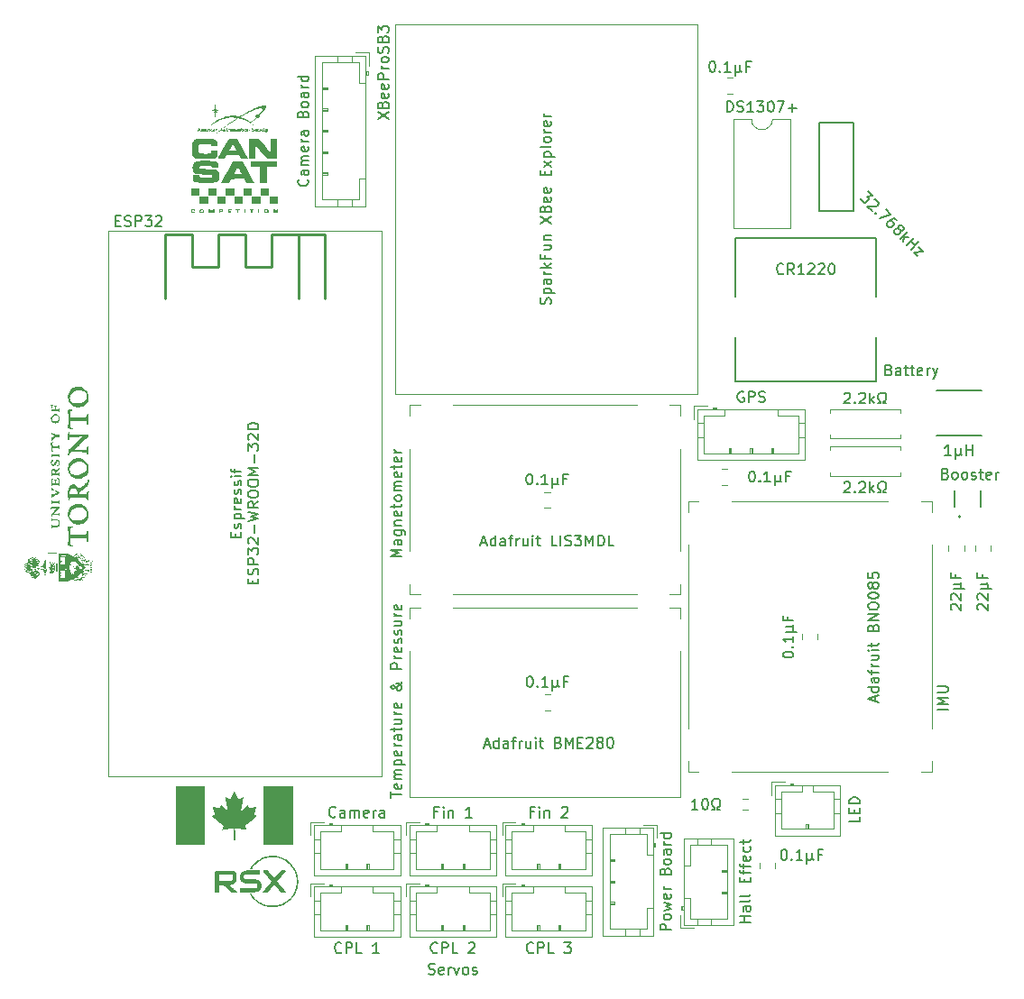
<source format=gbr>
%TF.GenerationSoftware,KiCad,Pcbnew,8.0.5*%
%TF.CreationDate,2025-05-01T20:42:10-04:00*%
%TF.ProjectId,CanSat_Sensor_Board,43616e53-6174-45f5-9365-6e736f725f42,rev?*%
%TF.SameCoordinates,Original*%
%TF.FileFunction,Legend,Top*%
%TF.FilePolarity,Positive*%
%FSLAX46Y46*%
G04 Gerber Fmt 4.6, Leading zero omitted, Abs format (unit mm)*
G04 Created by KiCad (PCBNEW 8.0.5) date 2025-05-01 20:42:10*
%MOMM*%
%LPD*%
G01*
G04 APERTURE LIST*
%ADD10C,0.150000*%
%ADD11C,0.120000*%
%ADD12C,0.000000*%
%ADD13C,0.100000*%
%ADD14C,0.250000*%
%ADD15C,0.127000*%
%ADD16C,0.152400*%
%ADD17C,0.200000*%
G04 APERTURE END LIST*
D10*
X153657200Y-82254763D02*
X153704819Y-82111906D01*
X153704819Y-82111906D02*
X153704819Y-81873811D01*
X153704819Y-81873811D02*
X153657200Y-81778573D01*
X153657200Y-81778573D02*
X153609580Y-81730954D01*
X153609580Y-81730954D02*
X153514342Y-81683335D01*
X153514342Y-81683335D02*
X153419104Y-81683335D01*
X153419104Y-81683335D02*
X153323866Y-81730954D01*
X153323866Y-81730954D02*
X153276247Y-81778573D01*
X153276247Y-81778573D02*
X153228628Y-81873811D01*
X153228628Y-81873811D02*
X153181009Y-82064287D01*
X153181009Y-82064287D02*
X153133390Y-82159525D01*
X153133390Y-82159525D02*
X153085771Y-82207144D01*
X153085771Y-82207144D02*
X152990533Y-82254763D01*
X152990533Y-82254763D02*
X152895295Y-82254763D01*
X152895295Y-82254763D02*
X152800057Y-82207144D01*
X152800057Y-82207144D02*
X152752438Y-82159525D01*
X152752438Y-82159525D02*
X152704819Y-82064287D01*
X152704819Y-82064287D02*
X152704819Y-81826192D01*
X152704819Y-81826192D02*
X152752438Y-81683335D01*
X153038152Y-81254763D02*
X154038152Y-81254763D01*
X153085771Y-81254763D02*
X153038152Y-81159525D01*
X153038152Y-81159525D02*
X153038152Y-80969049D01*
X153038152Y-80969049D02*
X153085771Y-80873811D01*
X153085771Y-80873811D02*
X153133390Y-80826192D01*
X153133390Y-80826192D02*
X153228628Y-80778573D01*
X153228628Y-80778573D02*
X153514342Y-80778573D01*
X153514342Y-80778573D02*
X153609580Y-80826192D01*
X153609580Y-80826192D02*
X153657200Y-80873811D01*
X153657200Y-80873811D02*
X153704819Y-80969049D01*
X153704819Y-80969049D02*
X153704819Y-81159525D01*
X153704819Y-81159525D02*
X153657200Y-81254763D01*
X153704819Y-79921430D02*
X153181009Y-79921430D01*
X153181009Y-79921430D02*
X153085771Y-79969049D01*
X153085771Y-79969049D02*
X153038152Y-80064287D01*
X153038152Y-80064287D02*
X153038152Y-80254763D01*
X153038152Y-80254763D02*
X153085771Y-80350001D01*
X153657200Y-79921430D02*
X153704819Y-80016668D01*
X153704819Y-80016668D02*
X153704819Y-80254763D01*
X153704819Y-80254763D02*
X153657200Y-80350001D01*
X153657200Y-80350001D02*
X153561961Y-80397620D01*
X153561961Y-80397620D02*
X153466723Y-80397620D01*
X153466723Y-80397620D02*
X153371485Y-80350001D01*
X153371485Y-80350001D02*
X153323866Y-80254763D01*
X153323866Y-80254763D02*
X153323866Y-80016668D01*
X153323866Y-80016668D02*
X153276247Y-79921430D01*
X153704819Y-79445239D02*
X153038152Y-79445239D01*
X153228628Y-79445239D02*
X153133390Y-79397620D01*
X153133390Y-79397620D02*
X153085771Y-79350001D01*
X153085771Y-79350001D02*
X153038152Y-79254763D01*
X153038152Y-79254763D02*
X153038152Y-79159525D01*
X153704819Y-78826191D02*
X152704819Y-78826191D01*
X153323866Y-78730953D02*
X153704819Y-78445239D01*
X153038152Y-78445239D02*
X153419104Y-78826191D01*
X153181009Y-77683334D02*
X153181009Y-78016667D01*
X153704819Y-78016667D02*
X152704819Y-78016667D01*
X152704819Y-78016667D02*
X152704819Y-77540477D01*
X153038152Y-76730953D02*
X153704819Y-76730953D01*
X153038152Y-77159524D02*
X153561961Y-77159524D01*
X153561961Y-77159524D02*
X153657200Y-77111905D01*
X153657200Y-77111905D02*
X153704819Y-77016667D01*
X153704819Y-77016667D02*
X153704819Y-76873810D01*
X153704819Y-76873810D02*
X153657200Y-76778572D01*
X153657200Y-76778572D02*
X153609580Y-76730953D01*
X153038152Y-76254762D02*
X153704819Y-76254762D01*
X153133390Y-76254762D02*
X153085771Y-76207143D01*
X153085771Y-76207143D02*
X153038152Y-76111905D01*
X153038152Y-76111905D02*
X153038152Y-75969048D01*
X153038152Y-75969048D02*
X153085771Y-75873810D01*
X153085771Y-75873810D02*
X153181009Y-75826191D01*
X153181009Y-75826191D02*
X153704819Y-75826191D01*
X152704819Y-74683333D02*
X153704819Y-74016667D01*
X152704819Y-74016667D02*
X153704819Y-74683333D01*
X153181009Y-73302381D02*
X153228628Y-73159524D01*
X153228628Y-73159524D02*
X153276247Y-73111905D01*
X153276247Y-73111905D02*
X153371485Y-73064286D01*
X153371485Y-73064286D02*
X153514342Y-73064286D01*
X153514342Y-73064286D02*
X153609580Y-73111905D01*
X153609580Y-73111905D02*
X153657200Y-73159524D01*
X153657200Y-73159524D02*
X153704819Y-73254762D01*
X153704819Y-73254762D02*
X153704819Y-73635714D01*
X153704819Y-73635714D02*
X152704819Y-73635714D01*
X152704819Y-73635714D02*
X152704819Y-73302381D01*
X152704819Y-73302381D02*
X152752438Y-73207143D01*
X152752438Y-73207143D02*
X152800057Y-73159524D01*
X152800057Y-73159524D02*
X152895295Y-73111905D01*
X152895295Y-73111905D02*
X152990533Y-73111905D01*
X152990533Y-73111905D02*
X153085771Y-73159524D01*
X153085771Y-73159524D02*
X153133390Y-73207143D01*
X153133390Y-73207143D02*
X153181009Y-73302381D01*
X153181009Y-73302381D02*
X153181009Y-73635714D01*
X153657200Y-72254762D02*
X153704819Y-72350000D01*
X153704819Y-72350000D02*
X153704819Y-72540476D01*
X153704819Y-72540476D02*
X153657200Y-72635714D01*
X153657200Y-72635714D02*
X153561961Y-72683333D01*
X153561961Y-72683333D02*
X153181009Y-72683333D01*
X153181009Y-72683333D02*
X153085771Y-72635714D01*
X153085771Y-72635714D02*
X153038152Y-72540476D01*
X153038152Y-72540476D02*
X153038152Y-72350000D01*
X153038152Y-72350000D02*
X153085771Y-72254762D01*
X153085771Y-72254762D02*
X153181009Y-72207143D01*
X153181009Y-72207143D02*
X153276247Y-72207143D01*
X153276247Y-72207143D02*
X153371485Y-72683333D01*
X153657200Y-71397619D02*
X153704819Y-71492857D01*
X153704819Y-71492857D02*
X153704819Y-71683333D01*
X153704819Y-71683333D02*
X153657200Y-71778571D01*
X153657200Y-71778571D02*
X153561961Y-71826190D01*
X153561961Y-71826190D02*
X153181009Y-71826190D01*
X153181009Y-71826190D02*
X153085771Y-71778571D01*
X153085771Y-71778571D02*
X153038152Y-71683333D01*
X153038152Y-71683333D02*
X153038152Y-71492857D01*
X153038152Y-71492857D02*
X153085771Y-71397619D01*
X153085771Y-71397619D02*
X153181009Y-71350000D01*
X153181009Y-71350000D02*
X153276247Y-71350000D01*
X153276247Y-71350000D02*
X153371485Y-71826190D01*
X153181009Y-70159523D02*
X153181009Y-69826190D01*
X153704819Y-69683333D02*
X153704819Y-70159523D01*
X153704819Y-70159523D02*
X152704819Y-70159523D01*
X152704819Y-70159523D02*
X152704819Y-69683333D01*
X153704819Y-69349999D02*
X153038152Y-68826190D01*
X153038152Y-69349999D02*
X153704819Y-68826190D01*
X153038152Y-68445237D02*
X154038152Y-68445237D01*
X153085771Y-68445237D02*
X153038152Y-68349999D01*
X153038152Y-68349999D02*
X153038152Y-68159523D01*
X153038152Y-68159523D02*
X153085771Y-68064285D01*
X153085771Y-68064285D02*
X153133390Y-68016666D01*
X153133390Y-68016666D02*
X153228628Y-67969047D01*
X153228628Y-67969047D02*
X153514342Y-67969047D01*
X153514342Y-67969047D02*
X153609580Y-68016666D01*
X153609580Y-68016666D02*
X153657200Y-68064285D01*
X153657200Y-68064285D02*
X153704819Y-68159523D01*
X153704819Y-68159523D02*
X153704819Y-68349999D01*
X153704819Y-68349999D02*
X153657200Y-68445237D01*
X153704819Y-67397618D02*
X153657200Y-67492856D01*
X153657200Y-67492856D02*
X153561961Y-67540475D01*
X153561961Y-67540475D02*
X152704819Y-67540475D01*
X153704819Y-66873808D02*
X153657200Y-66969046D01*
X153657200Y-66969046D02*
X153609580Y-67016665D01*
X153609580Y-67016665D02*
X153514342Y-67064284D01*
X153514342Y-67064284D02*
X153228628Y-67064284D01*
X153228628Y-67064284D02*
X153133390Y-67016665D01*
X153133390Y-67016665D02*
X153085771Y-66969046D01*
X153085771Y-66969046D02*
X153038152Y-66873808D01*
X153038152Y-66873808D02*
X153038152Y-66730951D01*
X153038152Y-66730951D02*
X153085771Y-66635713D01*
X153085771Y-66635713D02*
X153133390Y-66588094D01*
X153133390Y-66588094D02*
X153228628Y-66540475D01*
X153228628Y-66540475D02*
X153514342Y-66540475D01*
X153514342Y-66540475D02*
X153609580Y-66588094D01*
X153609580Y-66588094D02*
X153657200Y-66635713D01*
X153657200Y-66635713D02*
X153704819Y-66730951D01*
X153704819Y-66730951D02*
X153704819Y-66873808D01*
X153704819Y-66111903D02*
X153038152Y-66111903D01*
X153228628Y-66111903D02*
X153133390Y-66064284D01*
X153133390Y-66064284D02*
X153085771Y-66016665D01*
X153085771Y-66016665D02*
X153038152Y-65921427D01*
X153038152Y-65921427D02*
X153038152Y-65826189D01*
X153657200Y-65111903D02*
X153704819Y-65207141D01*
X153704819Y-65207141D02*
X153704819Y-65397617D01*
X153704819Y-65397617D02*
X153657200Y-65492855D01*
X153657200Y-65492855D02*
X153561961Y-65540474D01*
X153561961Y-65540474D02*
X153181009Y-65540474D01*
X153181009Y-65540474D02*
X153085771Y-65492855D01*
X153085771Y-65492855D02*
X153038152Y-65397617D01*
X153038152Y-65397617D02*
X153038152Y-65207141D01*
X153038152Y-65207141D02*
X153085771Y-65111903D01*
X153085771Y-65111903D02*
X153181009Y-65064284D01*
X153181009Y-65064284D02*
X153276247Y-65064284D01*
X153276247Y-65064284D02*
X153371485Y-65540474D01*
X153704819Y-64635712D02*
X153038152Y-64635712D01*
X153228628Y-64635712D02*
X153133390Y-64588093D01*
X153133390Y-64588093D02*
X153085771Y-64540474D01*
X153085771Y-64540474D02*
X153038152Y-64445236D01*
X153038152Y-64445236D02*
X153038152Y-64349998D01*
X175524761Y-79359580D02*
X175477142Y-79407200D01*
X175477142Y-79407200D02*
X175334285Y-79454819D01*
X175334285Y-79454819D02*
X175239047Y-79454819D01*
X175239047Y-79454819D02*
X175096190Y-79407200D01*
X175096190Y-79407200D02*
X175000952Y-79311961D01*
X175000952Y-79311961D02*
X174953333Y-79216723D01*
X174953333Y-79216723D02*
X174905714Y-79026247D01*
X174905714Y-79026247D02*
X174905714Y-78883390D01*
X174905714Y-78883390D02*
X174953333Y-78692914D01*
X174953333Y-78692914D02*
X175000952Y-78597676D01*
X175000952Y-78597676D02*
X175096190Y-78502438D01*
X175096190Y-78502438D02*
X175239047Y-78454819D01*
X175239047Y-78454819D02*
X175334285Y-78454819D01*
X175334285Y-78454819D02*
X175477142Y-78502438D01*
X175477142Y-78502438D02*
X175524761Y-78550057D01*
X176524761Y-79454819D02*
X176191428Y-78978628D01*
X175953333Y-79454819D02*
X175953333Y-78454819D01*
X175953333Y-78454819D02*
X176334285Y-78454819D01*
X176334285Y-78454819D02*
X176429523Y-78502438D01*
X176429523Y-78502438D02*
X176477142Y-78550057D01*
X176477142Y-78550057D02*
X176524761Y-78645295D01*
X176524761Y-78645295D02*
X176524761Y-78788152D01*
X176524761Y-78788152D02*
X176477142Y-78883390D01*
X176477142Y-78883390D02*
X176429523Y-78931009D01*
X176429523Y-78931009D02*
X176334285Y-78978628D01*
X176334285Y-78978628D02*
X175953333Y-78978628D01*
X177477142Y-79454819D02*
X176905714Y-79454819D01*
X177191428Y-79454819D02*
X177191428Y-78454819D01*
X177191428Y-78454819D02*
X177096190Y-78597676D01*
X177096190Y-78597676D02*
X177000952Y-78692914D01*
X177000952Y-78692914D02*
X176905714Y-78740533D01*
X177858095Y-78550057D02*
X177905714Y-78502438D01*
X177905714Y-78502438D02*
X178000952Y-78454819D01*
X178000952Y-78454819D02*
X178239047Y-78454819D01*
X178239047Y-78454819D02*
X178334285Y-78502438D01*
X178334285Y-78502438D02*
X178381904Y-78550057D01*
X178381904Y-78550057D02*
X178429523Y-78645295D01*
X178429523Y-78645295D02*
X178429523Y-78740533D01*
X178429523Y-78740533D02*
X178381904Y-78883390D01*
X178381904Y-78883390D02*
X177810476Y-79454819D01*
X177810476Y-79454819D02*
X178429523Y-79454819D01*
X178810476Y-78550057D02*
X178858095Y-78502438D01*
X178858095Y-78502438D02*
X178953333Y-78454819D01*
X178953333Y-78454819D02*
X179191428Y-78454819D01*
X179191428Y-78454819D02*
X179286666Y-78502438D01*
X179286666Y-78502438D02*
X179334285Y-78550057D01*
X179334285Y-78550057D02*
X179381904Y-78645295D01*
X179381904Y-78645295D02*
X179381904Y-78740533D01*
X179381904Y-78740533D02*
X179334285Y-78883390D01*
X179334285Y-78883390D02*
X178762857Y-79454819D01*
X178762857Y-79454819D02*
X179381904Y-79454819D01*
X180000952Y-78454819D02*
X180096190Y-78454819D01*
X180096190Y-78454819D02*
X180191428Y-78502438D01*
X180191428Y-78502438D02*
X180239047Y-78550057D01*
X180239047Y-78550057D02*
X180286666Y-78645295D01*
X180286666Y-78645295D02*
X180334285Y-78835771D01*
X180334285Y-78835771D02*
X180334285Y-79073866D01*
X180334285Y-79073866D02*
X180286666Y-79264342D01*
X180286666Y-79264342D02*
X180239047Y-79359580D01*
X180239047Y-79359580D02*
X180191428Y-79407200D01*
X180191428Y-79407200D02*
X180096190Y-79454819D01*
X180096190Y-79454819D02*
X180000952Y-79454819D01*
X180000952Y-79454819D02*
X179905714Y-79407200D01*
X179905714Y-79407200D02*
X179858095Y-79359580D01*
X179858095Y-79359580D02*
X179810476Y-79264342D01*
X179810476Y-79264342D02*
X179762857Y-79073866D01*
X179762857Y-79073866D02*
X179762857Y-78835771D01*
X179762857Y-78835771D02*
X179810476Y-78645295D01*
X179810476Y-78645295D02*
X179858095Y-78550057D01*
X179858095Y-78550057D02*
X179905714Y-78502438D01*
X179905714Y-78502438D02*
X180000952Y-78454819D01*
X142238095Y-145157200D02*
X142380952Y-145204819D01*
X142380952Y-145204819D02*
X142619047Y-145204819D01*
X142619047Y-145204819D02*
X142714285Y-145157200D01*
X142714285Y-145157200D02*
X142761904Y-145109580D01*
X142761904Y-145109580D02*
X142809523Y-145014342D01*
X142809523Y-145014342D02*
X142809523Y-144919104D01*
X142809523Y-144919104D02*
X142761904Y-144823866D01*
X142761904Y-144823866D02*
X142714285Y-144776247D01*
X142714285Y-144776247D02*
X142619047Y-144728628D01*
X142619047Y-144728628D02*
X142428571Y-144681009D01*
X142428571Y-144681009D02*
X142333333Y-144633390D01*
X142333333Y-144633390D02*
X142285714Y-144585771D01*
X142285714Y-144585771D02*
X142238095Y-144490533D01*
X142238095Y-144490533D02*
X142238095Y-144395295D01*
X142238095Y-144395295D02*
X142285714Y-144300057D01*
X142285714Y-144300057D02*
X142333333Y-144252438D01*
X142333333Y-144252438D02*
X142428571Y-144204819D01*
X142428571Y-144204819D02*
X142666666Y-144204819D01*
X142666666Y-144204819D02*
X142809523Y-144252438D01*
X143619047Y-145157200D02*
X143523809Y-145204819D01*
X143523809Y-145204819D02*
X143333333Y-145204819D01*
X143333333Y-145204819D02*
X143238095Y-145157200D01*
X143238095Y-145157200D02*
X143190476Y-145061961D01*
X143190476Y-145061961D02*
X143190476Y-144681009D01*
X143190476Y-144681009D02*
X143238095Y-144585771D01*
X143238095Y-144585771D02*
X143333333Y-144538152D01*
X143333333Y-144538152D02*
X143523809Y-144538152D01*
X143523809Y-144538152D02*
X143619047Y-144585771D01*
X143619047Y-144585771D02*
X143666666Y-144681009D01*
X143666666Y-144681009D02*
X143666666Y-144776247D01*
X143666666Y-144776247D02*
X143190476Y-144871485D01*
X144095238Y-145204819D02*
X144095238Y-144538152D01*
X144095238Y-144728628D02*
X144142857Y-144633390D01*
X144142857Y-144633390D02*
X144190476Y-144585771D01*
X144190476Y-144585771D02*
X144285714Y-144538152D01*
X144285714Y-144538152D02*
X144380952Y-144538152D01*
X144619048Y-144538152D02*
X144857143Y-145204819D01*
X144857143Y-145204819D02*
X145095238Y-144538152D01*
X145619048Y-145204819D02*
X145523810Y-145157200D01*
X145523810Y-145157200D02*
X145476191Y-145109580D01*
X145476191Y-145109580D02*
X145428572Y-145014342D01*
X145428572Y-145014342D02*
X145428572Y-144728628D01*
X145428572Y-144728628D02*
X145476191Y-144633390D01*
X145476191Y-144633390D02*
X145523810Y-144585771D01*
X145523810Y-144585771D02*
X145619048Y-144538152D01*
X145619048Y-144538152D02*
X145761905Y-144538152D01*
X145761905Y-144538152D02*
X145857143Y-144585771D01*
X145857143Y-144585771D02*
X145904762Y-144633390D01*
X145904762Y-144633390D02*
X145952381Y-144728628D01*
X145952381Y-144728628D02*
X145952381Y-145014342D01*
X145952381Y-145014342D02*
X145904762Y-145109580D01*
X145904762Y-145109580D02*
X145857143Y-145157200D01*
X145857143Y-145157200D02*
X145761905Y-145204819D01*
X145761905Y-145204819D02*
X145619048Y-145204819D01*
X146333334Y-145157200D02*
X146428572Y-145204819D01*
X146428572Y-145204819D02*
X146619048Y-145204819D01*
X146619048Y-145204819D02*
X146714286Y-145157200D01*
X146714286Y-145157200D02*
X146761905Y-145061961D01*
X146761905Y-145061961D02*
X146761905Y-145014342D01*
X146761905Y-145014342D02*
X146714286Y-144919104D01*
X146714286Y-144919104D02*
X146619048Y-144871485D01*
X146619048Y-144871485D02*
X146476191Y-144871485D01*
X146476191Y-144871485D02*
X146380953Y-144823866D01*
X146380953Y-144823866D02*
X146333334Y-144728628D01*
X146333334Y-144728628D02*
X146333334Y-144681009D01*
X146333334Y-144681009D02*
X146380953Y-144585771D01*
X146380953Y-144585771D02*
X146476191Y-144538152D01*
X146476191Y-144538152D02*
X146619048Y-144538152D01*
X146619048Y-144538152D02*
X146714286Y-144585771D01*
X147452380Y-123669104D02*
X147928570Y-123669104D01*
X147357142Y-123954819D02*
X147690475Y-122954819D01*
X147690475Y-122954819D02*
X148023808Y-123954819D01*
X148785713Y-123954819D02*
X148785713Y-122954819D01*
X148785713Y-123907200D02*
X148690475Y-123954819D01*
X148690475Y-123954819D02*
X148499999Y-123954819D01*
X148499999Y-123954819D02*
X148404761Y-123907200D01*
X148404761Y-123907200D02*
X148357142Y-123859580D01*
X148357142Y-123859580D02*
X148309523Y-123764342D01*
X148309523Y-123764342D02*
X148309523Y-123478628D01*
X148309523Y-123478628D02*
X148357142Y-123383390D01*
X148357142Y-123383390D02*
X148404761Y-123335771D01*
X148404761Y-123335771D02*
X148499999Y-123288152D01*
X148499999Y-123288152D02*
X148690475Y-123288152D01*
X148690475Y-123288152D02*
X148785713Y-123335771D01*
X149690475Y-123954819D02*
X149690475Y-123431009D01*
X149690475Y-123431009D02*
X149642856Y-123335771D01*
X149642856Y-123335771D02*
X149547618Y-123288152D01*
X149547618Y-123288152D02*
X149357142Y-123288152D01*
X149357142Y-123288152D02*
X149261904Y-123335771D01*
X149690475Y-123907200D02*
X149595237Y-123954819D01*
X149595237Y-123954819D02*
X149357142Y-123954819D01*
X149357142Y-123954819D02*
X149261904Y-123907200D01*
X149261904Y-123907200D02*
X149214285Y-123811961D01*
X149214285Y-123811961D02*
X149214285Y-123716723D01*
X149214285Y-123716723D02*
X149261904Y-123621485D01*
X149261904Y-123621485D02*
X149357142Y-123573866D01*
X149357142Y-123573866D02*
X149595237Y-123573866D01*
X149595237Y-123573866D02*
X149690475Y-123526247D01*
X150023809Y-123288152D02*
X150404761Y-123288152D01*
X150166666Y-123954819D02*
X150166666Y-123097676D01*
X150166666Y-123097676D02*
X150214285Y-123002438D01*
X150214285Y-123002438D02*
X150309523Y-122954819D01*
X150309523Y-122954819D02*
X150404761Y-122954819D01*
X150738095Y-123954819D02*
X150738095Y-123288152D01*
X150738095Y-123478628D02*
X150785714Y-123383390D01*
X150785714Y-123383390D02*
X150833333Y-123335771D01*
X150833333Y-123335771D02*
X150928571Y-123288152D01*
X150928571Y-123288152D02*
X151023809Y-123288152D01*
X151785714Y-123288152D02*
X151785714Y-123954819D01*
X151357143Y-123288152D02*
X151357143Y-123811961D01*
X151357143Y-123811961D02*
X151404762Y-123907200D01*
X151404762Y-123907200D02*
X151500000Y-123954819D01*
X151500000Y-123954819D02*
X151642857Y-123954819D01*
X151642857Y-123954819D02*
X151738095Y-123907200D01*
X151738095Y-123907200D02*
X151785714Y-123859580D01*
X152261905Y-123954819D02*
X152261905Y-123288152D01*
X152261905Y-122954819D02*
X152214286Y-123002438D01*
X152214286Y-123002438D02*
X152261905Y-123050057D01*
X152261905Y-123050057D02*
X152309524Y-123002438D01*
X152309524Y-123002438D02*
X152261905Y-122954819D01*
X152261905Y-122954819D02*
X152261905Y-123050057D01*
X152595238Y-123288152D02*
X152976190Y-123288152D01*
X152738095Y-122954819D02*
X152738095Y-123811961D01*
X152738095Y-123811961D02*
X152785714Y-123907200D01*
X152785714Y-123907200D02*
X152880952Y-123954819D01*
X152880952Y-123954819D02*
X152976190Y-123954819D01*
X154404762Y-123431009D02*
X154547619Y-123478628D01*
X154547619Y-123478628D02*
X154595238Y-123526247D01*
X154595238Y-123526247D02*
X154642857Y-123621485D01*
X154642857Y-123621485D02*
X154642857Y-123764342D01*
X154642857Y-123764342D02*
X154595238Y-123859580D01*
X154595238Y-123859580D02*
X154547619Y-123907200D01*
X154547619Y-123907200D02*
X154452381Y-123954819D01*
X154452381Y-123954819D02*
X154071429Y-123954819D01*
X154071429Y-123954819D02*
X154071429Y-122954819D01*
X154071429Y-122954819D02*
X154404762Y-122954819D01*
X154404762Y-122954819D02*
X154500000Y-123002438D01*
X154500000Y-123002438D02*
X154547619Y-123050057D01*
X154547619Y-123050057D02*
X154595238Y-123145295D01*
X154595238Y-123145295D02*
X154595238Y-123240533D01*
X154595238Y-123240533D02*
X154547619Y-123335771D01*
X154547619Y-123335771D02*
X154500000Y-123383390D01*
X154500000Y-123383390D02*
X154404762Y-123431009D01*
X154404762Y-123431009D02*
X154071429Y-123431009D01*
X155071429Y-123954819D02*
X155071429Y-122954819D01*
X155071429Y-122954819D02*
X155404762Y-123669104D01*
X155404762Y-123669104D02*
X155738095Y-122954819D01*
X155738095Y-122954819D02*
X155738095Y-123954819D01*
X156214286Y-123431009D02*
X156547619Y-123431009D01*
X156690476Y-123954819D02*
X156214286Y-123954819D01*
X156214286Y-123954819D02*
X156214286Y-122954819D01*
X156214286Y-122954819D02*
X156690476Y-122954819D01*
X157071429Y-123050057D02*
X157119048Y-123002438D01*
X157119048Y-123002438D02*
X157214286Y-122954819D01*
X157214286Y-122954819D02*
X157452381Y-122954819D01*
X157452381Y-122954819D02*
X157547619Y-123002438D01*
X157547619Y-123002438D02*
X157595238Y-123050057D01*
X157595238Y-123050057D02*
X157642857Y-123145295D01*
X157642857Y-123145295D02*
X157642857Y-123240533D01*
X157642857Y-123240533D02*
X157595238Y-123383390D01*
X157595238Y-123383390D02*
X157023810Y-123954819D01*
X157023810Y-123954819D02*
X157642857Y-123954819D01*
X158214286Y-123383390D02*
X158119048Y-123335771D01*
X158119048Y-123335771D02*
X158071429Y-123288152D01*
X158071429Y-123288152D02*
X158023810Y-123192914D01*
X158023810Y-123192914D02*
X158023810Y-123145295D01*
X158023810Y-123145295D02*
X158071429Y-123050057D01*
X158071429Y-123050057D02*
X158119048Y-123002438D01*
X158119048Y-123002438D02*
X158214286Y-122954819D01*
X158214286Y-122954819D02*
X158404762Y-122954819D01*
X158404762Y-122954819D02*
X158500000Y-123002438D01*
X158500000Y-123002438D02*
X158547619Y-123050057D01*
X158547619Y-123050057D02*
X158595238Y-123145295D01*
X158595238Y-123145295D02*
X158595238Y-123192914D01*
X158595238Y-123192914D02*
X158547619Y-123288152D01*
X158547619Y-123288152D02*
X158500000Y-123335771D01*
X158500000Y-123335771D02*
X158404762Y-123383390D01*
X158404762Y-123383390D02*
X158214286Y-123383390D01*
X158214286Y-123383390D02*
X158119048Y-123431009D01*
X158119048Y-123431009D02*
X158071429Y-123478628D01*
X158071429Y-123478628D02*
X158023810Y-123573866D01*
X158023810Y-123573866D02*
X158023810Y-123764342D01*
X158023810Y-123764342D02*
X158071429Y-123859580D01*
X158071429Y-123859580D02*
X158119048Y-123907200D01*
X158119048Y-123907200D02*
X158214286Y-123954819D01*
X158214286Y-123954819D02*
X158404762Y-123954819D01*
X158404762Y-123954819D02*
X158500000Y-123907200D01*
X158500000Y-123907200D02*
X158547619Y-123859580D01*
X158547619Y-123859580D02*
X158595238Y-123764342D01*
X158595238Y-123764342D02*
X158595238Y-123573866D01*
X158595238Y-123573866D02*
X158547619Y-123478628D01*
X158547619Y-123478628D02*
X158500000Y-123431009D01*
X158500000Y-123431009D02*
X158404762Y-123383390D01*
X159214286Y-122954819D02*
X159309524Y-122954819D01*
X159309524Y-122954819D02*
X159404762Y-123002438D01*
X159404762Y-123002438D02*
X159452381Y-123050057D01*
X159452381Y-123050057D02*
X159500000Y-123145295D01*
X159500000Y-123145295D02*
X159547619Y-123335771D01*
X159547619Y-123335771D02*
X159547619Y-123573866D01*
X159547619Y-123573866D02*
X159500000Y-123764342D01*
X159500000Y-123764342D02*
X159452381Y-123859580D01*
X159452381Y-123859580D02*
X159404762Y-123907200D01*
X159404762Y-123907200D02*
X159309524Y-123954819D01*
X159309524Y-123954819D02*
X159214286Y-123954819D01*
X159214286Y-123954819D02*
X159119048Y-123907200D01*
X159119048Y-123907200D02*
X159071429Y-123859580D01*
X159071429Y-123859580D02*
X159023810Y-123764342D01*
X159023810Y-123764342D02*
X158976191Y-123573866D01*
X158976191Y-123573866D02*
X158976191Y-123335771D01*
X158976191Y-123335771D02*
X159023810Y-123145295D01*
X159023810Y-123145295D02*
X159071429Y-123050057D01*
X159071429Y-123050057D02*
X159119048Y-123002438D01*
X159119048Y-123002438D02*
X159214286Y-122954819D01*
X147183333Y-104669104D02*
X147659523Y-104669104D01*
X147088095Y-104954819D02*
X147421428Y-103954819D01*
X147421428Y-103954819D02*
X147754761Y-104954819D01*
X148516666Y-104954819D02*
X148516666Y-103954819D01*
X148516666Y-104907200D02*
X148421428Y-104954819D01*
X148421428Y-104954819D02*
X148230952Y-104954819D01*
X148230952Y-104954819D02*
X148135714Y-104907200D01*
X148135714Y-104907200D02*
X148088095Y-104859580D01*
X148088095Y-104859580D02*
X148040476Y-104764342D01*
X148040476Y-104764342D02*
X148040476Y-104478628D01*
X148040476Y-104478628D02*
X148088095Y-104383390D01*
X148088095Y-104383390D02*
X148135714Y-104335771D01*
X148135714Y-104335771D02*
X148230952Y-104288152D01*
X148230952Y-104288152D02*
X148421428Y-104288152D01*
X148421428Y-104288152D02*
X148516666Y-104335771D01*
X149421428Y-104954819D02*
X149421428Y-104431009D01*
X149421428Y-104431009D02*
X149373809Y-104335771D01*
X149373809Y-104335771D02*
X149278571Y-104288152D01*
X149278571Y-104288152D02*
X149088095Y-104288152D01*
X149088095Y-104288152D02*
X148992857Y-104335771D01*
X149421428Y-104907200D02*
X149326190Y-104954819D01*
X149326190Y-104954819D02*
X149088095Y-104954819D01*
X149088095Y-104954819D02*
X148992857Y-104907200D01*
X148992857Y-104907200D02*
X148945238Y-104811961D01*
X148945238Y-104811961D02*
X148945238Y-104716723D01*
X148945238Y-104716723D02*
X148992857Y-104621485D01*
X148992857Y-104621485D02*
X149088095Y-104573866D01*
X149088095Y-104573866D02*
X149326190Y-104573866D01*
X149326190Y-104573866D02*
X149421428Y-104526247D01*
X149754762Y-104288152D02*
X150135714Y-104288152D01*
X149897619Y-104954819D02*
X149897619Y-104097676D01*
X149897619Y-104097676D02*
X149945238Y-104002438D01*
X149945238Y-104002438D02*
X150040476Y-103954819D01*
X150040476Y-103954819D02*
X150135714Y-103954819D01*
X150469048Y-104954819D02*
X150469048Y-104288152D01*
X150469048Y-104478628D02*
X150516667Y-104383390D01*
X150516667Y-104383390D02*
X150564286Y-104335771D01*
X150564286Y-104335771D02*
X150659524Y-104288152D01*
X150659524Y-104288152D02*
X150754762Y-104288152D01*
X151516667Y-104288152D02*
X151516667Y-104954819D01*
X151088096Y-104288152D02*
X151088096Y-104811961D01*
X151088096Y-104811961D02*
X151135715Y-104907200D01*
X151135715Y-104907200D02*
X151230953Y-104954819D01*
X151230953Y-104954819D02*
X151373810Y-104954819D01*
X151373810Y-104954819D02*
X151469048Y-104907200D01*
X151469048Y-104907200D02*
X151516667Y-104859580D01*
X151992858Y-104954819D02*
X151992858Y-104288152D01*
X151992858Y-103954819D02*
X151945239Y-104002438D01*
X151945239Y-104002438D02*
X151992858Y-104050057D01*
X151992858Y-104050057D02*
X152040477Y-104002438D01*
X152040477Y-104002438D02*
X151992858Y-103954819D01*
X151992858Y-103954819D02*
X151992858Y-104050057D01*
X152326191Y-104288152D02*
X152707143Y-104288152D01*
X152469048Y-103954819D02*
X152469048Y-104811961D01*
X152469048Y-104811961D02*
X152516667Y-104907200D01*
X152516667Y-104907200D02*
X152611905Y-104954819D01*
X152611905Y-104954819D02*
X152707143Y-104954819D01*
X154278572Y-104954819D02*
X153802382Y-104954819D01*
X153802382Y-104954819D02*
X153802382Y-103954819D01*
X154611906Y-104954819D02*
X154611906Y-103954819D01*
X155040477Y-104907200D02*
X155183334Y-104954819D01*
X155183334Y-104954819D02*
X155421429Y-104954819D01*
X155421429Y-104954819D02*
X155516667Y-104907200D01*
X155516667Y-104907200D02*
X155564286Y-104859580D01*
X155564286Y-104859580D02*
X155611905Y-104764342D01*
X155611905Y-104764342D02*
X155611905Y-104669104D01*
X155611905Y-104669104D02*
X155564286Y-104573866D01*
X155564286Y-104573866D02*
X155516667Y-104526247D01*
X155516667Y-104526247D02*
X155421429Y-104478628D01*
X155421429Y-104478628D02*
X155230953Y-104431009D01*
X155230953Y-104431009D02*
X155135715Y-104383390D01*
X155135715Y-104383390D02*
X155088096Y-104335771D01*
X155088096Y-104335771D02*
X155040477Y-104240533D01*
X155040477Y-104240533D02*
X155040477Y-104145295D01*
X155040477Y-104145295D02*
X155088096Y-104050057D01*
X155088096Y-104050057D02*
X155135715Y-104002438D01*
X155135715Y-104002438D02*
X155230953Y-103954819D01*
X155230953Y-103954819D02*
X155469048Y-103954819D01*
X155469048Y-103954819D02*
X155611905Y-104002438D01*
X155945239Y-103954819D02*
X156564286Y-103954819D01*
X156564286Y-103954819D02*
X156230953Y-104335771D01*
X156230953Y-104335771D02*
X156373810Y-104335771D01*
X156373810Y-104335771D02*
X156469048Y-104383390D01*
X156469048Y-104383390D02*
X156516667Y-104431009D01*
X156516667Y-104431009D02*
X156564286Y-104526247D01*
X156564286Y-104526247D02*
X156564286Y-104764342D01*
X156564286Y-104764342D02*
X156516667Y-104859580D01*
X156516667Y-104859580D02*
X156469048Y-104907200D01*
X156469048Y-104907200D02*
X156373810Y-104954819D01*
X156373810Y-104954819D02*
X156088096Y-104954819D01*
X156088096Y-104954819D02*
X155992858Y-104907200D01*
X155992858Y-104907200D02*
X155945239Y-104859580D01*
X156992858Y-104954819D02*
X156992858Y-103954819D01*
X156992858Y-103954819D02*
X157326191Y-104669104D01*
X157326191Y-104669104D02*
X157659524Y-103954819D01*
X157659524Y-103954819D02*
X157659524Y-104954819D01*
X158135715Y-104954819D02*
X158135715Y-103954819D01*
X158135715Y-103954819D02*
X158373810Y-103954819D01*
X158373810Y-103954819D02*
X158516667Y-104002438D01*
X158516667Y-104002438D02*
X158611905Y-104097676D01*
X158611905Y-104097676D02*
X158659524Y-104192914D01*
X158659524Y-104192914D02*
X158707143Y-104383390D01*
X158707143Y-104383390D02*
X158707143Y-104526247D01*
X158707143Y-104526247D02*
X158659524Y-104716723D01*
X158659524Y-104716723D02*
X158611905Y-104811961D01*
X158611905Y-104811961D02*
X158516667Y-104907200D01*
X158516667Y-104907200D02*
X158373810Y-104954819D01*
X158373810Y-104954819D02*
X158135715Y-104954819D01*
X159611905Y-104954819D02*
X159135715Y-104954819D01*
X159135715Y-104954819D02*
X159135715Y-103954819D01*
X124126037Y-104142857D02*
X124126037Y-103809524D01*
X124649847Y-103666667D02*
X124649847Y-104142857D01*
X124649847Y-104142857D02*
X123649847Y-104142857D01*
X123649847Y-104142857D02*
X123649847Y-103666667D01*
X124602228Y-103285714D02*
X124649847Y-103190476D01*
X124649847Y-103190476D02*
X124649847Y-103000000D01*
X124649847Y-103000000D02*
X124602228Y-102904762D01*
X124602228Y-102904762D02*
X124506989Y-102857143D01*
X124506989Y-102857143D02*
X124459370Y-102857143D01*
X124459370Y-102857143D02*
X124364132Y-102904762D01*
X124364132Y-102904762D02*
X124316513Y-103000000D01*
X124316513Y-103000000D02*
X124316513Y-103142857D01*
X124316513Y-103142857D02*
X124268894Y-103238095D01*
X124268894Y-103238095D02*
X124173656Y-103285714D01*
X124173656Y-103285714D02*
X124126037Y-103285714D01*
X124126037Y-103285714D02*
X124030799Y-103238095D01*
X124030799Y-103238095D02*
X123983180Y-103142857D01*
X123983180Y-103142857D02*
X123983180Y-103000000D01*
X123983180Y-103000000D02*
X124030799Y-102904762D01*
X123983180Y-102428571D02*
X124983180Y-102428571D01*
X124030799Y-102428571D02*
X123983180Y-102333333D01*
X123983180Y-102333333D02*
X123983180Y-102142857D01*
X123983180Y-102142857D02*
X124030799Y-102047619D01*
X124030799Y-102047619D02*
X124078418Y-102000000D01*
X124078418Y-102000000D02*
X124173656Y-101952381D01*
X124173656Y-101952381D02*
X124459370Y-101952381D01*
X124459370Y-101952381D02*
X124554608Y-102000000D01*
X124554608Y-102000000D02*
X124602228Y-102047619D01*
X124602228Y-102047619D02*
X124649847Y-102142857D01*
X124649847Y-102142857D02*
X124649847Y-102333333D01*
X124649847Y-102333333D02*
X124602228Y-102428571D01*
X124649847Y-101523809D02*
X123983180Y-101523809D01*
X124173656Y-101523809D02*
X124078418Y-101476190D01*
X124078418Y-101476190D02*
X124030799Y-101428571D01*
X124030799Y-101428571D02*
X123983180Y-101333333D01*
X123983180Y-101333333D02*
X123983180Y-101238095D01*
X124602228Y-100523809D02*
X124649847Y-100619047D01*
X124649847Y-100619047D02*
X124649847Y-100809523D01*
X124649847Y-100809523D02*
X124602228Y-100904761D01*
X124602228Y-100904761D02*
X124506989Y-100952380D01*
X124506989Y-100952380D02*
X124126037Y-100952380D01*
X124126037Y-100952380D02*
X124030799Y-100904761D01*
X124030799Y-100904761D02*
X123983180Y-100809523D01*
X123983180Y-100809523D02*
X123983180Y-100619047D01*
X123983180Y-100619047D02*
X124030799Y-100523809D01*
X124030799Y-100523809D02*
X124126037Y-100476190D01*
X124126037Y-100476190D02*
X124221275Y-100476190D01*
X124221275Y-100476190D02*
X124316513Y-100952380D01*
X124602228Y-100095237D02*
X124649847Y-99999999D01*
X124649847Y-99999999D02*
X124649847Y-99809523D01*
X124649847Y-99809523D02*
X124602228Y-99714285D01*
X124602228Y-99714285D02*
X124506989Y-99666666D01*
X124506989Y-99666666D02*
X124459370Y-99666666D01*
X124459370Y-99666666D02*
X124364132Y-99714285D01*
X124364132Y-99714285D02*
X124316513Y-99809523D01*
X124316513Y-99809523D02*
X124316513Y-99952380D01*
X124316513Y-99952380D02*
X124268894Y-100047618D01*
X124268894Y-100047618D02*
X124173656Y-100095237D01*
X124173656Y-100095237D02*
X124126037Y-100095237D01*
X124126037Y-100095237D02*
X124030799Y-100047618D01*
X124030799Y-100047618D02*
X123983180Y-99952380D01*
X123983180Y-99952380D02*
X123983180Y-99809523D01*
X123983180Y-99809523D02*
X124030799Y-99714285D01*
X124602228Y-99285713D02*
X124649847Y-99190475D01*
X124649847Y-99190475D02*
X124649847Y-98999999D01*
X124649847Y-98999999D02*
X124602228Y-98904761D01*
X124602228Y-98904761D02*
X124506989Y-98857142D01*
X124506989Y-98857142D02*
X124459370Y-98857142D01*
X124459370Y-98857142D02*
X124364132Y-98904761D01*
X124364132Y-98904761D02*
X124316513Y-98999999D01*
X124316513Y-98999999D02*
X124316513Y-99142856D01*
X124316513Y-99142856D02*
X124268894Y-99238094D01*
X124268894Y-99238094D02*
X124173656Y-99285713D01*
X124173656Y-99285713D02*
X124126037Y-99285713D01*
X124126037Y-99285713D02*
X124030799Y-99238094D01*
X124030799Y-99238094D02*
X123983180Y-99142856D01*
X123983180Y-99142856D02*
X123983180Y-98999999D01*
X123983180Y-98999999D02*
X124030799Y-98904761D01*
X124649847Y-98428570D02*
X123983180Y-98428570D01*
X123649847Y-98428570D02*
X123697466Y-98476189D01*
X123697466Y-98476189D02*
X123745085Y-98428570D01*
X123745085Y-98428570D02*
X123697466Y-98380951D01*
X123697466Y-98380951D02*
X123649847Y-98428570D01*
X123649847Y-98428570D02*
X123745085Y-98428570D01*
X123983180Y-98095237D02*
X123983180Y-97714285D01*
X124649847Y-97952380D02*
X123792704Y-97952380D01*
X123792704Y-97952380D02*
X123697466Y-97904761D01*
X123697466Y-97904761D02*
X123649847Y-97809523D01*
X123649847Y-97809523D02*
X123649847Y-97714285D01*
X125735981Y-108523808D02*
X125735981Y-108190475D01*
X126259791Y-108047618D02*
X126259791Y-108523808D01*
X126259791Y-108523808D02*
X125259791Y-108523808D01*
X125259791Y-108523808D02*
X125259791Y-108047618D01*
X126212172Y-107666665D02*
X126259791Y-107523808D01*
X126259791Y-107523808D02*
X126259791Y-107285713D01*
X126259791Y-107285713D02*
X126212172Y-107190475D01*
X126212172Y-107190475D02*
X126164552Y-107142856D01*
X126164552Y-107142856D02*
X126069314Y-107095237D01*
X126069314Y-107095237D02*
X125974076Y-107095237D01*
X125974076Y-107095237D02*
X125878838Y-107142856D01*
X125878838Y-107142856D02*
X125831219Y-107190475D01*
X125831219Y-107190475D02*
X125783600Y-107285713D01*
X125783600Y-107285713D02*
X125735981Y-107476189D01*
X125735981Y-107476189D02*
X125688362Y-107571427D01*
X125688362Y-107571427D02*
X125640743Y-107619046D01*
X125640743Y-107619046D02*
X125545505Y-107666665D01*
X125545505Y-107666665D02*
X125450267Y-107666665D01*
X125450267Y-107666665D02*
X125355029Y-107619046D01*
X125355029Y-107619046D02*
X125307410Y-107571427D01*
X125307410Y-107571427D02*
X125259791Y-107476189D01*
X125259791Y-107476189D02*
X125259791Y-107238094D01*
X125259791Y-107238094D02*
X125307410Y-107095237D01*
X126259791Y-106666665D02*
X125259791Y-106666665D01*
X125259791Y-106666665D02*
X125259791Y-106285713D01*
X125259791Y-106285713D02*
X125307410Y-106190475D01*
X125307410Y-106190475D02*
X125355029Y-106142856D01*
X125355029Y-106142856D02*
X125450267Y-106095237D01*
X125450267Y-106095237D02*
X125593124Y-106095237D01*
X125593124Y-106095237D02*
X125688362Y-106142856D01*
X125688362Y-106142856D02*
X125735981Y-106190475D01*
X125735981Y-106190475D02*
X125783600Y-106285713D01*
X125783600Y-106285713D02*
X125783600Y-106666665D01*
X125259791Y-105761903D02*
X125259791Y-105142856D01*
X125259791Y-105142856D02*
X125640743Y-105476189D01*
X125640743Y-105476189D02*
X125640743Y-105333332D01*
X125640743Y-105333332D02*
X125688362Y-105238094D01*
X125688362Y-105238094D02*
X125735981Y-105190475D01*
X125735981Y-105190475D02*
X125831219Y-105142856D01*
X125831219Y-105142856D02*
X126069314Y-105142856D01*
X126069314Y-105142856D02*
X126164552Y-105190475D01*
X126164552Y-105190475D02*
X126212172Y-105238094D01*
X126212172Y-105238094D02*
X126259791Y-105333332D01*
X126259791Y-105333332D02*
X126259791Y-105619046D01*
X126259791Y-105619046D02*
X126212172Y-105714284D01*
X126212172Y-105714284D02*
X126164552Y-105761903D01*
X125355029Y-104761903D02*
X125307410Y-104714284D01*
X125307410Y-104714284D02*
X125259791Y-104619046D01*
X125259791Y-104619046D02*
X125259791Y-104380951D01*
X125259791Y-104380951D02*
X125307410Y-104285713D01*
X125307410Y-104285713D02*
X125355029Y-104238094D01*
X125355029Y-104238094D02*
X125450267Y-104190475D01*
X125450267Y-104190475D02*
X125545505Y-104190475D01*
X125545505Y-104190475D02*
X125688362Y-104238094D01*
X125688362Y-104238094D02*
X126259791Y-104809522D01*
X126259791Y-104809522D02*
X126259791Y-104190475D01*
X125878838Y-103761903D02*
X125878838Y-102999999D01*
X125259791Y-102619046D02*
X126259791Y-102380951D01*
X126259791Y-102380951D02*
X125545505Y-102190475D01*
X125545505Y-102190475D02*
X126259791Y-101999999D01*
X126259791Y-101999999D02*
X125259791Y-101761904D01*
X126259791Y-100809523D02*
X125783600Y-101142856D01*
X126259791Y-101380951D02*
X125259791Y-101380951D01*
X125259791Y-101380951D02*
X125259791Y-100999999D01*
X125259791Y-100999999D02*
X125307410Y-100904761D01*
X125307410Y-100904761D02*
X125355029Y-100857142D01*
X125355029Y-100857142D02*
X125450267Y-100809523D01*
X125450267Y-100809523D02*
X125593124Y-100809523D01*
X125593124Y-100809523D02*
X125688362Y-100857142D01*
X125688362Y-100857142D02*
X125735981Y-100904761D01*
X125735981Y-100904761D02*
X125783600Y-100999999D01*
X125783600Y-100999999D02*
X125783600Y-101380951D01*
X125259791Y-100190475D02*
X125259791Y-99999999D01*
X125259791Y-99999999D02*
X125307410Y-99904761D01*
X125307410Y-99904761D02*
X125402648Y-99809523D01*
X125402648Y-99809523D02*
X125593124Y-99761904D01*
X125593124Y-99761904D02*
X125926457Y-99761904D01*
X125926457Y-99761904D02*
X126116933Y-99809523D01*
X126116933Y-99809523D02*
X126212172Y-99904761D01*
X126212172Y-99904761D02*
X126259791Y-99999999D01*
X126259791Y-99999999D02*
X126259791Y-100190475D01*
X126259791Y-100190475D02*
X126212172Y-100285713D01*
X126212172Y-100285713D02*
X126116933Y-100380951D01*
X126116933Y-100380951D02*
X125926457Y-100428570D01*
X125926457Y-100428570D02*
X125593124Y-100428570D01*
X125593124Y-100428570D02*
X125402648Y-100380951D01*
X125402648Y-100380951D02*
X125307410Y-100285713D01*
X125307410Y-100285713D02*
X125259791Y-100190475D01*
X125259791Y-99142856D02*
X125259791Y-98952380D01*
X125259791Y-98952380D02*
X125307410Y-98857142D01*
X125307410Y-98857142D02*
X125402648Y-98761904D01*
X125402648Y-98761904D02*
X125593124Y-98714285D01*
X125593124Y-98714285D02*
X125926457Y-98714285D01*
X125926457Y-98714285D02*
X126116933Y-98761904D01*
X126116933Y-98761904D02*
X126212172Y-98857142D01*
X126212172Y-98857142D02*
X126259791Y-98952380D01*
X126259791Y-98952380D02*
X126259791Y-99142856D01*
X126259791Y-99142856D02*
X126212172Y-99238094D01*
X126212172Y-99238094D02*
X126116933Y-99333332D01*
X126116933Y-99333332D02*
X125926457Y-99380951D01*
X125926457Y-99380951D02*
X125593124Y-99380951D01*
X125593124Y-99380951D02*
X125402648Y-99333332D01*
X125402648Y-99333332D02*
X125307410Y-99238094D01*
X125307410Y-99238094D02*
X125259791Y-99142856D01*
X126259791Y-98285713D02*
X125259791Y-98285713D01*
X125259791Y-98285713D02*
X125974076Y-97952380D01*
X125974076Y-97952380D02*
X125259791Y-97619047D01*
X125259791Y-97619047D02*
X126259791Y-97619047D01*
X125878838Y-97142856D02*
X125878838Y-96380952D01*
X125259791Y-95999999D02*
X125259791Y-95380952D01*
X125259791Y-95380952D02*
X125640743Y-95714285D01*
X125640743Y-95714285D02*
X125640743Y-95571428D01*
X125640743Y-95571428D02*
X125688362Y-95476190D01*
X125688362Y-95476190D02*
X125735981Y-95428571D01*
X125735981Y-95428571D02*
X125831219Y-95380952D01*
X125831219Y-95380952D02*
X126069314Y-95380952D01*
X126069314Y-95380952D02*
X126164552Y-95428571D01*
X126164552Y-95428571D02*
X126212172Y-95476190D01*
X126212172Y-95476190D02*
X126259791Y-95571428D01*
X126259791Y-95571428D02*
X126259791Y-95857142D01*
X126259791Y-95857142D02*
X126212172Y-95952380D01*
X126212172Y-95952380D02*
X126164552Y-95999999D01*
X125355029Y-94999999D02*
X125307410Y-94952380D01*
X125307410Y-94952380D02*
X125259791Y-94857142D01*
X125259791Y-94857142D02*
X125259791Y-94619047D01*
X125259791Y-94619047D02*
X125307410Y-94523809D01*
X125307410Y-94523809D02*
X125355029Y-94476190D01*
X125355029Y-94476190D02*
X125450267Y-94428571D01*
X125450267Y-94428571D02*
X125545505Y-94428571D01*
X125545505Y-94428571D02*
X125688362Y-94476190D01*
X125688362Y-94476190D02*
X126259791Y-95047618D01*
X126259791Y-95047618D02*
X126259791Y-94428571D01*
X126259791Y-93999999D02*
X125259791Y-93999999D01*
X125259791Y-93999999D02*
X125259791Y-93761904D01*
X125259791Y-93761904D02*
X125307410Y-93619047D01*
X125307410Y-93619047D02*
X125402648Y-93523809D01*
X125402648Y-93523809D02*
X125497886Y-93476190D01*
X125497886Y-93476190D02*
X125688362Y-93428571D01*
X125688362Y-93428571D02*
X125831219Y-93428571D01*
X125831219Y-93428571D02*
X126021695Y-93476190D01*
X126021695Y-93476190D02*
X126116933Y-93523809D01*
X126116933Y-93523809D02*
X126212172Y-93619047D01*
X126212172Y-93619047D02*
X126259791Y-93761904D01*
X126259791Y-93761904D02*
X126259791Y-93999999D01*
X184169104Y-119571428D02*
X184169104Y-119095238D01*
X184454819Y-119666666D02*
X183454819Y-119333333D01*
X183454819Y-119333333D02*
X184454819Y-119000000D01*
X184454819Y-118238095D02*
X183454819Y-118238095D01*
X184407200Y-118238095D02*
X184454819Y-118333333D01*
X184454819Y-118333333D02*
X184454819Y-118523809D01*
X184454819Y-118523809D02*
X184407200Y-118619047D01*
X184407200Y-118619047D02*
X184359580Y-118666666D01*
X184359580Y-118666666D02*
X184264342Y-118714285D01*
X184264342Y-118714285D02*
X183978628Y-118714285D01*
X183978628Y-118714285D02*
X183883390Y-118666666D01*
X183883390Y-118666666D02*
X183835771Y-118619047D01*
X183835771Y-118619047D02*
X183788152Y-118523809D01*
X183788152Y-118523809D02*
X183788152Y-118333333D01*
X183788152Y-118333333D02*
X183835771Y-118238095D01*
X184454819Y-117333333D02*
X183931009Y-117333333D01*
X183931009Y-117333333D02*
X183835771Y-117380952D01*
X183835771Y-117380952D02*
X183788152Y-117476190D01*
X183788152Y-117476190D02*
X183788152Y-117666666D01*
X183788152Y-117666666D02*
X183835771Y-117761904D01*
X184407200Y-117333333D02*
X184454819Y-117428571D01*
X184454819Y-117428571D02*
X184454819Y-117666666D01*
X184454819Y-117666666D02*
X184407200Y-117761904D01*
X184407200Y-117761904D02*
X184311961Y-117809523D01*
X184311961Y-117809523D02*
X184216723Y-117809523D01*
X184216723Y-117809523D02*
X184121485Y-117761904D01*
X184121485Y-117761904D02*
X184073866Y-117666666D01*
X184073866Y-117666666D02*
X184073866Y-117428571D01*
X184073866Y-117428571D02*
X184026247Y-117333333D01*
X183788152Y-116999999D02*
X183788152Y-116619047D01*
X184454819Y-116857142D02*
X183597676Y-116857142D01*
X183597676Y-116857142D02*
X183502438Y-116809523D01*
X183502438Y-116809523D02*
X183454819Y-116714285D01*
X183454819Y-116714285D02*
X183454819Y-116619047D01*
X184454819Y-116285713D02*
X183788152Y-116285713D01*
X183978628Y-116285713D02*
X183883390Y-116238094D01*
X183883390Y-116238094D02*
X183835771Y-116190475D01*
X183835771Y-116190475D02*
X183788152Y-116095237D01*
X183788152Y-116095237D02*
X183788152Y-115999999D01*
X183788152Y-115238094D02*
X184454819Y-115238094D01*
X183788152Y-115666665D02*
X184311961Y-115666665D01*
X184311961Y-115666665D02*
X184407200Y-115619046D01*
X184407200Y-115619046D02*
X184454819Y-115523808D01*
X184454819Y-115523808D02*
X184454819Y-115380951D01*
X184454819Y-115380951D02*
X184407200Y-115285713D01*
X184407200Y-115285713D02*
X184359580Y-115238094D01*
X184454819Y-114761903D02*
X183788152Y-114761903D01*
X183454819Y-114761903D02*
X183502438Y-114809522D01*
X183502438Y-114809522D02*
X183550057Y-114761903D01*
X183550057Y-114761903D02*
X183502438Y-114714284D01*
X183502438Y-114714284D02*
X183454819Y-114761903D01*
X183454819Y-114761903D02*
X183550057Y-114761903D01*
X183788152Y-114428570D02*
X183788152Y-114047618D01*
X183454819Y-114285713D02*
X184311961Y-114285713D01*
X184311961Y-114285713D02*
X184407200Y-114238094D01*
X184407200Y-114238094D02*
X184454819Y-114142856D01*
X184454819Y-114142856D02*
X184454819Y-114047618D01*
X183931009Y-112619046D02*
X183978628Y-112476189D01*
X183978628Y-112476189D02*
X184026247Y-112428570D01*
X184026247Y-112428570D02*
X184121485Y-112380951D01*
X184121485Y-112380951D02*
X184264342Y-112380951D01*
X184264342Y-112380951D02*
X184359580Y-112428570D01*
X184359580Y-112428570D02*
X184407200Y-112476189D01*
X184407200Y-112476189D02*
X184454819Y-112571427D01*
X184454819Y-112571427D02*
X184454819Y-112952379D01*
X184454819Y-112952379D02*
X183454819Y-112952379D01*
X183454819Y-112952379D02*
X183454819Y-112619046D01*
X183454819Y-112619046D02*
X183502438Y-112523808D01*
X183502438Y-112523808D02*
X183550057Y-112476189D01*
X183550057Y-112476189D02*
X183645295Y-112428570D01*
X183645295Y-112428570D02*
X183740533Y-112428570D01*
X183740533Y-112428570D02*
X183835771Y-112476189D01*
X183835771Y-112476189D02*
X183883390Y-112523808D01*
X183883390Y-112523808D02*
X183931009Y-112619046D01*
X183931009Y-112619046D02*
X183931009Y-112952379D01*
X184454819Y-111952379D02*
X183454819Y-111952379D01*
X183454819Y-111952379D02*
X184454819Y-111380951D01*
X184454819Y-111380951D02*
X183454819Y-111380951D01*
X183454819Y-110714284D02*
X183454819Y-110523808D01*
X183454819Y-110523808D02*
X183502438Y-110428570D01*
X183502438Y-110428570D02*
X183597676Y-110333332D01*
X183597676Y-110333332D02*
X183788152Y-110285713D01*
X183788152Y-110285713D02*
X184121485Y-110285713D01*
X184121485Y-110285713D02*
X184311961Y-110333332D01*
X184311961Y-110333332D02*
X184407200Y-110428570D01*
X184407200Y-110428570D02*
X184454819Y-110523808D01*
X184454819Y-110523808D02*
X184454819Y-110714284D01*
X184454819Y-110714284D02*
X184407200Y-110809522D01*
X184407200Y-110809522D02*
X184311961Y-110904760D01*
X184311961Y-110904760D02*
X184121485Y-110952379D01*
X184121485Y-110952379D02*
X183788152Y-110952379D01*
X183788152Y-110952379D02*
X183597676Y-110904760D01*
X183597676Y-110904760D02*
X183502438Y-110809522D01*
X183502438Y-110809522D02*
X183454819Y-110714284D01*
X183454819Y-109666665D02*
X183454819Y-109571427D01*
X183454819Y-109571427D02*
X183502438Y-109476189D01*
X183502438Y-109476189D02*
X183550057Y-109428570D01*
X183550057Y-109428570D02*
X183645295Y-109380951D01*
X183645295Y-109380951D02*
X183835771Y-109333332D01*
X183835771Y-109333332D02*
X184073866Y-109333332D01*
X184073866Y-109333332D02*
X184264342Y-109380951D01*
X184264342Y-109380951D02*
X184359580Y-109428570D01*
X184359580Y-109428570D02*
X184407200Y-109476189D01*
X184407200Y-109476189D02*
X184454819Y-109571427D01*
X184454819Y-109571427D02*
X184454819Y-109666665D01*
X184454819Y-109666665D02*
X184407200Y-109761903D01*
X184407200Y-109761903D02*
X184359580Y-109809522D01*
X184359580Y-109809522D02*
X184264342Y-109857141D01*
X184264342Y-109857141D02*
X184073866Y-109904760D01*
X184073866Y-109904760D02*
X183835771Y-109904760D01*
X183835771Y-109904760D02*
X183645295Y-109857141D01*
X183645295Y-109857141D02*
X183550057Y-109809522D01*
X183550057Y-109809522D02*
X183502438Y-109761903D01*
X183502438Y-109761903D02*
X183454819Y-109666665D01*
X183883390Y-108761903D02*
X183835771Y-108857141D01*
X183835771Y-108857141D02*
X183788152Y-108904760D01*
X183788152Y-108904760D02*
X183692914Y-108952379D01*
X183692914Y-108952379D02*
X183645295Y-108952379D01*
X183645295Y-108952379D02*
X183550057Y-108904760D01*
X183550057Y-108904760D02*
X183502438Y-108857141D01*
X183502438Y-108857141D02*
X183454819Y-108761903D01*
X183454819Y-108761903D02*
X183454819Y-108571427D01*
X183454819Y-108571427D02*
X183502438Y-108476189D01*
X183502438Y-108476189D02*
X183550057Y-108428570D01*
X183550057Y-108428570D02*
X183645295Y-108380951D01*
X183645295Y-108380951D02*
X183692914Y-108380951D01*
X183692914Y-108380951D02*
X183788152Y-108428570D01*
X183788152Y-108428570D02*
X183835771Y-108476189D01*
X183835771Y-108476189D02*
X183883390Y-108571427D01*
X183883390Y-108571427D02*
X183883390Y-108761903D01*
X183883390Y-108761903D02*
X183931009Y-108857141D01*
X183931009Y-108857141D02*
X183978628Y-108904760D01*
X183978628Y-108904760D02*
X184073866Y-108952379D01*
X184073866Y-108952379D02*
X184264342Y-108952379D01*
X184264342Y-108952379D02*
X184359580Y-108904760D01*
X184359580Y-108904760D02*
X184407200Y-108857141D01*
X184407200Y-108857141D02*
X184454819Y-108761903D01*
X184454819Y-108761903D02*
X184454819Y-108571427D01*
X184454819Y-108571427D02*
X184407200Y-108476189D01*
X184407200Y-108476189D02*
X184359580Y-108428570D01*
X184359580Y-108428570D02*
X184264342Y-108380951D01*
X184264342Y-108380951D02*
X184073866Y-108380951D01*
X184073866Y-108380951D02*
X183978628Y-108428570D01*
X183978628Y-108428570D02*
X183931009Y-108476189D01*
X183931009Y-108476189D02*
X183883390Y-108571427D01*
X183454819Y-107476189D02*
X183454819Y-107952379D01*
X183454819Y-107952379D02*
X183931009Y-107999998D01*
X183931009Y-107999998D02*
X183883390Y-107952379D01*
X183883390Y-107952379D02*
X183835771Y-107857141D01*
X183835771Y-107857141D02*
X183835771Y-107619046D01*
X183835771Y-107619046D02*
X183883390Y-107523808D01*
X183883390Y-107523808D02*
X183931009Y-107476189D01*
X183931009Y-107476189D02*
X184026247Y-107428570D01*
X184026247Y-107428570D02*
X184264342Y-107428570D01*
X184264342Y-107428570D02*
X184359580Y-107476189D01*
X184359580Y-107476189D02*
X184407200Y-107523808D01*
X184407200Y-107523808D02*
X184454819Y-107619046D01*
X184454819Y-107619046D02*
X184454819Y-107857141D01*
X184454819Y-107857141D02*
X184407200Y-107952379D01*
X184407200Y-107952379D02*
X184359580Y-107999998D01*
X181213810Y-99050057D02*
X181261429Y-99002438D01*
X181261429Y-99002438D02*
X181356667Y-98954819D01*
X181356667Y-98954819D02*
X181594762Y-98954819D01*
X181594762Y-98954819D02*
X181690000Y-99002438D01*
X181690000Y-99002438D02*
X181737619Y-99050057D01*
X181737619Y-99050057D02*
X181785238Y-99145295D01*
X181785238Y-99145295D02*
X181785238Y-99240533D01*
X181785238Y-99240533D02*
X181737619Y-99383390D01*
X181737619Y-99383390D02*
X181166191Y-99954819D01*
X181166191Y-99954819D02*
X181785238Y-99954819D01*
X182213810Y-99859580D02*
X182261429Y-99907200D01*
X182261429Y-99907200D02*
X182213810Y-99954819D01*
X182213810Y-99954819D02*
X182166191Y-99907200D01*
X182166191Y-99907200D02*
X182213810Y-99859580D01*
X182213810Y-99859580D02*
X182213810Y-99954819D01*
X182642381Y-99050057D02*
X182690000Y-99002438D01*
X182690000Y-99002438D02*
X182785238Y-98954819D01*
X182785238Y-98954819D02*
X183023333Y-98954819D01*
X183023333Y-98954819D02*
X183118571Y-99002438D01*
X183118571Y-99002438D02*
X183166190Y-99050057D01*
X183166190Y-99050057D02*
X183213809Y-99145295D01*
X183213809Y-99145295D02*
X183213809Y-99240533D01*
X183213809Y-99240533D02*
X183166190Y-99383390D01*
X183166190Y-99383390D02*
X182594762Y-99954819D01*
X182594762Y-99954819D02*
X183213809Y-99954819D01*
X183642381Y-99954819D02*
X183642381Y-98954819D01*
X183737619Y-99573866D02*
X184023333Y-99954819D01*
X184023333Y-99288152D02*
X183642381Y-99669104D01*
X184404286Y-99954819D02*
X184642381Y-99954819D01*
X184642381Y-99954819D02*
X184642381Y-99764342D01*
X184642381Y-99764342D02*
X184547143Y-99716723D01*
X184547143Y-99716723D02*
X184451905Y-99621485D01*
X184451905Y-99621485D02*
X184404286Y-99478628D01*
X184404286Y-99478628D02*
X184404286Y-99240533D01*
X184404286Y-99240533D02*
X184451905Y-99097676D01*
X184451905Y-99097676D02*
X184547143Y-99002438D01*
X184547143Y-99002438D02*
X184690000Y-98954819D01*
X184690000Y-98954819D02*
X184880476Y-98954819D01*
X184880476Y-98954819D02*
X185023333Y-99002438D01*
X185023333Y-99002438D02*
X185118571Y-99097676D01*
X185118571Y-99097676D02*
X185166190Y-99240533D01*
X185166190Y-99240533D02*
X185166190Y-99478628D01*
X185166190Y-99478628D02*
X185118571Y-99621485D01*
X185118571Y-99621485D02*
X185023333Y-99716723D01*
X185023333Y-99716723D02*
X184928095Y-99764342D01*
X184928095Y-99764342D02*
X184928095Y-99954819D01*
X184928095Y-99954819D02*
X185166190Y-99954819D01*
X134047618Y-143109580D02*
X133999999Y-143157200D01*
X133999999Y-143157200D02*
X133857142Y-143204819D01*
X133857142Y-143204819D02*
X133761904Y-143204819D01*
X133761904Y-143204819D02*
X133619047Y-143157200D01*
X133619047Y-143157200D02*
X133523809Y-143061961D01*
X133523809Y-143061961D02*
X133476190Y-142966723D01*
X133476190Y-142966723D02*
X133428571Y-142776247D01*
X133428571Y-142776247D02*
X133428571Y-142633390D01*
X133428571Y-142633390D02*
X133476190Y-142442914D01*
X133476190Y-142442914D02*
X133523809Y-142347676D01*
X133523809Y-142347676D02*
X133619047Y-142252438D01*
X133619047Y-142252438D02*
X133761904Y-142204819D01*
X133761904Y-142204819D02*
X133857142Y-142204819D01*
X133857142Y-142204819D02*
X133999999Y-142252438D01*
X133999999Y-142252438D02*
X134047618Y-142300057D01*
X134476190Y-143204819D02*
X134476190Y-142204819D01*
X134476190Y-142204819D02*
X134857142Y-142204819D01*
X134857142Y-142204819D02*
X134952380Y-142252438D01*
X134952380Y-142252438D02*
X134999999Y-142300057D01*
X134999999Y-142300057D02*
X135047618Y-142395295D01*
X135047618Y-142395295D02*
X135047618Y-142538152D01*
X135047618Y-142538152D02*
X134999999Y-142633390D01*
X134999999Y-142633390D02*
X134952380Y-142681009D01*
X134952380Y-142681009D02*
X134857142Y-142728628D01*
X134857142Y-142728628D02*
X134476190Y-142728628D01*
X135952380Y-143204819D02*
X135476190Y-143204819D01*
X135476190Y-143204819D02*
X135476190Y-142204819D01*
X137571428Y-143204819D02*
X137000000Y-143204819D01*
X137285714Y-143204819D02*
X137285714Y-142204819D01*
X137285714Y-142204819D02*
X137190476Y-142347676D01*
X137190476Y-142347676D02*
X137095238Y-142442914D01*
X137095238Y-142442914D02*
X137000000Y-142490533D01*
X191300057Y-110964285D02*
X191252438Y-110916666D01*
X191252438Y-110916666D02*
X191204819Y-110821428D01*
X191204819Y-110821428D02*
X191204819Y-110583333D01*
X191204819Y-110583333D02*
X191252438Y-110488095D01*
X191252438Y-110488095D02*
X191300057Y-110440476D01*
X191300057Y-110440476D02*
X191395295Y-110392857D01*
X191395295Y-110392857D02*
X191490533Y-110392857D01*
X191490533Y-110392857D02*
X191633390Y-110440476D01*
X191633390Y-110440476D02*
X192204819Y-111011904D01*
X192204819Y-111011904D02*
X192204819Y-110392857D01*
X191300057Y-110011904D02*
X191252438Y-109964285D01*
X191252438Y-109964285D02*
X191204819Y-109869047D01*
X191204819Y-109869047D02*
X191204819Y-109630952D01*
X191204819Y-109630952D02*
X191252438Y-109535714D01*
X191252438Y-109535714D02*
X191300057Y-109488095D01*
X191300057Y-109488095D02*
X191395295Y-109440476D01*
X191395295Y-109440476D02*
X191490533Y-109440476D01*
X191490533Y-109440476D02*
X191633390Y-109488095D01*
X191633390Y-109488095D02*
X192204819Y-110059523D01*
X192204819Y-110059523D02*
X192204819Y-109440476D01*
X191538152Y-109011904D02*
X192538152Y-109011904D01*
X192061961Y-108535714D02*
X192157200Y-108488095D01*
X192157200Y-108488095D02*
X192204819Y-108392857D01*
X192061961Y-109011904D02*
X192157200Y-108964285D01*
X192157200Y-108964285D02*
X192204819Y-108869047D01*
X192204819Y-108869047D02*
X192204819Y-108678571D01*
X192204819Y-108678571D02*
X192157200Y-108583333D01*
X192157200Y-108583333D02*
X192061961Y-108535714D01*
X192061961Y-108535714D02*
X191538152Y-108535714D01*
X191681009Y-107630952D02*
X191681009Y-107964285D01*
X192204819Y-107964285D02*
X191204819Y-107964285D01*
X191204819Y-107964285D02*
X191204819Y-107488095D01*
X130859580Y-70547619D02*
X130907200Y-70595238D01*
X130907200Y-70595238D02*
X130954819Y-70738095D01*
X130954819Y-70738095D02*
X130954819Y-70833333D01*
X130954819Y-70833333D02*
X130907200Y-70976190D01*
X130907200Y-70976190D02*
X130811961Y-71071428D01*
X130811961Y-71071428D02*
X130716723Y-71119047D01*
X130716723Y-71119047D02*
X130526247Y-71166666D01*
X130526247Y-71166666D02*
X130383390Y-71166666D01*
X130383390Y-71166666D02*
X130192914Y-71119047D01*
X130192914Y-71119047D02*
X130097676Y-71071428D01*
X130097676Y-71071428D02*
X130002438Y-70976190D01*
X130002438Y-70976190D02*
X129954819Y-70833333D01*
X129954819Y-70833333D02*
X129954819Y-70738095D01*
X129954819Y-70738095D02*
X130002438Y-70595238D01*
X130002438Y-70595238D02*
X130050057Y-70547619D01*
X130954819Y-69690476D02*
X130431009Y-69690476D01*
X130431009Y-69690476D02*
X130335771Y-69738095D01*
X130335771Y-69738095D02*
X130288152Y-69833333D01*
X130288152Y-69833333D02*
X130288152Y-70023809D01*
X130288152Y-70023809D02*
X130335771Y-70119047D01*
X130907200Y-69690476D02*
X130954819Y-69785714D01*
X130954819Y-69785714D02*
X130954819Y-70023809D01*
X130954819Y-70023809D02*
X130907200Y-70119047D01*
X130907200Y-70119047D02*
X130811961Y-70166666D01*
X130811961Y-70166666D02*
X130716723Y-70166666D01*
X130716723Y-70166666D02*
X130621485Y-70119047D01*
X130621485Y-70119047D02*
X130573866Y-70023809D01*
X130573866Y-70023809D02*
X130573866Y-69785714D01*
X130573866Y-69785714D02*
X130526247Y-69690476D01*
X130954819Y-69214285D02*
X130288152Y-69214285D01*
X130383390Y-69214285D02*
X130335771Y-69166666D01*
X130335771Y-69166666D02*
X130288152Y-69071428D01*
X130288152Y-69071428D02*
X130288152Y-68928571D01*
X130288152Y-68928571D02*
X130335771Y-68833333D01*
X130335771Y-68833333D02*
X130431009Y-68785714D01*
X130431009Y-68785714D02*
X130954819Y-68785714D01*
X130431009Y-68785714D02*
X130335771Y-68738095D01*
X130335771Y-68738095D02*
X130288152Y-68642857D01*
X130288152Y-68642857D02*
X130288152Y-68500000D01*
X130288152Y-68500000D02*
X130335771Y-68404761D01*
X130335771Y-68404761D02*
X130431009Y-68357142D01*
X130431009Y-68357142D02*
X130954819Y-68357142D01*
X130907200Y-67500000D02*
X130954819Y-67595238D01*
X130954819Y-67595238D02*
X130954819Y-67785714D01*
X130954819Y-67785714D02*
X130907200Y-67880952D01*
X130907200Y-67880952D02*
X130811961Y-67928571D01*
X130811961Y-67928571D02*
X130431009Y-67928571D01*
X130431009Y-67928571D02*
X130335771Y-67880952D01*
X130335771Y-67880952D02*
X130288152Y-67785714D01*
X130288152Y-67785714D02*
X130288152Y-67595238D01*
X130288152Y-67595238D02*
X130335771Y-67500000D01*
X130335771Y-67500000D02*
X130431009Y-67452381D01*
X130431009Y-67452381D02*
X130526247Y-67452381D01*
X130526247Y-67452381D02*
X130621485Y-67928571D01*
X130954819Y-67023809D02*
X130288152Y-67023809D01*
X130478628Y-67023809D02*
X130383390Y-66976190D01*
X130383390Y-66976190D02*
X130335771Y-66928571D01*
X130335771Y-66928571D02*
X130288152Y-66833333D01*
X130288152Y-66833333D02*
X130288152Y-66738095D01*
X130954819Y-65976190D02*
X130431009Y-65976190D01*
X130431009Y-65976190D02*
X130335771Y-66023809D01*
X130335771Y-66023809D02*
X130288152Y-66119047D01*
X130288152Y-66119047D02*
X130288152Y-66309523D01*
X130288152Y-66309523D02*
X130335771Y-66404761D01*
X130907200Y-65976190D02*
X130954819Y-66071428D01*
X130954819Y-66071428D02*
X130954819Y-66309523D01*
X130954819Y-66309523D02*
X130907200Y-66404761D01*
X130907200Y-66404761D02*
X130811961Y-66452380D01*
X130811961Y-66452380D02*
X130716723Y-66452380D01*
X130716723Y-66452380D02*
X130621485Y-66404761D01*
X130621485Y-66404761D02*
X130573866Y-66309523D01*
X130573866Y-66309523D02*
X130573866Y-66071428D01*
X130573866Y-66071428D02*
X130526247Y-65976190D01*
X130431009Y-64404761D02*
X130478628Y-64261904D01*
X130478628Y-64261904D02*
X130526247Y-64214285D01*
X130526247Y-64214285D02*
X130621485Y-64166666D01*
X130621485Y-64166666D02*
X130764342Y-64166666D01*
X130764342Y-64166666D02*
X130859580Y-64214285D01*
X130859580Y-64214285D02*
X130907200Y-64261904D01*
X130907200Y-64261904D02*
X130954819Y-64357142D01*
X130954819Y-64357142D02*
X130954819Y-64738094D01*
X130954819Y-64738094D02*
X129954819Y-64738094D01*
X129954819Y-64738094D02*
X129954819Y-64404761D01*
X129954819Y-64404761D02*
X130002438Y-64309523D01*
X130002438Y-64309523D02*
X130050057Y-64261904D01*
X130050057Y-64261904D02*
X130145295Y-64214285D01*
X130145295Y-64214285D02*
X130240533Y-64214285D01*
X130240533Y-64214285D02*
X130335771Y-64261904D01*
X130335771Y-64261904D02*
X130383390Y-64309523D01*
X130383390Y-64309523D02*
X130431009Y-64404761D01*
X130431009Y-64404761D02*
X130431009Y-64738094D01*
X130954819Y-63595237D02*
X130907200Y-63690475D01*
X130907200Y-63690475D02*
X130859580Y-63738094D01*
X130859580Y-63738094D02*
X130764342Y-63785713D01*
X130764342Y-63785713D02*
X130478628Y-63785713D01*
X130478628Y-63785713D02*
X130383390Y-63738094D01*
X130383390Y-63738094D02*
X130335771Y-63690475D01*
X130335771Y-63690475D02*
X130288152Y-63595237D01*
X130288152Y-63595237D02*
X130288152Y-63452380D01*
X130288152Y-63452380D02*
X130335771Y-63357142D01*
X130335771Y-63357142D02*
X130383390Y-63309523D01*
X130383390Y-63309523D02*
X130478628Y-63261904D01*
X130478628Y-63261904D02*
X130764342Y-63261904D01*
X130764342Y-63261904D02*
X130859580Y-63309523D01*
X130859580Y-63309523D02*
X130907200Y-63357142D01*
X130907200Y-63357142D02*
X130954819Y-63452380D01*
X130954819Y-63452380D02*
X130954819Y-63595237D01*
X130954819Y-62404761D02*
X130431009Y-62404761D01*
X130431009Y-62404761D02*
X130335771Y-62452380D01*
X130335771Y-62452380D02*
X130288152Y-62547618D01*
X130288152Y-62547618D02*
X130288152Y-62738094D01*
X130288152Y-62738094D02*
X130335771Y-62833332D01*
X130907200Y-62404761D02*
X130954819Y-62499999D01*
X130954819Y-62499999D02*
X130954819Y-62738094D01*
X130954819Y-62738094D02*
X130907200Y-62833332D01*
X130907200Y-62833332D02*
X130811961Y-62880951D01*
X130811961Y-62880951D02*
X130716723Y-62880951D01*
X130716723Y-62880951D02*
X130621485Y-62833332D01*
X130621485Y-62833332D02*
X130573866Y-62738094D01*
X130573866Y-62738094D02*
X130573866Y-62499999D01*
X130573866Y-62499999D02*
X130526247Y-62404761D01*
X130954819Y-61928570D02*
X130288152Y-61928570D01*
X130478628Y-61928570D02*
X130383390Y-61880951D01*
X130383390Y-61880951D02*
X130335771Y-61833332D01*
X130335771Y-61833332D02*
X130288152Y-61738094D01*
X130288152Y-61738094D02*
X130288152Y-61642856D01*
X130954819Y-60880951D02*
X129954819Y-60880951D01*
X130907200Y-60880951D02*
X130954819Y-60976189D01*
X130954819Y-60976189D02*
X130954819Y-61166665D01*
X130954819Y-61166665D02*
X130907200Y-61261903D01*
X130907200Y-61261903D02*
X130859580Y-61309522D01*
X130859580Y-61309522D02*
X130764342Y-61357141D01*
X130764342Y-61357141D02*
X130478628Y-61357141D01*
X130478628Y-61357141D02*
X130383390Y-61309522D01*
X130383390Y-61309522D02*
X130335771Y-61261903D01*
X130335771Y-61261903D02*
X130288152Y-61166665D01*
X130288152Y-61166665D02*
X130288152Y-60976189D01*
X130288152Y-60976189D02*
X130335771Y-60880951D01*
X193800057Y-110964285D02*
X193752438Y-110916666D01*
X193752438Y-110916666D02*
X193704819Y-110821428D01*
X193704819Y-110821428D02*
X193704819Y-110583333D01*
X193704819Y-110583333D02*
X193752438Y-110488095D01*
X193752438Y-110488095D02*
X193800057Y-110440476D01*
X193800057Y-110440476D02*
X193895295Y-110392857D01*
X193895295Y-110392857D02*
X193990533Y-110392857D01*
X193990533Y-110392857D02*
X194133390Y-110440476D01*
X194133390Y-110440476D02*
X194704819Y-111011904D01*
X194704819Y-111011904D02*
X194704819Y-110392857D01*
X193800057Y-110011904D02*
X193752438Y-109964285D01*
X193752438Y-109964285D02*
X193704819Y-109869047D01*
X193704819Y-109869047D02*
X193704819Y-109630952D01*
X193704819Y-109630952D02*
X193752438Y-109535714D01*
X193752438Y-109535714D02*
X193800057Y-109488095D01*
X193800057Y-109488095D02*
X193895295Y-109440476D01*
X193895295Y-109440476D02*
X193990533Y-109440476D01*
X193990533Y-109440476D02*
X194133390Y-109488095D01*
X194133390Y-109488095D02*
X194704819Y-110059523D01*
X194704819Y-110059523D02*
X194704819Y-109440476D01*
X194038152Y-109011904D02*
X195038152Y-109011904D01*
X194561961Y-108535714D02*
X194657200Y-108488095D01*
X194657200Y-108488095D02*
X194704819Y-108392857D01*
X194561961Y-109011904D02*
X194657200Y-108964285D01*
X194657200Y-108964285D02*
X194704819Y-108869047D01*
X194704819Y-108869047D02*
X194704819Y-108678571D01*
X194704819Y-108678571D02*
X194657200Y-108583333D01*
X194657200Y-108583333D02*
X194561961Y-108535714D01*
X194561961Y-108535714D02*
X194038152Y-108535714D01*
X194181009Y-107630952D02*
X194181009Y-107964285D01*
X194704819Y-107964285D02*
X193704819Y-107964285D01*
X193704819Y-107964285D02*
X193704819Y-107488095D01*
X137454819Y-64904761D02*
X138454819Y-64238095D01*
X137454819Y-64238095D02*
X138454819Y-64904761D01*
X137931009Y-63523809D02*
X137978628Y-63380952D01*
X137978628Y-63380952D02*
X138026247Y-63333333D01*
X138026247Y-63333333D02*
X138121485Y-63285714D01*
X138121485Y-63285714D02*
X138264342Y-63285714D01*
X138264342Y-63285714D02*
X138359580Y-63333333D01*
X138359580Y-63333333D02*
X138407200Y-63380952D01*
X138407200Y-63380952D02*
X138454819Y-63476190D01*
X138454819Y-63476190D02*
X138454819Y-63857142D01*
X138454819Y-63857142D02*
X137454819Y-63857142D01*
X137454819Y-63857142D02*
X137454819Y-63523809D01*
X137454819Y-63523809D02*
X137502438Y-63428571D01*
X137502438Y-63428571D02*
X137550057Y-63380952D01*
X137550057Y-63380952D02*
X137645295Y-63333333D01*
X137645295Y-63333333D02*
X137740533Y-63333333D01*
X137740533Y-63333333D02*
X137835771Y-63380952D01*
X137835771Y-63380952D02*
X137883390Y-63428571D01*
X137883390Y-63428571D02*
X137931009Y-63523809D01*
X137931009Y-63523809D02*
X137931009Y-63857142D01*
X138407200Y-62476190D02*
X138454819Y-62571428D01*
X138454819Y-62571428D02*
X138454819Y-62761904D01*
X138454819Y-62761904D02*
X138407200Y-62857142D01*
X138407200Y-62857142D02*
X138311961Y-62904761D01*
X138311961Y-62904761D02*
X137931009Y-62904761D01*
X137931009Y-62904761D02*
X137835771Y-62857142D01*
X137835771Y-62857142D02*
X137788152Y-62761904D01*
X137788152Y-62761904D02*
X137788152Y-62571428D01*
X137788152Y-62571428D02*
X137835771Y-62476190D01*
X137835771Y-62476190D02*
X137931009Y-62428571D01*
X137931009Y-62428571D02*
X138026247Y-62428571D01*
X138026247Y-62428571D02*
X138121485Y-62904761D01*
X138407200Y-61619047D02*
X138454819Y-61714285D01*
X138454819Y-61714285D02*
X138454819Y-61904761D01*
X138454819Y-61904761D02*
X138407200Y-61999999D01*
X138407200Y-61999999D02*
X138311961Y-62047618D01*
X138311961Y-62047618D02*
X137931009Y-62047618D01*
X137931009Y-62047618D02*
X137835771Y-61999999D01*
X137835771Y-61999999D02*
X137788152Y-61904761D01*
X137788152Y-61904761D02*
X137788152Y-61714285D01*
X137788152Y-61714285D02*
X137835771Y-61619047D01*
X137835771Y-61619047D02*
X137931009Y-61571428D01*
X137931009Y-61571428D02*
X138026247Y-61571428D01*
X138026247Y-61571428D02*
X138121485Y-62047618D01*
X138454819Y-61142856D02*
X137454819Y-61142856D01*
X137454819Y-61142856D02*
X137454819Y-60761904D01*
X137454819Y-60761904D02*
X137502438Y-60666666D01*
X137502438Y-60666666D02*
X137550057Y-60619047D01*
X137550057Y-60619047D02*
X137645295Y-60571428D01*
X137645295Y-60571428D02*
X137788152Y-60571428D01*
X137788152Y-60571428D02*
X137883390Y-60619047D01*
X137883390Y-60619047D02*
X137931009Y-60666666D01*
X137931009Y-60666666D02*
X137978628Y-60761904D01*
X137978628Y-60761904D02*
X137978628Y-61142856D01*
X138454819Y-60142856D02*
X137788152Y-60142856D01*
X137978628Y-60142856D02*
X137883390Y-60095237D01*
X137883390Y-60095237D02*
X137835771Y-60047618D01*
X137835771Y-60047618D02*
X137788152Y-59952380D01*
X137788152Y-59952380D02*
X137788152Y-59857142D01*
X138454819Y-59380951D02*
X138407200Y-59476189D01*
X138407200Y-59476189D02*
X138359580Y-59523808D01*
X138359580Y-59523808D02*
X138264342Y-59571427D01*
X138264342Y-59571427D02*
X137978628Y-59571427D01*
X137978628Y-59571427D02*
X137883390Y-59523808D01*
X137883390Y-59523808D02*
X137835771Y-59476189D01*
X137835771Y-59476189D02*
X137788152Y-59380951D01*
X137788152Y-59380951D02*
X137788152Y-59238094D01*
X137788152Y-59238094D02*
X137835771Y-59142856D01*
X137835771Y-59142856D02*
X137883390Y-59095237D01*
X137883390Y-59095237D02*
X137978628Y-59047618D01*
X137978628Y-59047618D02*
X138264342Y-59047618D01*
X138264342Y-59047618D02*
X138359580Y-59095237D01*
X138359580Y-59095237D02*
X138407200Y-59142856D01*
X138407200Y-59142856D02*
X138454819Y-59238094D01*
X138454819Y-59238094D02*
X138454819Y-59380951D01*
X138407200Y-58666665D02*
X138454819Y-58523808D01*
X138454819Y-58523808D02*
X138454819Y-58285713D01*
X138454819Y-58285713D02*
X138407200Y-58190475D01*
X138407200Y-58190475D02*
X138359580Y-58142856D01*
X138359580Y-58142856D02*
X138264342Y-58095237D01*
X138264342Y-58095237D02*
X138169104Y-58095237D01*
X138169104Y-58095237D02*
X138073866Y-58142856D01*
X138073866Y-58142856D02*
X138026247Y-58190475D01*
X138026247Y-58190475D02*
X137978628Y-58285713D01*
X137978628Y-58285713D02*
X137931009Y-58476189D01*
X137931009Y-58476189D02*
X137883390Y-58571427D01*
X137883390Y-58571427D02*
X137835771Y-58619046D01*
X137835771Y-58619046D02*
X137740533Y-58666665D01*
X137740533Y-58666665D02*
X137645295Y-58666665D01*
X137645295Y-58666665D02*
X137550057Y-58619046D01*
X137550057Y-58619046D02*
X137502438Y-58571427D01*
X137502438Y-58571427D02*
X137454819Y-58476189D01*
X137454819Y-58476189D02*
X137454819Y-58238094D01*
X137454819Y-58238094D02*
X137502438Y-58095237D01*
X137931009Y-57333332D02*
X137978628Y-57190475D01*
X137978628Y-57190475D02*
X138026247Y-57142856D01*
X138026247Y-57142856D02*
X138121485Y-57095237D01*
X138121485Y-57095237D02*
X138264342Y-57095237D01*
X138264342Y-57095237D02*
X138359580Y-57142856D01*
X138359580Y-57142856D02*
X138407200Y-57190475D01*
X138407200Y-57190475D02*
X138454819Y-57285713D01*
X138454819Y-57285713D02*
X138454819Y-57666665D01*
X138454819Y-57666665D02*
X137454819Y-57666665D01*
X137454819Y-57666665D02*
X137454819Y-57333332D01*
X137454819Y-57333332D02*
X137502438Y-57238094D01*
X137502438Y-57238094D02*
X137550057Y-57190475D01*
X137550057Y-57190475D02*
X137645295Y-57142856D01*
X137645295Y-57142856D02*
X137740533Y-57142856D01*
X137740533Y-57142856D02*
X137835771Y-57190475D01*
X137835771Y-57190475D02*
X137883390Y-57238094D01*
X137883390Y-57238094D02*
X137931009Y-57333332D01*
X137931009Y-57333332D02*
X137931009Y-57666665D01*
X137454819Y-56761903D02*
X137454819Y-56142856D01*
X137454819Y-56142856D02*
X137835771Y-56476189D01*
X137835771Y-56476189D02*
X137835771Y-56333332D01*
X137835771Y-56333332D02*
X137883390Y-56238094D01*
X137883390Y-56238094D02*
X137931009Y-56190475D01*
X137931009Y-56190475D02*
X138026247Y-56142856D01*
X138026247Y-56142856D02*
X138264342Y-56142856D01*
X138264342Y-56142856D02*
X138359580Y-56190475D01*
X138359580Y-56190475D02*
X138407200Y-56238094D01*
X138407200Y-56238094D02*
X138454819Y-56333332D01*
X138454819Y-56333332D02*
X138454819Y-56619046D01*
X138454819Y-56619046D02*
X138407200Y-56714284D01*
X138407200Y-56714284D02*
X138359580Y-56761903D01*
X112857143Y-74431009D02*
X113190476Y-74431009D01*
X113333333Y-74954819D02*
X112857143Y-74954819D01*
X112857143Y-74954819D02*
X112857143Y-73954819D01*
X112857143Y-73954819D02*
X113333333Y-73954819D01*
X113714286Y-74907200D02*
X113857143Y-74954819D01*
X113857143Y-74954819D02*
X114095238Y-74954819D01*
X114095238Y-74954819D02*
X114190476Y-74907200D01*
X114190476Y-74907200D02*
X114238095Y-74859580D01*
X114238095Y-74859580D02*
X114285714Y-74764342D01*
X114285714Y-74764342D02*
X114285714Y-74669104D01*
X114285714Y-74669104D02*
X114238095Y-74573866D01*
X114238095Y-74573866D02*
X114190476Y-74526247D01*
X114190476Y-74526247D02*
X114095238Y-74478628D01*
X114095238Y-74478628D02*
X113904762Y-74431009D01*
X113904762Y-74431009D02*
X113809524Y-74383390D01*
X113809524Y-74383390D02*
X113761905Y-74335771D01*
X113761905Y-74335771D02*
X113714286Y-74240533D01*
X113714286Y-74240533D02*
X113714286Y-74145295D01*
X113714286Y-74145295D02*
X113761905Y-74050057D01*
X113761905Y-74050057D02*
X113809524Y-74002438D01*
X113809524Y-74002438D02*
X113904762Y-73954819D01*
X113904762Y-73954819D02*
X114142857Y-73954819D01*
X114142857Y-73954819D02*
X114285714Y-74002438D01*
X114714286Y-74954819D02*
X114714286Y-73954819D01*
X114714286Y-73954819D02*
X115095238Y-73954819D01*
X115095238Y-73954819D02*
X115190476Y-74002438D01*
X115190476Y-74002438D02*
X115238095Y-74050057D01*
X115238095Y-74050057D02*
X115285714Y-74145295D01*
X115285714Y-74145295D02*
X115285714Y-74288152D01*
X115285714Y-74288152D02*
X115238095Y-74383390D01*
X115238095Y-74383390D02*
X115190476Y-74431009D01*
X115190476Y-74431009D02*
X115095238Y-74478628D01*
X115095238Y-74478628D02*
X114714286Y-74478628D01*
X115619048Y-73954819D02*
X116238095Y-73954819D01*
X116238095Y-73954819D02*
X115904762Y-74335771D01*
X115904762Y-74335771D02*
X116047619Y-74335771D01*
X116047619Y-74335771D02*
X116142857Y-74383390D01*
X116142857Y-74383390D02*
X116190476Y-74431009D01*
X116190476Y-74431009D02*
X116238095Y-74526247D01*
X116238095Y-74526247D02*
X116238095Y-74764342D01*
X116238095Y-74764342D02*
X116190476Y-74859580D01*
X116190476Y-74859580D02*
X116142857Y-74907200D01*
X116142857Y-74907200D02*
X116047619Y-74954819D01*
X116047619Y-74954819D02*
X115761905Y-74954819D01*
X115761905Y-74954819D02*
X115666667Y-74907200D01*
X115666667Y-74907200D02*
X115619048Y-74859580D01*
X116619048Y-74050057D02*
X116666667Y-74002438D01*
X116666667Y-74002438D02*
X116761905Y-73954819D01*
X116761905Y-73954819D02*
X117000000Y-73954819D01*
X117000000Y-73954819D02*
X117095238Y-74002438D01*
X117095238Y-74002438D02*
X117142857Y-74050057D01*
X117142857Y-74050057D02*
X117190476Y-74145295D01*
X117190476Y-74145295D02*
X117190476Y-74240533D01*
X117190476Y-74240533D02*
X117142857Y-74383390D01*
X117142857Y-74383390D02*
X116571429Y-74954819D01*
X116571429Y-74954819D02*
X117190476Y-74954819D01*
X183441760Y-71670758D02*
X183879493Y-72108491D01*
X183879493Y-72108491D02*
X183374417Y-72142163D01*
X183374417Y-72142163D02*
X183475432Y-72243178D01*
X183475432Y-72243178D02*
X183509104Y-72344193D01*
X183509104Y-72344193D02*
X183509104Y-72411537D01*
X183509104Y-72411537D02*
X183475432Y-72512552D01*
X183475432Y-72512552D02*
X183307073Y-72680911D01*
X183307073Y-72680911D02*
X183206058Y-72714582D01*
X183206058Y-72714582D02*
X183138715Y-72714582D01*
X183138715Y-72714582D02*
X183037699Y-72680911D01*
X183037699Y-72680911D02*
X182835669Y-72478880D01*
X182835669Y-72478880D02*
X182801997Y-72377865D01*
X182801997Y-72377865D02*
X182801997Y-72310521D01*
X184081524Y-72445209D02*
X184148867Y-72445209D01*
X184148867Y-72445209D02*
X184249883Y-72478880D01*
X184249883Y-72478880D02*
X184418241Y-72647239D01*
X184418241Y-72647239D02*
X184451913Y-72748254D01*
X184451913Y-72748254D02*
X184451913Y-72815598D01*
X184451913Y-72815598D02*
X184418241Y-72916613D01*
X184418241Y-72916613D02*
X184350898Y-72983957D01*
X184350898Y-72983957D02*
X184216211Y-73051300D01*
X184216211Y-73051300D02*
X183408089Y-73051300D01*
X183408089Y-73051300D02*
X183845822Y-73489033D01*
X184216211Y-73724735D02*
X184216211Y-73792079D01*
X184216211Y-73792079D02*
X184148867Y-73792079D01*
X184148867Y-73792079D02*
X184148867Y-73724735D01*
X184148867Y-73724735D02*
X184216211Y-73724735D01*
X184216211Y-73724735D02*
X184148867Y-73792079D01*
X185125348Y-73354346D02*
X185596752Y-73825750D01*
X185596752Y-73825750D02*
X184586600Y-74229811D01*
X186169172Y-74398170D02*
X186034485Y-74263483D01*
X186034485Y-74263483D02*
X185933470Y-74229811D01*
X185933470Y-74229811D02*
X185866126Y-74229811D01*
X185866126Y-74229811D02*
X185697768Y-74263483D01*
X185697768Y-74263483D02*
X185529409Y-74364498D01*
X185529409Y-74364498D02*
X185260035Y-74633872D01*
X185260035Y-74633872D02*
X185226363Y-74734887D01*
X185226363Y-74734887D02*
X185226363Y-74802231D01*
X185226363Y-74802231D02*
X185260035Y-74903246D01*
X185260035Y-74903246D02*
X185394722Y-75037933D01*
X185394722Y-75037933D02*
X185495737Y-75071605D01*
X185495737Y-75071605D02*
X185563081Y-75071605D01*
X185563081Y-75071605D02*
X185664096Y-75037933D01*
X185664096Y-75037933D02*
X185832455Y-74869574D01*
X185832455Y-74869574D02*
X185866126Y-74768559D01*
X185866126Y-74768559D02*
X185866126Y-74701216D01*
X185866126Y-74701216D02*
X185832455Y-74600200D01*
X185832455Y-74600200D02*
X185697768Y-74465513D01*
X185697768Y-74465513D02*
X185596752Y-74431842D01*
X185596752Y-74431842D02*
X185529409Y-74431842D01*
X185529409Y-74431842D02*
X185428394Y-74465513D01*
X186337531Y-75172620D02*
X186303859Y-75071605D01*
X186303859Y-75071605D02*
X186303859Y-75004261D01*
X186303859Y-75004261D02*
X186337531Y-74903246D01*
X186337531Y-74903246D02*
X186371203Y-74869574D01*
X186371203Y-74869574D02*
X186472218Y-74835903D01*
X186472218Y-74835903D02*
X186539561Y-74835903D01*
X186539561Y-74835903D02*
X186640577Y-74869574D01*
X186640577Y-74869574D02*
X186775264Y-75004261D01*
X186775264Y-75004261D02*
X186808935Y-75105277D01*
X186808935Y-75105277D02*
X186808935Y-75172620D01*
X186808935Y-75172620D02*
X186775264Y-75273635D01*
X186775264Y-75273635D02*
X186741592Y-75307307D01*
X186741592Y-75307307D02*
X186640577Y-75340979D01*
X186640577Y-75340979D02*
X186573233Y-75340979D01*
X186573233Y-75340979D02*
X186472218Y-75307307D01*
X186472218Y-75307307D02*
X186337531Y-75172620D01*
X186337531Y-75172620D02*
X186236516Y-75138948D01*
X186236516Y-75138948D02*
X186169172Y-75138948D01*
X186169172Y-75138948D02*
X186068157Y-75172620D01*
X186068157Y-75172620D02*
X185933470Y-75307307D01*
X185933470Y-75307307D02*
X185899798Y-75408322D01*
X185899798Y-75408322D02*
X185899798Y-75475666D01*
X185899798Y-75475666D02*
X185933470Y-75576681D01*
X185933470Y-75576681D02*
X186068157Y-75711368D01*
X186068157Y-75711368D02*
X186169172Y-75745040D01*
X186169172Y-75745040D02*
X186236516Y-75745040D01*
X186236516Y-75745040D02*
X186337531Y-75711368D01*
X186337531Y-75711368D02*
X186472218Y-75576681D01*
X186472218Y-75576681D02*
X186505890Y-75475666D01*
X186505890Y-75475666D02*
X186505890Y-75408322D01*
X186505890Y-75408322D02*
X186472218Y-75307307D01*
X186505890Y-76149101D02*
X187212996Y-75441994D01*
X186842607Y-75947070D02*
X186775264Y-76418475D01*
X187246668Y-75947070D02*
X186707920Y-75947070D01*
X187078310Y-76721521D02*
X187785416Y-76014414D01*
X187448699Y-76351132D02*
X187852760Y-76755193D01*
X187482371Y-77125582D02*
X188189477Y-76418475D01*
X188223149Y-76923551D02*
X188593538Y-77293941D01*
X188593538Y-77293941D02*
X187751745Y-77394956D01*
X187751745Y-77394956D02*
X188122134Y-77765345D01*
X138704819Y-128619048D02*
X138704819Y-128047620D01*
X139704819Y-128333334D02*
X138704819Y-128333334D01*
X139657200Y-127333334D02*
X139704819Y-127428572D01*
X139704819Y-127428572D02*
X139704819Y-127619048D01*
X139704819Y-127619048D02*
X139657200Y-127714286D01*
X139657200Y-127714286D02*
X139561961Y-127761905D01*
X139561961Y-127761905D02*
X139181009Y-127761905D01*
X139181009Y-127761905D02*
X139085771Y-127714286D01*
X139085771Y-127714286D02*
X139038152Y-127619048D01*
X139038152Y-127619048D02*
X139038152Y-127428572D01*
X139038152Y-127428572D02*
X139085771Y-127333334D01*
X139085771Y-127333334D02*
X139181009Y-127285715D01*
X139181009Y-127285715D02*
X139276247Y-127285715D01*
X139276247Y-127285715D02*
X139371485Y-127761905D01*
X139704819Y-126857143D02*
X139038152Y-126857143D01*
X139133390Y-126857143D02*
X139085771Y-126809524D01*
X139085771Y-126809524D02*
X139038152Y-126714286D01*
X139038152Y-126714286D02*
X139038152Y-126571429D01*
X139038152Y-126571429D02*
X139085771Y-126476191D01*
X139085771Y-126476191D02*
X139181009Y-126428572D01*
X139181009Y-126428572D02*
X139704819Y-126428572D01*
X139181009Y-126428572D02*
X139085771Y-126380953D01*
X139085771Y-126380953D02*
X139038152Y-126285715D01*
X139038152Y-126285715D02*
X139038152Y-126142858D01*
X139038152Y-126142858D02*
X139085771Y-126047619D01*
X139085771Y-126047619D02*
X139181009Y-126000000D01*
X139181009Y-126000000D02*
X139704819Y-126000000D01*
X139038152Y-125523810D02*
X140038152Y-125523810D01*
X139085771Y-125523810D02*
X139038152Y-125428572D01*
X139038152Y-125428572D02*
X139038152Y-125238096D01*
X139038152Y-125238096D02*
X139085771Y-125142858D01*
X139085771Y-125142858D02*
X139133390Y-125095239D01*
X139133390Y-125095239D02*
X139228628Y-125047620D01*
X139228628Y-125047620D02*
X139514342Y-125047620D01*
X139514342Y-125047620D02*
X139609580Y-125095239D01*
X139609580Y-125095239D02*
X139657200Y-125142858D01*
X139657200Y-125142858D02*
X139704819Y-125238096D01*
X139704819Y-125238096D02*
X139704819Y-125428572D01*
X139704819Y-125428572D02*
X139657200Y-125523810D01*
X139657200Y-124238096D02*
X139704819Y-124333334D01*
X139704819Y-124333334D02*
X139704819Y-124523810D01*
X139704819Y-124523810D02*
X139657200Y-124619048D01*
X139657200Y-124619048D02*
X139561961Y-124666667D01*
X139561961Y-124666667D02*
X139181009Y-124666667D01*
X139181009Y-124666667D02*
X139085771Y-124619048D01*
X139085771Y-124619048D02*
X139038152Y-124523810D01*
X139038152Y-124523810D02*
X139038152Y-124333334D01*
X139038152Y-124333334D02*
X139085771Y-124238096D01*
X139085771Y-124238096D02*
X139181009Y-124190477D01*
X139181009Y-124190477D02*
X139276247Y-124190477D01*
X139276247Y-124190477D02*
X139371485Y-124666667D01*
X139704819Y-123761905D02*
X139038152Y-123761905D01*
X139228628Y-123761905D02*
X139133390Y-123714286D01*
X139133390Y-123714286D02*
X139085771Y-123666667D01*
X139085771Y-123666667D02*
X139038152Y-123571429D01*
X139038152Y-123571429D02*
X139038152Y-123476191D01*
X139704819Y-122714286D02*
X139181009Y-122714286D01*
X139181009Y-122714286D02*
X139085771Y-122761905D01*
X139085771Y-122761905D02*
X139038152Y-122857143D01*
X139038152Y-122857143D02*
X139038152Y-123047619D01*
X139038152Y-123047619D02*
X139085771Y-123142857D01*
X139657200Y-122714286D02*
X139704819Y-122809524D01*
X139704819Y-122809524D02*
X139704819Y-123047619D01*
X139704819Y-123047619D02*
X139657200Y-123142857D01*
X139657200Y-123142857D02*
X139561961Y-123190476D01*
X139561961Y-123190476D02*
X139466723Y-123190476D01*
X139466723Y-123190476D02*
X139371485Y-123142857D01*
X139371485Y-123142857D02*
X139323866Y-123047619D01*
X139323866Y-123047619D02*
X139323866Y-122809524D01*
X139323866Y-122809524D02*
X139276247Y-122714286D01*
X139038152Y-122380952D02*
X139038152Y-122000000D01*
X138704819Y-122238095D02*
X139561961Y-122238095D01*
X139561961Y-122238095D02*
X139657200Y-122190476D01*
X139657200Y-122190476D02*
X139704819Y-122095238D01*
X139704819Y-122095238D02*
X139704819Y-122000000D01*
X139038152Y-121238095D02*
X139704819Y-121238095D01*
X139038152Y-121666666D02*
X139561961Y-121666666D01*
X139561961Y-121666666D02*
X139657200Y-121619047D01*
X139657200Y-121619047D02*
X139704819Y-121523809D01*
X139704819Y-121523809D02*
X139704819Y-121380952D01*
X139704819Y-121380952D02*
X139657200Y-121285714D01*
X139657200Y-121285714D02*
X139609580Y-121238095D01*
X139704819Y-120761904D02*
X139038152Y-120761904D01*
X139228628Y-120761904D02*
X139133390Y-120714285D01*
X139133390Y-120714285D02*
X139085771Y-120666666D01*
X139085771Y-120666666D02*
X139038152Y-120571428D01*
X139038152Y-120571428D02*
X139038152Y-120476190D01*
X139657200Y-119761904D02*
X139704819Y-119857142D01*
X139704819Y-119857142D02*
X139704819Y-120047618D01*
X139704819Y-120047618D02*
X139657200Y-120142856D01*
X139657200Y-120142856D02*
X139561961Y-120190475D01*
X139561961Y-120190475D02*
X139181009Y-120190475D01*
X139181009Y-120190475D02*
X139085771Y-120142856D01*
X139085771Y-120142856D02*
X139038152Y-120047618D01*
X139038152Y-120047618D02*
X139038152Y-119857142D01*
X139038152Y-119857142D02*
X139085771Y-119761904D01*
X139085771Y-119761904D02*
X139181009Y-119714285D01*
X139181009Y-119714285D02*
X139276247Y-119714285D01*
X139276247Y-119714285D02*
X139371485Y-120190475D01*
X139704819Y-117714284D02*
X139704819Y-117761904D01*
X139704819Y-117761904D02*
X139657200Y-117857142D01*
X139657200Y-117857142D02*
X139514342Y-117999999D01*
X139514342Y-117999999D02*
X139228628Y-118238094D01*
X139228628Y-118238094D02*
X139085771Y-118333332D01*
X139085771Y-118333332D02*
X138942914Y-118380951D01*
X138942914Y-118380951D02*
X138847676Y-118380951D01*
X138847676Y-118380951D02*
X138752438Y-118333332D01*
X138752438Y-118333332D02*
X138704819Y-118238094D01*
X138704819Y-118238094D02*
X138704819Y-118190475D01*
X138704819Y-118190475D02*
X138752438Y-118095237D01*
X138752438Y-118095237D02*
X138847676Y-118047618D01*
X138847676Y-118047618D02*
X138895295Y-118047618D01*
X138895295Y-118047618D02*
X138990533Y-118095237D01*
X138990533Y-118095237D02*
X139038152Y-118142856D01*
X139038152Y-118142856D02*
X139228628Y-118428570D01*
X139228628Y-118428570D02*
X139276247Y-118476189D01*
X139276247Y-118476189D02*
X139371485Y-118523808D01*
X139371485Y-118523808D02*
X139514342Y-118523808D01*
X139514342Y-118523808D02*
X139609580Y-118476189D01*
X139609580Y-118476189D02*
X139657200Y-118428570D01*
X139657200Y-118428570D02*
X139704819Y-118333332D01*
X139704819Y-118333332D02*
X139704819Y-118190475D01*
X139704819Y-118190475D02*
X139657200Y-118095237D01*
X139657200Y-118095237D02*
X139609580Y-118047618D01*
X139609580Y-118047618D02*
X139419104Y-117904761D01*
X139419104Y-117904761D02*
X139276247Y-117857142D01*
X139276247Y-117857142D02*
X139181009Y-117857142D01*
X139704819Y-116523808D02*
X138704819Y-116523808D01*
X138704819Y-116523808D02*
X138704819Y-116142856D01*
X138704819Y-116142856D02*
X138752438Y-116047618D01*
X138752438Y-116047618D02*
X138800057Y-115999999D01*
X138800057Y-115999999D02*
X138895295Y-115952380D01*
X138895295Y-115952380D02*
X139038152Y-115952380D01*
X139038152Y-115952380D02*
X139133390Y-115999999D01*
X139133390Y-115999999D02*
X139181009Y-116047618D01*
X139181009Y-116047618D02*
X139228628Y-116142856D01*
X139228628Y-116142856D02*
X139228628Y-116523808D01*
X139704819Y-115523808D02*
X139038152Y-115523808D01*
X139228628Y-115523808D02*
X139133390Y-115476189D01*
X139133390Y-115476189D02*
X139085771Y-115428570D01*
X139085771Y-115428570D02*
X139038152Y-115333332D01*
X139038152Y-115333332D02*
X139038152Y-115238094D01*
X139657200Y-114523808D02*
X139704819Y-114619046D01*
X139704819Y-114619046D02*
X139704819Y-114809522D01*
X139704819Y-114809522D02*
X139657200Y-114904760D01*
X139657200Y-114904760D02*
X139561961Y-114952379D01*
X139561961Y-114952379D02*
X139181009Y-114952379D01*
X139181009Y-114952379D02*
X139085771Y-114904760D01*
X139085771Y-114904760D02*
X139038152Y-114809522D01*
X139038152Y-114809522D02*
X139038152Y-114619046D01*
X139038152Y-114619046D02*
X139085771Y-114523808D01*
X139085771Y-114523808D02*
X139181009Y-114476189D01*
X139181009Y-114476189D02*
X139276247Y-114476189D01*
X139276247Y-114476189D02*
X139371485Y-114952379D01*
X139657200Y-114095236D02*
X139704819Y-113999998D01*
X139704819Y-113999998D02*
X139704819Y-113809522D01*
X139704819Y-113809522D02*
X139657200Y-113714284D01*
X139657200Y-113714284D02*
X139561961Y-113666665D01*
X139561961Y-113666665D02*
X139514342Y-113666665D01*
X139514342Y-113666665D02*
X139419104Y-113714284D01*
X139419104Y-113714284D02*
X139371485Y-113809522D01*
X139371485Y-113809522D02*
X139371485Y-113952379D01*
X139371485Y-113952379D02*
X139323866Y-114047617D01*
X139323866Y-114047617D02*
X139228628Y-114095236D01*
X139228628Y-114095236D02*
X139181009Y-114095236D01*
X139181009Y-114095236D02*
X139085771Y-114047617D01*
X139085771Y-114047617D02*
X139038152Y-113952379D01*
X139038152Y-113952379D02*
X139038152Y-113809522D01*
X139038152Y-113809522D02*
X139085771Y-113714284D01*
X139657200Y-113285712D02*
X139704819Y-113190474D01*
X139704819Y-113190474D02*
X139704819Y-112999998D01*
X139704819Y-112999998D02*
X139657200Y-112904760D01*
X139657200Y-112904760D02*
X139561961Y-112857141D01*
X139561961Y-112857141D02*
X139514342Y-112857141D01*
X139514342Y-112857141D02*
X139419104Y-112904760D01*
X139419104Y-112904760D02*
X139371485Y-112999998D01*
X139371485Y-112999998D02*
X139371485Y-113142855D01*
X139371485Y-113142855D02*
X139323866Y-113238093D01*
X139323866Y-113238093D02*
X139228628Y-113285712D01*
X139228628Y-113285712D02*
X139181009Y-113285712D01*
X139181009Y-113285712D02*
X139085771Y-113238093D01*
X139085771Y-113238093D02*
X139038152Y-113142855D01*
X139038152Y-113142855D02*
X139038152Y-112999998D01*
X139038152Y-112999998D02*
X139085771Y-112904760D01*
X139038152Y-111999998D02*
X139704819Y-111999998D01*
X139038152Y-112428569D02*
X139561961Y-112428569D01*
X139561961Y-112428569D02*
X139657200Y-112380950D01*
X139657200Y-112380950D02*
X139704819Y-112285712D01*
X139704819Y-112285712D02*
X139704819Y-112142855D01*
X139704819Y-112142855D02*
X139657200Y-112047617D01*
X139657200Y-112047617D02*
X139609580Y-111999998D01*
X139704819Y-111523807D02*
X139038152Y-111523807D01*
X139228628Y-111523807D02*
X139133390Y-111476188D01*
X139133390Y-111476188D02*
X139085771Y-111428569D01*
X139085771Y-111428569D02*
X139038152Y-111333331D01*
X139038152Y-111333331D02*
X139038152Y-111238093D01*
X139657200Y-110523807D02*
X139704819Y-110619045D01*
X139704819Y-110619045D02*
X139704819Y-110809521D01*
X139704819Y-110809521D02*
X139657200Y-110904759D01*
X139657200Y-110904759D02*
X139561961Y-110952378D01*
X139561961Y-110952378D02*
X139181009Y-110952378D01*
X139181009Y-110952378D02*
X139085771Y-110904759D01*
X139085771Y-110904759D02*
X139038152Y-110809521D01*
X139038152Y-110809521D02*
X139038152Y-110619045D01*
X139038152Y-110619045D02*
X139085771Y-110523807D01*
X139085771Y-110523807D02*
X139181009Y-110476188D01*
X139181009Y-110476188D02*
X139276247Y-110476188D01*
X139276247Y-110476188D02*
X139371485Y-110952378D01*
X133499999Y-130359580D02*
X133452380Y-130407200D01*
X133452380Y-130407200D02*
X133309523Y-130454819D01*
X133309523Y-130454819D02*
X133214285Y-130454819D01*
X133214285Y-130454819D02*
X133071428Y-130407200D01*
X133071428Y-130407200D02*
X132976190Y-130311961D01*
X132976190Y-130311961D02*
X132928571Y-130216723D01*
X132928571Y-130216723D02*
X132880952Y-130026247D01*
X132880952Y-130026247D02*
X132880952Y-129883390D01*
X132880952Y-129883390D02*
X132928571Y-129692914D01*
X132928571Y-129692914D02*
X132976190Y-129597676D01*
X132976190Y-129597676D02*
X133071428Y-129502438D01*
X133071428Y-129502438D02*
X133214285Y-129454819D01*
X133214285Y-129454819D02*
X133309523Y-129454819D01*
X133309523Y-129454819D02*
X133452380Y-129502438D01*
X133452380Y-129502438D02*
X133499999Y-129550057D01*
X134357142Y-130454819D02*
X134357142Y-129931009D01*
X134357142Y-129931009D02*
X134309523Y-129835771D01*
X134309523Y-129835771D02*
X134214285Y-129788152D01*
X134214285Y-129788152D02*
X134023809Y-129788152D01*
X134023809Y-129788152D02*
X133928571Y-129835771D01*
X134357142Y-130407200D02*
X134261904Y-130454819D01*
X134261904Y-130454819D02*
X134023809Y-130454819D01*
X134023809Y-130454819D02*
X133928571Y-130407200D01*
X133928571Y-130407200D02*
X133880952Y-130311961D01*
X133880952Y-130311961D02*
X133880952Y-130216723D01*
X133880952Y-130216723D02*
X133928571Y-130121485D01*
X133928571Y-130121485D02*
X134023809Y-130073866D01*
X134023809Y-130073866D02*
X134261904Y-130073866D01*
X134261904Y-130073866D02*
X134357142Y-130026247D01*
X134833333Y-130454819D02*
X134833333Y-129788152D01*
X134833333Y-129883390D02*
X134880952Y-129835771D01*
X134880952Y-129835771D02*
X134976190Y-129788152D01*
X134976190Y-129788152D02*
X135119047Y-129788152D01*
X135119047Y-129788152D02*
X135214285Y-129835771D01*
X135214285Y-129835771D02*
X135261904Y-129931009D01*
X135261904Y-129931009D02*
X135261904Y-130454819D01*
X135261904Y-129931009D02*
X135309523Y-129835771D01*
X135309523Y-129835771D02*
X135404761Y-129788152D01*
X135404761Y-129788152D02*
X135547618Y-129788152D01*
X135547618Y-129788152D02*
X135642857Y-129835771D01*
X135642857Y-129835771D02*
X135690476Y-129931009D01*
X135690476Y-129931009D02*
X135690476Y-130454819D01*
X136547618Y-130407200D02*
X136452380Y-130454819D01*
X136452380Y-130454819D02*
X136261904Y-130454819D01*
X136261904Y-130454819D02*
X136166666Y-130407200D01*
X136166666Y-130407200D02*
X136119047Y-130311961D01*
X136119047Y-130311961D02*
X136119047Y-129931009D01*
X136119047Y-129931009D02*
X136166666Y-129835771D01*
X136166666Y-129835771D02*
X136261904Y-129788152D01*
X136261904Y-129788152D02*
X136452380Y-129788152D01*
X136452380Y-129788152D02*
X136547618Y-129835771D01*
X136547618Y-129835771D02*
X136595237Y-129931009D01*
X136595237Y-129931009D02*
X136595237Y-130026247D01*
X136595237Y-130026247D02*
X136119047Y-130121485D01*
X137023809Y-130454819D02*
X137023809Y-129788152D01*
X137023809Y-129978628D02*
X137071428Y-129883390D01*
X137071428Y-129883390D02*
X137119047Y-129835771D01*
X137119047Y-129835771D02*
X137214285Y-129788152D01*
X137214285Y-129788152D02*
X137309523Y-129788152D01*
X138071428Y-130454819D02*
X138071428Y-129931009D01*
X138071428Y-129931009D02*
X138023809Y-129835771D01*
X138023809Y-129835771D02*
X137928571Y-129788152D01*
X137928571Y-129788152D02*
X137738095Y-129788152D01*
X137738095Y-129788152D02*
X137642857Y-129835771D01*
X138071428Y-130407200D02*
X137976190Y-130454819D01*
X137976190Y-130454819D02*
X137738095Y-130454819D01*
X137738095Y-130454819D02*
X137642857Y-130407200D01*
X137642857Y-130407200D02*
X137595238Y-130311961D01*
X137595238Y-130311961D02*
X137595238Y-130216723D01*
X137595238Y-130216723D02*
X137642857Y-130121485D01*
X137642857Y-130121485D02*
X137738095Y-130073866D01*
X137738095Y-130073866D02*
X137976190Y-130073866D01*
X137976190Y-130073866D02*
X138071428Y-130026247D01*
X175535714Y-133454819D02*
X175630952Y-133454819D01*
X175630952Y-133454819D02*
X175726190Y-133502438D01*
X175726190Y-133502438D02*
X175773809Y-133550057D01*
X175773809Y-133550057D02*
X175821428Y-133645295D01*
X175821428Y-133645295D02*
X175869047Y-133835771D01*
X175869047Y-133835771D02*
X175869047Y-134073866D01*
X175869047Y-134073866D02*
X175821428Y-134264342D01*
X175821428Y-134264342D02*
X175773809Y-134359580D01*
X175773809Y-134359580D02*
X175726190Y-134407200D01*
X175726190Y-134407200D02*
X175630952Y-134454819D01*
X175630952Y-134454819D02*
X175535714Y-134454819D01*
X175535714Y-134454819D02*
X175440476Y-134407200D01*
X175440476Y-134407200D02*
X175392857Y-134359580D01*
X175392857Y-134359580D02*
X175345238Y-134264342D01*
X175345238Y-134264342D02*
X175297619Y-134073866D01*
X175297619Y-134073866D02*
X175297619Y-133835771D01*
X175297619Y-133835771D02*
X175345238Y-133645295D01*
X175345238Y-133645295D02*
X175392857Y-133550057D01*
X175392857Y-133550057D02*
X175440476Y-133502438D01*
X175440476Y-133502438D02*
X175535714Y-133454819D01*
X176297619Y-134359580D02*
X176345238Y-134407200D01*
X176345238Y-134407200D02*
X176297619Y-134454819D01*
X176297619Y-134454819D02*
X176250000Y-134407200D01*
X176250000Y-134407200D02*
X176297619Y-134359580D01*
X176297619Y-134359580D02*
X176297619Y-134454819D01*
X177297618Y-134454819D02*
X176726190Y-134454819D01*
X177011904Y-134454819D02*
X177011904Y-133454819D01*
X177011904Y-133454819D02*
X176916666Y-133597676D01*
X176916666Y-133597676D02*
X176821428Y-133692914D01*
X176821428Y-133692914D02*
X176726190Y-133740533D01*
X177726190Y-133788152D02*
X177726190Y-134788152D01*
X178202380Y-134311961D02*
X178249999Y-134407200D01*
X178249999Y-134407200D02*
X178345237Y-134454819D01*
X177726190Y-134311961D02*
X177773809Y-134407200D01*
X177773809Y-134407200D02*
X177869047Y-134454819D01*
X177869047Y-134454819D02*
X178059523Y-134454819D01*
X178059523Y-134454819D02*
X178154761Y-134407200D01*
X178154761Y-134407200D02*
X178202380Y-134311961D01*
X178202380Y-134311961D02*
X178202380Y-133788152D01*
X179107142Y-133931009D02*
X178773809Y-133931009D01*
X178773809Y-134454819D02*
X178773809Y-133454819D01*
X178773809Y-133454819D02*
X179249999Y-133454819D01*
X171785714Y-90502438D02*
X171690476Y-90454819D01*
X171690476Y-90454819D02*
X171547619Y-90454819D01*
X171547619Y-90454819D02*
X171404762Y-90502438D01*
X171404762Y-90502438D02*
X171309524Y-90597676D01*
X171309524Y-90597676D02*
X171261905Y-90692914D01*
X171261905Y-90692914D02*
X171214286Y-90883390D01*
X171214286Y-90883390D02*
X171214286Y-91026247D01*
X171214286Y-91026247D02*
X171261905Y-91216723D01*
X171261905Y-91216723D02*
X171309524Y-91311961D01*
X171309524Y-91311961D02*
X171404762Y-91407200D01*
X171404762Y-91407200D02*
X171547619Y-91454819D01*
X171547619Y-91454819D02*
X171642857Y-91454819D01*
X171642857Y-91454819D02*
X171785714Y-91407200D01*
X171785714Y-91407200D02*
X171833333Y-91359580D01*
X171833333Y-91359580D02*
X171833333Y-91026247D01*
X171833333Y-91026247D02*
X171642857Y-91026247D01*
X172261905Y-91454819D02*
X172261905Y-90454819D01*
X172261905Y-90454819D02*
X172642857Y-90454819D01*
X172642857Y-90454819D02*
X172738095Y-90502438D01*
X172738095Y-90502438D02*
X172785714Y-90550057D01*
X172785714Y-90550057D02*
X172833333Y-90645295D01*
X172833333Y-90645295D02*
X172833333Y-90788152D01*
X172833333Y-90788152D02*
X172785714Y-90883390D01*
X172785714Y-90883390D02*
X172738095Y-90931009D01*
X172738095Y-90931009D02*
X172642857Y-90978628D01*
X172642857Y-90978628D02*
X172261905Y-90978628D01*
X173214286Y-91407200D02*
X173357143Y-91454819D01*
X173357143Y-91454819D02*
X173595238Y-91454819D01*
X173595238Y-91454819D02*
X173690476Y-91407200D01*
X173690476Y-91407200D02*
X173738095Y-91359580D01*
X173738095Y-91359580D02*
X173785714Y-91264342D01*
X173785714Y-91264342D02*
X173785714Y-91169104D01*
X173785714Y-91169104D02*
X173738095Y-91073866D01*
X173738095Y-91073866D02*
X173690476Y-91026247D01*
X173690476Y-91026247D02*
X173595238Y-90978628D01*
X173595238Y-90978628D02*
X173404762Y-90931009D01*
X173404762Y-90931009D02*
X173309524Y-90883390D01*
X173309524Y-90883390D02*
X173261905Y-90835771D01*
X173261905Y-90835771D02*
X173214286Y-90740533D01*
X173214286Y-90740533D02*
X173214286Y-90645295D01*
X173214286Y-90645295D02*
X173261905Y-90550057D01*
X173261905Y-90550057D02*
X173309524Y-90502438D01*
X173309524Y-90502438D02*
X173404762Y-90454819D01*
X173404762Y-90454819D02*
X173642857Y-90454819D01*
X173642857Y-90454819D02*
X173785714Y-90502438D01*
X152047618Y-143109580D02*
X151999999Y-143157200D01*
X151999999Y-143157200D02*
X151857142Y-143204819D01*
X151857142Y-143204819D02*
X151761904Y-143204819D01*
X151761904Y-143204819D02*
X151619047Y-143157200D01*
X151619047Y-143157200D02*
X151523809Y-143061961D01*
X151523809Y-143061961D02*
X151476190Y-142966723D01*
X151476190Y-142966723D02*
X151428571Y-142776247D01*
X151428571Y-142776247D02*
X151428571Y-142633390D01*
X151428571Y-142633390D02*
X151476190Y-142442914D01*
X151476190Y-142442914D02*
X151523809Y-142347676D01*
X151523809Y-142347676D02*
X151619047Y-142252438D01*
X151619047Y-142252438D02*
X151761904Y-142204819D01*
X151761904Y-142204819D02*
X151857142Y-142204819D01*
X151857142Y-142204819D02*
X151999999Y-142252438D01*
X151999999Y-142252438D02*
X152047618Y-142300057D01*
X152476190Y-143204819D02*
X152476190Y-142204819D01*
X152476190Y-142204819D02*
X152857142Y-142204819D01*
X152857142Y-142204819D02*
X152952380Y-142252438D01*
X152952380Y-142252438D02*
X152999999Y-142300057D01*
X152999999Y-142300057D02*
X153047618Y-142395295D01*
X153047618Y-142395295D02*
X153047618Y-142538152D01*
X153047618Y-142538152D02*
X152999999Y-142633390D01*
X152999999Y-142633390D02*
X152952380Y-142681009D01*
X152952380Y-142681009D02*
X152857142Y-142728628D01*
X152857142Y-142728628D02*
X152476190Y-142728628D01*
X153952380Y-143204819D02*
X153476190Y-143204819D01*
X153476190Y-143204819D02*
X153476190Y-142204819D01*
X154952381Y-142204819D02*
X155571428Y-142204819D01*
X155571428Y-142204819D02*
X155238095Y-142585771D01*
X155238095Y-142585771D02*
X155380952Y-142585771D01*
X155380952Y-142585771D02*
X155476190Y-142633390D01*
X155476190Y-142633390D02*
X155523809Y-142681009D01*
X155523809Y-142681009D02*
X155571428Y-142776247D01*
X155571428Y-142776247D02*
X155571428Y-143014342D01*
X155571428Y-143014342D02*
X155523809Y-143109580D01*
X155523809Y-143109580D02*
X155476190Y-143157200D01*
X155476190Y-143157200D02*
X155380952Y-143204819D01*
X155380952Y-143204819D02*
X155095238Y-143204819D01*
X155095238Y-143204819D02*
X155000000Y-143157200D01*
X155000000Y-143157200D02*
X154952381Y-143109580D01*
X151635714Y-98204819D02*
X151730952Y-98204819D01*
X151730952Y-98204819D02*
X151826190Y-98252438D01*
X151826190Y-98252438D02*
X151873809Y-98300057D01*
X151873809Y-98300057D02*
X151921428Y-98395295D01*
X151921428Y-98395295D02*
X151969047Y-98585771D01*
X151969047Y-98585771D02*
X151969047Y-98823866D01*
X151969047Y-98823866D02*
X151921428Y-99014342D01*
X151921428Y-99014342D02*
X151873809Y-99109580D01*
X151873809Y-99109580D02*
X151826190Y-99157200D01*
X151826190Y-99157200D02*
X151730952Y-99204819D01*
X151730952Y-99204819D02*
X151635714Y-99204819D01*
X151635714Y-99204819D02*
X151540476Y-99157200D01*
X151540476Y-99157200D02*
X151492857Y-99109580D01*
X151492857Y-99109580D02*
X151445238Y-99014342D01*
X151445238Y-99014342D02*
X151397619Y-98823866D01*
X151397619Y-98823866D02*
X151397619Y-98585771D01*
X151397619Y-98585771D02*
X151445238Y-98395295D01*
X151445238Y-98395295D02*
X151492857Y-98300057D01*
X151492857Y-98300057D02*
X151540476Y-98252438D01*
X151540476Y-98252438D02*
X151635714Y-98204819D01*
X152397619Y-99109580D02*
X152445238Y-99157200D01*
X152445238Y-99157200D02*
X152397619Y-99204819D01*
X152397619Y-99204819D02*
X152350000Y-99157200D01*
X152350000Y-99157200D02*
X152397619Y-99109580D01*
X152397619Y-99109580D02*
X152397619Y-99204819D01*
X153397618Y-99204819D02*
X152826190Y-99204819D01*
X153111904Y-99204819D02*
X153111904Y-98204819D01*
X153111904Y-98204819D02*
X153016666Y-98347676D01*
X153016666Y-98347676D02*
X152921428Y-98442914D01*
X152921428Y-98442914D02*
X152826190Y-98490533D01*
X153826190Y-98538152D02*
X153826190Y-99538152D01*
X154302380Y-99061961D02*
X154349999Y-99157200D01*
X154349999Y-99157200D02*
X154445237Y-99204819D01*
X153826190Y-99061961D02*
X153873809Y-99157200D01*
X153873809Y-99157200D02*
X153969047Y-99204819D01*
X153969047Y-99204819D02*
X154159523Y-99204819D01*
X154159523Y-99204819D02*
X154254761Y-99157200D01*
X154254761Y-99157200D02*
X154302380Y-99061961D01*
X154302380Y-99061961D02*
X154302380Y-98538152D01*
X155207142Y-98681009D02*
X154873809Y-98681009D01*
X154873809Y-99204819D02*
X154873809Y-98204819D01*
X154873809Y-98204819D02*
X155349999Y-98204819D01*
X190954819Y-120345237D02*
X189954819Y-120345237D01*
X190954819Y-119869047D02*
X189954819Y-119869047D01*
X189954819Y-119869047D02*
X190669104Y-119535714D01*
X190669104Y-119535714D02*
X189954819Y-119202381D01*
X189954819Y-119202381D02*
X190954819Y-119202381D01*
X189954819Y-118726190D02*
X190764342Y-118726190D01*
X190764342Y-118726190D02*
X190859580Y-118678571D01*
X190859580Y-118678571D02*
X190907200Y-118630952D01*
X190907200Y-118630952D02*
X190954819Y-118535714D01*
X190954819Y-118535714D02*
X190954819Y-118345238D01*
X190954819Y-118345238D02*
X190907200Y-118250000D01*
X190907200Y-118250000D02*
X190859580Y-118202381D01*
X190859580Y-118202381D02*
X190764342Y-118154762D01*
X190764342Y-118154762D02*
X189954819Y-118154762D01*
X185428570Y-88431009D02*
X185571427Y-88478628D01*
X185571427Y-88478628D02*
X185619046Y-88526247D01*
X185619046Y-88526247D02*
X185666665Y-88621485D01*
X185666665Y-88621485D02*
X185666665Y-88764342D01*
X185666665Y-88764342D02*
X185619046Y-88859580D01*
X185619046Y-88859580D02*
X185571427Y-88907200D01*
X185571427Y-88907200D02*
X185476189Y-88954819D01*
X185476189Y-88954819D02*
X185095237Y-88954819D01*
X185095237Y-88954819D02*
X185095237Y-87954819D01*
X185095237Y-87954819D02*
X185428570Y-87954819D01*
X185428570Y-87954819D02*
X185523808Y-88002438D01*
X185523808Y-88002438D02*
X185571427Y-88050057D01*
X185571427Y-88050057D02*
X185619046Y-88145295D01*
X185619046Y-88145295D02*
X185619046Y-88240533D01*
X185619046Y-88240533D02*
X185571427Y-88335771D01*
X185571427Y-88335771D02*
X185523808Y-88383390D01*
X185523808Y-88383390D02*
X185428570Y-88431009D01*
X185428570Y-88431009D02*
X185095237Y-88431009D01*
X186523808Y-88954819D02*
X186523808Y-88431009D01*
X186523808Y-88431009D02*
X186476189Y-88335771D01*
X186476189Y-88335771D02*
X186380951Y-88288152D01*
X186380951Y-88288152D02*
X186190475Y-88288152D01*
X186190475Y-88288152D02*
X186095237Y-88335771D01*
X186523808Y-88907200D02*
X186428570Y-88954819D01*
X186428570Y-88954819D02*
X186190475Y-88954819D01*
X186190475Y-88954819D02*
X186095237Y-88907200D01*
X186095237Y-88907200D02*
X186047618Y-88811961D01*
X186047618Y-88811961D02*
X186047618Y-88716723D01*
X186047618Y-88716723D02*
X186095237Y-88621485D01*
X186095237Y-88621485D02*
X186190475Y-88573866D01*
X186190475Y-88573866D02*
X186428570Y-88573866D01*
X186428570Y-88573866D02*
X186523808Y-88526247D01*
X186857142Y-88288152D02*
X187238094Y-88288152D01*
X186999999Y-87954819D02*
X186999999Y-88811961D01*
X186999999Y-88811961D02*
X187047618Y-88907200D01*
X187047618Y-88907200D02*
X187142856Y-88954819D01*
X187142856Y-88954819D02*
X187238094Y-88954819D01*
X187428571Y-88288152D02*
X187809523Y-88288152D01*
X187571428Y-87954819D02*
X187571428Y-88811961D01*
X187571428Y-88811961D02*
X187619047Y-88907200D01*
X187619047Y-88907200D02*
X187714285Y-88954819D01*
X187714285Y-88954819D02*
X187809523Y-88954819D01*
X188523809Y-88907200D02*
X188428571Y-88954819D01*
X188428571Y-88954819D02*
X188238095Y-88954819D01*
X188238095Y-88954819D02*
X188142857Y-88907200D01*
X188142857Y-88907200D02*
X188095238Y-88811961D01*
X188095238Y-88811961D02*
X188095238Y-88431009D01*
X188095238Y-88431009D02*
X188142857Y-88335771D01*
X188142857Y-88335771D02*
X188238095Y-88288152D01*
X188238095Y-88288152D02*
X188428571Y-88288152D01*
X188428571Y-88288152D02*
X188523809Y-88335771D01*
X188523809Y-88335771D02*
X188571428Y-88431009D01*
X188571428Y-88431009D02*
X188571428Y-88526247D01*
X188571428Y-88526247D02*
X188095238Y-88621485D01*
X189000000Y-88954819D02*
X189000000Y-88288152D01*
X189000000Y-88478628D02*
X189047619Y-88383390D01*
X189047619Y-88383390D02*
X189095238Y-88335771D01*
X189095238Y-88335771D02*
X189190476Y-88288152D01*
X189190476Y-88288152D02*
X189285714Y-88288152D01*
X189523810Y-88288152D02*
X189761905Y-88954819D01*
X190000000Y-88288152D02*
X189761905Y-88954819D01*
X189761905Y-88954819D02*
X189666667Y-89192914D01*
X189666667Y-89192914D02*
X189619048Y-89240533D01*
X189619048Y-89240533D02*
X189523810Y-89288152D01*
X181213810Y-90680057D02*
X181261429Y-90632438D01*
X181261429Y-90632438D02*
X181356667Y-90584819D01*
X181356667Y-90584819D02*
X181594762Y-90584819D01*
X181594762Y-90584819D02*
X181690000Y-90632438D01*
X181690000Y-90632438D02*
X181737619Y-90680057D01*
X181737619Y-90680057D02*
X181785238Y-90775295D01*
X181785238Y-90775295D02*
X181785238Y-90870533D01*
X181785238Y-90870533D02*
X181737619Y-91013390D01*
X181737619Y-91013390D02*
X181166191Y-91584819D01*
X181166191Y-91584819D02*
X181785238Y-91584819D01*
X182213810Y-91489580D02*
X182261429Y-91537200D01*
X182261429Y-91537200D02*
X182213810Y-91584819D01*
X182213810Y-91584819D02*
X182166191Y-91537200D01*
X182166191Y-91537200D02*
X182213810Y-91489580D01*
X182213810Y-91489580D02*
X182213810Y-91584819D01*
X182642381Y-90680057D02*
X182690000Y-90632438D01*
X182690000Y-90632438D02*
X182785238Y-90584819D01*
X182785238Y-90584819D02*
X183023333Y-90584819D01*
X183023333Y-90584819D02*
X183118571Y-90632438D01*
X183118571Y-90632438D02*
X183166190Y-90680057D01*
X183166190Y-90680057D02*
X183213809Y-90775295D01*
X183213809Y-90775295D02*
X183213809Y-90870533D01*
X183213809Y-90870533D02*
X183166190Y-91013390D01*
X183166190Y-91013390D02*
X182594762Y-91584819D01*
X182594762Y-91584819D02*
X183213809Y-91584819D01*
X183642381Y-91584819D02*
X183642381Y-90584819D01*
X183737619Y-91203866D02*
X184023333Y-91584819D01*
X184023333Y-90918152D02*
X183642381Y-91299104D01*
X184404286Y-91584819D02*
X184642381Y-91584819D01*
X184642381Y-91584819D02*
X184642381Y-91394342D01*
X184642381Y-91394342D02*
X184547143Y-91346723D01*
X184547143Y-91346723D02*
X184451905Y-91251485D01*
X184451905Y-91251485D02*
X184404286Y-91108628D01*
X184404286Y-91108628D02*
X184404286Y-90870533D01*
X184404286Y-90870533D02*
X184451905Y-90727676D01*
X184451905Y-90727676D02*
X184547143Y-90632438D01*
X184547143Y-90632438D02*
X184690000Y-90584819D01*
X184690000Y-90584819D02*
X184880476Y-90584819D01*
X184880476Y-90584819D02*
X185023333Y-90632438D01*
X185023333Y-90632438D02*
X185118571Y-90727676D01*
X185118571Y-90727676D02*
X185166190Y-90870533D01*
X185166190Y-90870533D02*
X185166190Y-91108628D01*
X185166190Y-91108628D02*
X185118571Y-91251485D01*
X185118571Y-91251485D02*
X185023333Y-91346723D01*
X185023333Y-91346723D02*
X184928095Y-91394342D01*
X184928095Y-91394342D02*
X184928095Y-91584819D01*
X184928095Y-91584819D02*
X185166190Y-91584819D01*
X139704819Y-105976190D02*
X138704819Y-105976190D01*
X138704819Y-105976190D02*
X139419104Y-105642857D01*
X139419104Y-105642857D02*
X138704819Y-105309524D01*
X138704819Y-105309524D02*
X139704819Y-105309524D01*
X139704819Y-104404762D02*
X139181009Y-104404762D01*
X139181009Y-104404762D02*
X139085771Y-104452381D01*
X139085771Y-104452381D02*
X139038152Y-104547619D01*
X139038152Y-104547619D02*
X139038152Y-104738095D01*
X139038152Y-104738095D02*
X139085771Y-104833333D01*
X139657200Y-104404762D02*
X139704819Y-104500000D01*
X139704819Y-104500000D02*
X139704819Y-104738095D01*
X139704819Y-104738095D02*
X139657200Y-104833333D01*
X139657200Y-104833333D02*
X139561961Y-104880952D01*
X139561961Y-104880952D02*
X139466723Y-104880952D01*
X139466723Y-104880952D02*
X139371485Y-104833333D01*
X139371485Y-104833333D02*
X139323866Y-104738095D01*
X139323866Y-104738095D02*
X139323866Y-104500000D01*
X139323866Y-104500000D02*
X139276247Y-104404762D01*
X139038152Y-103500000D02*
X139847676Y-103500000D01*
X139847676Y-103500000D02*
X139942914Y-103547619D01*
X139942914Y-103547619D02*
X139990533Y-103595238D01*
X139990533Y-103595238D02*
X140038152Y-103690476D01*
X140038152Y-103690476D02*
X140038152Y-103833333D01*
X140038152Y-103833333D02*
X139990533Y-103928571D01*
X139657200Y-103500000D02*
X139704819Y-103595238D01*
X139704819Y-103595238D02*
X139704819Y-103785714D01*
X139704819Y-103785714D02*
X139657200Y-103880952D01*
X139657200Y-103880952D02*
X139609580Y-103928571D01*
X139609580Y-103928571D02*
X139514342Y-103976190D01*
X139514342Y-103976190D02*
X139228628Y-103976190D01*
X139228628Y-103976190D02*
X139133390Y-103928571D01*
X139133390Y-103928571D02*
X139085771Y-103880952D01*
X139085771Y-103880952D02*
X139038152Y-103785714D01*
X139038152Y-103785714D02*
X139038152Y-103595238D01*
X139038152Y-103595238D02*
X139085771Y-103500000D01*
X139038152Y-103023809D02*
X139704819Y-103023809D01*
X139133390Y-103023809D02*
X139085771Y-102976190D01*
X139085771Y-102976190D02*
X139038152Y-102880952D01*
X139038152Y-102880952D02*
X139038152Y-102738095D01*
X139038152Y-102738095D02*
X139085771Y-102642857D01*
X139085771Y-102642857D02*
X139181009Y-102595238D01*
X139181009Y-102595238D02*
X139704819Y-102595238D01*
X139657200Y-101738095D02*
X139704819Y-101833333D01*
X139704819Y-101833333D02*
X139704819Y-102023809D01*
X139704819Y-102023809D02*
X139657200Y-102119047D01*
X139657200Y-102119047D02*
X139561961Y-102166666D01*
X139561961Y-102166666D02*
X139181009Y-102166666D01*
X139181009Y-102166666D02*
X139085771Y-102119047D01*
X139085771Y-102119047D02*
X139038152Y-102023809D01*
X139038152Y-102023809D02*
X139038152Y-101833333D01*
X139038152Y-101833333D02*
X139085771Y-101738095D01*
X139085771Y-101738095D02*
X139181009Y-101690476D01*
X139181009Y-101690476D02*
X139276247Y-101690476D01*
X139276247Y-101690476D02*
X139371485Y-102166666D01*
X139038152Y-101404761D02*
X139038152Y-101023809D01*
X138704819Y-101261904D02*
X139561961Y-101261904D01*
X139561961Y-101261904D02*
X139657200Y-101214285D01*
X139657200Y-101214285D02*
X139704819Y-101119047D01*
X139704819Y-101119047D02*
X139704819Y-101023809D01*
X139704819Y-100547618D02*
X139657200Y-100642856D01*
X139657200Y-100642856D02*
X139609580Y-100690475D01*
X139609580Y-100690475D02*
X139514342Y-100738094D01*
X139514342Y-100738094D02*
X139228628Y-100738094D01*
X139228628Y-100738094D02*
X139133390Y-100690475D01*
X139133390Y-100690475D02*
X139085771Y-100642856D01*
X139085771Y-100642856D02*
X139038152Y-100547618D01*
X139038152Y-100547618D02*
X139038152Y-100404761D01*
X139038152Y-100404761D02*
X139085771Y-100309523D01*
X139085771Y-100309523D02*
X139133390Y-100261904D01*
X139133390Y-100261904D02*
X139228628Y-100214285D01*
X139228628Y-100214285D02*
X139514342Y-100214285D01*
X139514342Y-100214285D02*
X139609580Y-100261904D01*
X139609580Y-100261904D02*
X139657200Y-100309523D01*
X139657200Y-100309523D02*
X139704819Y-100404761D01*
X139704819Y-100404761D02*
X139704819Y-100547618D01*
X139704819Y-99785713D02*
X139038152Y-99785713D01*
X139133390Y-99785713D02*
X139085771Y-99738094D01*
X139085771Y-99738094D02*
X139038152Y-99642856D01*
X139038152Y-99642856D02*
X139038152Y-99499999D01*
X139038152Y-99499999D02*
X139085771Y-99404761D01*
X139085771Y-99404761D02*
X139181009Y-99357142D01*
X139181009Y-99357142D02*
X139704819Y-99357142D01*
X139181009Y-99357142D02*
X139085771Y-99309523D01*
X139085771Y-99309523D02*
X139038152Y-99214285D01*
X139038152Y-99214285D02*
X139038152Y-99071428D01*
X139038152Y-99071428D02*
X139085771Y-98976189D01*
X139085771Y-98976189D02*
X139181009Y-98928570D01*
X139181009Y-98928570D02*
X139704819Y-98928570D01*
X139657200Y-98071428D02*
X139704819Y-98166666D01*
X139704819Y-98166666D02*
X139704819Y-98357142D01*
X139704819Y-98357142D02*
X139657200Y-98452380D01*
X139657200Y-98452380D02*
X139561961Y-98499999D01*
X139561961Y-98499999D02*
X139181009Y-98499999D01*
X139181009Y-98499999D02*
X139085771Y-98452380D01*
X139085771Y-98452380D02*
X139038152Y-98357142D01*
X139038152Y-98357142D02*
X139038152Y-98166666D01*
X139038152Y-98166666D02*
X139085771Y-98071428D01*
X139085771Y-98071428D02*
X139181009Y-98023809D01*
X139181009Y-98023809D02*
X139276247Y-98023809D01*
X139276247Y-98023809D02*
X139371485Y-98499999D01*
X139038152Y-97738094D02*
X139038152Y-97357142D01*
X138704819Y-97595237D02*
X139561961Y-97595237D01*
X139561961Y-97595237D02*
X139657200Y-97547618D01*
X139657200Y-97547618D02*
X139704819Y-97452380D01*
X139704819Y-97452380D02*
X139704819Y-97357142D01*
X139657200Y-96642856D02*
X139704819Y-96738094D01*
X139704819Y-96738094D02*
X139704819Y-96928570D01*
X139704819Y-96928570D02*
X139657200Y-97023808D01*
X139657200Y-97023808D02*
X139561961Y-97071427D01*
X139561961Y-97071427D02*
X139181009Y-97071427D01*
X139181009Y-97071427D02*
X139085771Y-97023808D01*
X139085771Y-97023808D02*
X139038152Y-96928570D01*
X139038152Y-96928570D02*
X139038152Y-96738094D01*
X139038152Y-96738094D02*
X139085771Y-96642856D01*
X139085771Y-96642856D02*
X139181009Y-96595237D01*
X139181009Y-96595237D02*
X139276247Y-96595237D01*
X139276247Y-96595237D02*
X139371485Y-97071427D01*
X139704819Y-96166665D02*
X139038152Y-96166665D01*
X139228628Y-96166665D02*
X139133390Y-96119046D01*
X139133390Y-96119046D02*
X139085771Y-96071427D01*
X139085771Y-96071427D02*
X139038152Y-95976189D01*
X139038152Y-95976189D02*
X139038152Y-95880951D01*
X143047618Y-143109580D02*
X142999999Y-143157200D01*
X142999999Y-143157200D02*
X142857142Y-143204819D01*
X142857142Y-143204819D02*
X142761904Y-143204819D01*
X142761904Y-143204819D02*
X142619047Y-143157200D01*
X142619047Y-143157200D02*
X142523809Y-143061961D01*
X142523809Y-143061961D02*
X142476190Y-142966723D01*
X142476190Y-142966723D02*
X142428571Y-142776247D01*
X142428571Y-142776247D02*
X142428571Y-142633390D01*
X142428571Y-142633390D02*
X142476190Y-142442914D01*
X142476190Y-142442914D02*
X142523809Y-142347676D01*
X142523809Y-142347676D02*
X142619047Y-142252438D01*
X142619047Y-142252438D02*
X142761904Y-142204819D01*
X142761904Y-142204819D02*
X142857142Y-142204819D01*
X142857142Y-142204819D02*
X142999999Y-142252438D01*
X142999999Y-142252438D02*
X143047618Y-142300057D01*
X143476190Y-143204819D02*
X143476190Y-142204819D01*
X143476190Y-142204819D02*
X143857142Y-142204819D01*
X143857142Y-142204819D02*
X143952380Y-142252438D01*
X143952380Y-142252438D02*
X143999999Y-142300057D01*
X143999999Y-142300057D02*
X144047618Y-142395295D01*
X144047618Y-142395295D02*
X144047618Y-142538152D01*
X144047618Y-142538152D02*
X143999999Y-142633390D01*
X143999999Y-142633390D02*
X143952380Y-142681009D01*
X143952380Y-142681009D02*
X143857142Y-142728628D01*
X143857142Y-142728628D02*
X143476190Y-142728628D01*
X144952380Y-143204819D02*
X144476190Y-143204819D01*
X144476190Y-143204819D02*
X144476190Y-142204819D01*
X146000000Y-142300057D02*
X146047619Y-142252438D01*
X146047619Y-142252438D02*
X146142857Y-142204819D01*
X146142857Y-142204819D02*
X146380952Y-142204819D01*
X146380952Y-142204819D02*
X146476190Y-142252438D01*
X146476190Y-142252438D02*
X146523809Y-142300057D01*
X146523809Y-142300057D02*
X146571428Y-142395295D01*
X146571428Y-142395295D02*
X146571428Y-142490533D01*
X146571428Y-142490533D02*
X146523809Y-142633390D01*
X146523809Y-142633390D02*
X145952381Y-143204819D01*
X145952381Y-143204819D02*
X146571428Y-143204819D01*
X190738094Y-98181009D02*
X190880951Y-98228628D01*
X190880951Y-98228628D02*
X190928570Y-98276247D01*
X190928570Y-98276247D02*
X190976189Y-98371485D01*
X190976189Y-98371485D02*
X190976189Y-98514342D01*
X190976189Y-98514342D02*
X190928570Y-98609580D01*
X190928570Y-98609580D02*
X190880951Y-98657200D01*
X190880951Y-98657200D02*
X190785713Y-98704819D01*
X190785713Y-98704819D02*
X190404761Y-98704819D01*
X190404761Y-98704819D02*
X190404761Y-97704819D01*
X190404761Y-97704819D02*
X190738094Y-97704819D01*
X190738094Y-97704819D02*
X190833332Y-97752438D01*
X190833332Y-97752438D02*
X190880951Y-97800057D01*
X190880951Y-97800057D02*
X190928570Y-97895295D01*
X190928570Y-97895295D02*
X190928570Y-97990533D01*
X190928570Y-97990533D02*
X190880951Y-98085771D01*
X190880951Y-98085771D02*
X190833332Y-98133390D01*
X190833332Y-98133390D02*
X190738094Y-98181009D01*
X190738094Y-98181009D02*
X190404761Y-98181009D01*
X191547618Y-98704819D02*
X191452380Y-98657200D01*
X191452380Y-98657200D02*
X191404761Y-98609580D01*
X191404761Y-98609580D02*
X191357142Y-98514342D01*
X191357142Y-98514342D02*
X191357142Y-98228628D01*
X191357142Y-98228628D02*
X191404761Y-98133390D01*
X191404761Y-98133390D02*
X191452380Y-98085771D01*
X191452380Y-98085771D02*
X191547618Y-98038152D01*
X191547618Y-98038152D02*
X191690475Y-98038152D01*
X191690475Y-98038152D02*
X191785713Y-98085771D01*
X191785713Y-98085771D02*
X191833332Y-98133390D01*
X191833332Y-98133390D02*
X191880951Y-98228628D01*
X191880951Y-98228628D02*
X191880951Y-98514342D01*
X191880951Y-98514342D02*
X191833332Y-98609580D01*
X191833332Y-98609580D02*
X191785713Y-98657200D01*
X191785713Y-98657200D02*
X191690475Y-98704819D01*
X191690475Y-98704819D02*
X191547618Y-98704819D01*
X192452380Y-98704819D02*
X192357142Y-98657200D01*
X192357142Y-98657200D02*
X192309523Y-98609580D01*
X192309523Y-98609580D02*
X192261904Y-98514342D01*
X192261904Y-98514342D02*
X192261904Y-98228628D01*
X192261904Y-98228628D02*
X192309523Y-98133390D01*
X192309523Y-98133390D02*
X192357142Y-98085771D01*
X192357142Y-98085771D02*
X192452380Y-98038152D01*
X192452380Y-98038152D02*
X192595237Y-98038152D01*
X192595237Y-98038152D02*
X192690475Y-98085771D01*
X192690475Y-98085771D02*
X192738094Y-98133390D01*
X192738094Y-98133390D02*
X192785713Y-98228628D01*
X192785713Y-98228628D02*
X192785713Y-98514342D01*
X192785713Y-98514342D02*
X192738094Y-98609580D01*
X192738094Y-98609580D02*
X192690475Y-98657200D01*
X192690475Y-98657200D02*
X192595237Y-98704819D01*
X192595237Y-98704819D02*
X192452380Y-98704819D01*
X193166666Y-98657200D02*
X193261904Y-98704819D01*
X193261904Y-98704819D02*
X193452380Y-98704819D01*
X193452380Y-98704819D02*
X193547618Y-98657200D01*
X193547618Y-98657200D02*
X193595237Y-98561961D01*
X193595237Y-98561961D02*
X193595237Y-98514342D01*
X193595237Y-98514342D02*
X193547618Y-98419104D01*
X193547618Y-98419104D02*
X193452380Y-98371485D01*
X193452380Y-98371485D02*
X193309523Y-98371485D01*
X193309523Y-98371485D02*
X193214285Y-98323866D01*
X193214285Y-98323866D02*
X193166666Y-98228628D01*
X193166666Y-98228628D02*
X193166666Y-98181009D01*
X193166666Y-98181009D02*
X193214285Y-98085771D01*
X193214285Y-98085771D02*
X193309523Y-98038152D01*
X193309523Y-98038152D02*
X193452380Y-98038152D01*
X193452380Y-98038152D02*
X193547618Y-98085771D01*
X193880952Y-98038152D02*
X194261904Y-98038152D01*
X194023809Y-97704819D02*
X194023809Y-98561961D01*
X194023809Y-98561961D02*
X194071428Y-98657200D01*
X194071428Y-98657200D02*
X194166666Y-98704819D01*
X194166666Y-98704819D02*
X194261904Y-98704819D01*
X194976190Y-98657200D02*
X194880952Y-98704819D01*
X194880952Y-98704819D02*
X194690476Y-98704819D01*
X194690476Y-98704819D02*
X194595238Y-98657200D01*
X194595238Y-98657200D02*
X194547619Y-98561961D01*
X194547619Y-98561961D02*
X194547619Y-98181009D01*
X194547619Y-98181009D02*
X194595238Y-98085771D01*
X194595238Y-98085771D02*
X194690476Y-98038152D01*
X194690476Y-98038152D02*
X194880952Y-98038152D01*
X194880952Y-98038152D02*
X194976190Y-98085771D01*
X194976190Y-98085771D02*
X195023809Y-98181009D01*
X195023809Y-98181009D02*
X195023809Y-98276247D01*
X195023809Y-98276247D02*
X194547619Y-98371485D01*
X195452381Y-98704819D02*
X195452381Y-98038152D01*
X195452381Y-98228628D02*
X195500000Y-98133390D01*
X195500000Y-98133390D02*
X195547619Y-98085771D01*
X195547619Y-98085771D02*
X195642857Y-98038152D01*
X195642857Y-98038152D02*
X195738095Y-98038152D01*
X167488095Y-129704819D02*
X166916667Y-129704819D01*
X167202381Y-129704819D02*
X167202381Y-128704819D01*
X167202381Y-128704819D02*
X167107143Y-128847676D01*
X167107143Y-128847676D02*
X167011905Y-128942914D01*
X167011905Y-128942914D02*
X166916667Y-128990533D01*
X168107143Y-128704819D02*
X168202381Y-128704819D01*
X168202381Y-128704819D02*
X168297619Y-128752438D01*
X168297619Y-128752438D02*
X168345238Y-128800057D01*
X168345238Y-128800057D02*
X168392857Y-128895295D01*
X168392857Y-128895295D02*
X168440476Y-129085771D01*
X168440476Y-129085771D02*
X168440476Y-129323866D01*
X168440476Y-129323866D02*
X168392857Y-129514342D01*
X168392857Y-129514342D02*
X168345238Y-129609580D01*
X168345238Y-129609580D02*
X168297619Y-129657200D01*
X168297619Y-129657200D02*
X168202381Y-129704819D01*
X168202381Y-129704819D02*
X168107143Y-129704819D01*
X168107143Y-129704819D02*
X168011905Y-129657200D01*
X168011905Y-129657200D02*
X167964286Y-129609580D01*
X167964286Y-129609580D02*
X167916667Y-129514342D01*
X167916667Y-129514342D02*
X167869048Y-129323866D01*
X167869048Y-129323866D02*
X167869048Y-129085771D01*
X167869048Y-129085771D02*
X167916667Y-128895295D01*
X167916667Y-128895295D02*
X167964286Y-128800057D01*
X167964286Y-128800057D02*
X168011905Y-128752438D01*
X168011905Y-128752438D02*
X168107143Y-128704819D01*
X168821429Y-129704819D02*
X169059524Y-129704819D01*
X169059524Y-129704819D02*
X169059524Y-129514342D01*
X169059524Y-129514342D02*
X168964286Y-129466723D01*
X168964286Y-129466723D02*
X168869048Y-129371485D01*
X168869048Y-129371485D02*
X168821429Y-129228628D01*
X168821429Y-129228628D02*
X168821429Y-128990533D01*
X168821429Y-128990533D02*
X168869048Y-128847676D01*
X168869048Y-128847676D02*
X168964286Y-128752438D01*
X168964286Y-128752438D02*
X169107143Y-128704819D01*
X169107143Y-128704819D02*
X169297619Y-128704819D01*
X169297619Y-128704819D02*
X169440476Y-128752438D01*
X169440476Y-128752438D02*
X169535714Y-128847676D01*
X169535714Y-128847676D02*
X169583333Y-128990533D01*
X169583333Y-128990533D02*
X169583333Y-129228628D01*
X169583333Y-129228628D02*
X169535714Y-129371485D01*
X169535714Y-129371485D02*
X169440476Y-129466723D01*
X169440476Y-129466723D02*
X169345238Y-129514342D01*
X169345238Y-129514342D02*
X169345238Y-129704819D01*
X169345238Y-129704819D02*
X169583333Y-129704819D01*
X172404819Y-140309524D02*
X171404819Y-140309524D01*
X171881009Y-140309524D02*
X171881009Y-139738096D01*
X172404819Y-139738096D02*
X171404819Y-139738096D01*
X172404819Y-138833334D02*
X171881009Y-138833334D01*
X171881009Y-138833334D02*
X171785771Y-138880953D01*
X171785771Y-138880953D02*
X171738152Y-138976191D01*
X171738152Y-138976191D02*
X171738152Y-139166667D01*
X171738152Y-139166667D02*
X171785771Y-139261905D01*
X172357200Y-138833334D02*
X172404819Y-138928572D01*
X172404819Y-138928572D02*
X172404819Y-139166667D01*
X172404819Y-139166667D02*
X172357200Y-139261905D01*
X172357200Y-139261905D02*
X172261961Y-139309524D01*
X172261961Y-139309524D02*
X172166723Y-139309524D01*
X172166723Y-139309524D02*
X172071485Y-139261905D01*
X172071485Y-139261905D02*
X172023866Y-139166667D01*
X172023866Y-139166667D02*
X172023866Y-138928572D01*
X172023866Y-138928572D02*
X171976247Y-138833334D01*
X172404819Y-138214286D02*
X172357200Y-138309524D01*
X172357200Y-138309524D02*
X172261961Y-138357143D01*
X172261961Y-138357143D02*
X171404819Y-138357143D01*
X172404819Y-137690476D02*
X172357200Y-137785714D01*
X172357200Y-137785714D02*
X172261961Y-137833333D01*
X172261961Y-137833333D02*
X171404819Y-137833333D01*
X171881009Y-136547618D02*
X171881009Y-136214285D01*
X172404819Y-136071428D02*
X172404819Y-136547618D01*
X172404819Y-136547618D02*
X171404819Y-136547618D01*
X171404819Y-136547618D02*
X171404819Y-136071428D01*
X171738152Y-135785713D02*
X171738152Y-135404761D01*
X172404819Y-135642856D02*
X171547676Y-135642856D01*
X171547676Y-135642856D02*
X171452438Y-135595237D01*
X171452438Y-135595237D02*
X171404819Y-135499999D01*
X171404819Y-135499999D02*
X171404819Y-135404761D01*
X171738152Y-135214284D02*
X171738152Y-134833332D01*
X172404819Y-135071427D02*
X171547676Y-135071427D01*
X171547676Y-135071427D02*
X171452438Y-135023808D01*
X171452438Y-135023808D02*
X171404819Y-134928570D01*
X171404819Y-134928570D02*
X171404819Y-134833332D01*
X172357200Y-134119046D02*
X172404819Y-134214284D01*
X172404819Y-134214284D02*
X172404819Y-134404760D01*
X172404819Y-134404760D02*
X172357200Y-134499998D01*
X172357200Y-134499998D02*
X172261961Y-134547617D01*
X172261961Y-134547617D02*
X171881009Y-134547617D01*
X171881009Y-134547617D02*
X171785771Y-134499998D01*
X171785771Y-134499998D02*
X171738152Y-134404760D01*
X171738152Y-134404760D02*
X171738152Y-134214284D01*
X171738152Y-134214284D02*
X171785771Y-134119046D01*
X171785771Y-134119046D02*
X171881009Y-134071427D01*
X171881009Y-134071427D02*
X171976247Y-134071427D01*
X171976247Y-134071427D02*
X172071485Y-134547617D01*
X172357200Y-133214284D02*
X172404819Y-133309522D01*
X172404819Y-133309522D02*
X172404819Y-133499998D01*
X172404819Y-133499998D02*
X172357200Y-133595236D01*
X172357200Y-133595236D02*
X172309580Y-133642855D01*
X172309580Y-133642855D02*
X172214342Y-133690474D01*
X172214342Y-133690474D02*
X171928628Y-133690474D01*
X171928628Y-133690474D02*
X171833390Y-133642855D01*
X171833390Y-133642855D02*
X171785771Y-133595236D01*
X171785771Y-133595236D02*
X171738152Y-133499998D01*
X171738152Y-133499998D02*
X171738152Y-133309522D01*
X171738152Y-133309522D02*
X171785771Y-133214284D01*
X171738152Y-132928569D02*
X171738152Y-132547617D01*
X171404819Y-132785712D02*
X172261961Y-132785712D01*
X172261961Y-132785712D02*
X172357200Y-132738093D01*
X172357200Y-132738093D02*
X172404819Y-132642855D01*
X172404819Y-132642855D02*
X172404819Y-132547617D01*
X168785714Y-59454819D02*
X168880952Y-59454819D01*
X168880952Y-59454819D02*
X168976190Y-59502438D01*
X168976190Y-59502438D02*
X169023809Y-59550057D01*
X169023809Y-59550057D02*
X169071428Y-59645295D01*
X169071428Y-59645295D02*
X169119047Y-59835771D01*
X169119047Y-59835771D02*
X169119047Y-60073866D01*
X169119047Y-60073866D02*
X169071428Y-60264342D01*
X169071428Y-60264342D02*
X169023809Y-60359580D01*
X169023809Y-60359580D02*
X168976190Y-60407200D01*
X168976190Y-60407200D02*
X168880952Y-60454819D01*
X168880952Y-60454819D02*
X168785714Y-60454819D01*
X168785714Y-60454819D02*
X168690476Y-60407200D01*
X168690476Y-60407200D02*
X168642857Y-60359580D01*
X168642857Y-60359580D02*
X168595238Y-60264342D01*
X168595238Y-60264342D02*
X168547619Y-60073866D01*
X168547619Y-60073866D02*
X168547619Y-59835771D01*
X168547619Y-59835771D02*
X168595238Y-59645295D01*
X168595238Y-59645295D02*
X168642857Y-59550057D01*
X168642857Y-59550057D02*
X168690476Y-59502438D01*
X168690476Y-59502438D02*
X168785714Y-59454819D01*
X169547619Y-60359580D02*
X169595238Y-60407200D01*
X169595238Y-60407200D02*
X169547619Y-60454819D01*
X169547619Y-60454819D02*
X169500000Y-60407200D01*
X169500000Y-60407200D02*
X169547619Y-60359580D01*
X169547619Y-60359580D02*
X169547619Y-60454819D01*
X170547618Y-60454819D02*
X169976190Y-60454819D01*
X170261904Y-60454819D02*
X170261904Y-59454819D01*
X170261904Y-59454819D02*
X170166666Y-59597676D01*
X170166666Y-59597676D02*
X170071428Y-59692914D01*
X170071428Y-59692914D02*
X169976190Y-59740533D01*
X170976190Y-59788152D02*
X170976190Y-60788152D01*
X171452380Y-60311961D02*
X171499999Y-60407200D01*
X171499999Y-60407200D02*
X171595237Y-60454819D01*
X170976190Y-60311961D02*
X171023809Y-60407200D01*
X171023809Y-60407200D02*
X171119047Y-60454819D01*
X171119047Y-60454819D02*
X171309523Y-60454819D01*
X171309523Y-60454819D02*
X171404761Y-60407200D01*
X171404761Y-60407200D02*
X171452380Y-60311961D01*
X171452380Y-60311961D02*
X171452380Y-59788152D01*
X172357142Y-59931009D02*
X172023809Y-59931009D01*
X172023809Y-60454819D02*
X172023809Y-59454819D01*
X172023809Y-59454819D02*
X172499999Y-59454819D01*
X191238095Y-96454819D02*
X190666667Y-96454819D01*
X190952381Y-96454819D02*
X190952381Y-95454819D01*
X190952381Y-95454819D02*
X190857143Y-95597676D01*
X190857143Y-95597676D02*
X190761905Y-95692914D01*
X190761905Y-95692914D02*
X190666667Y-95740533D01*
X191666667Y-95788152D02*
X191666667Y-96788152D01*
X192142857Y-96311961D02*
X192190476Y-96407200D01*
X192190476Y-96407200D02*
X192285714Y-96454819D01*
X191666667Y-96311961D02*
X191714286Y-96407200D01*
X191714286Y-96407200D02*
X191809524Y-96454819D01*
X191809524Y-96454819D02*
X192000000Y-96454819D01*
X192000000Y-96454819D02*
X192095238Y-96407200D01*
X192095238Y-96407200D02*
X192142857Y-96311961D01*
X192142857Y-96311961D02*
X192142857Y-95788152D01*
X192714286Y-96454819D02*
X192714286Y-95454819D01*
X192714286Y-95931009D02*
X193285714Y-95931009D01*
X193285714Y-96454819D02*
X193285714Y-95454819D01*
X143095238Y-129931009D02*
X142761905Y-129931009D01*
X142761905Y-130454819D02*
X142761905Y-129454819D01*
X142761905Y-129454819D02*
X143238095Y-129454819D01*
X143619048Y-130454819D02*
X143619048Y-129788152D01*
X143619048Y-129454819D02*
X143571429Y-129502438D01*
X143571429Y-129502438D02*
X143619048Y-129550057D01*
X143619048Y-129550057D02*
X143666667Y-129502438D01*
X143666667Y-129502438D02*
X143619048Y-129454819D01*
X143619048Y-129454819D02*
X143619048Y-129550057D01*
X144095238Y-129788152D02*
X144095238Y-130454819D01*
X144095238Y-129883390D02*
X144142857Y-129835771D01*
X144142857Y-129835771D02*
X144238095Y-129788152D01*
X144238095Y-129788152D02*
X144380952Y-129788152D01*
X144380952Y-129788152D02*
X144476190Y-129835771D01*
X144476190Y-129835771D02*
X144523809Y-129931009D01*
X144523809Y-129931009D02*
X144523809Y-130454819D01*
X146285714Y-130454819D02*
X145714286Y-130454819D01*
X146000000Y-130454819D02*
X146000000Y-129454819D01*
X146000000Y-129454819D02*
X145904762Y-129597676D01*
X145904762Y-129597676D02*
X145809524Y-129692914D01*
X145809524Y-129692914D02*
X145714286Y-129740533D01*
X172535714Y-97954819D02*
X172630952Y-97954819D01*
X172630952Y-97954819D02*
X172726190Y-98002438D01*
X172726190Y-98002438D02*
X172773809Y-98050057D01*
X172773809Y-98050057D02*
X172821428Y-98145295D01*
X172821428Y-98145295D02*
X172869047Y-98335771D01*
X172869047Y-98335771D02*
X172869047Y-98573866D01*
X172869047Y-98573866D02*
X172821428Y-98764342D01*
X172821428Y-98764342D02*
X172773809Y-98859580D01*
X172773809Y-98859580D02*
X172726190Y-98907200D01*
X172726190Y-98907200D02*
X172630952Y-98954819D01*
X172630952Y-98954819D02*
X172535714Y-98954819D01*
X172535714Y-98954819D02*
X172440476Y-98907200D01*
X172440476Y-98907200D02*
X172392857Y-98859580D01*
X172392857Y-98859580D02*
X172345238Y-98764342D01*
X172345238Y-98764342D02*
X172297619Y-98573866D01*
X172297619Y-98573866D02*
X172297619Y-98335771D01*
X172297619Y-98335771D02*
X172345238Y-98145295D01*
X172345238Y-98145295D02*
X172392857Y-98050057D01*
X172392857Y-98050057D02*
X172440476Y-98002438D01*
X172440476Y-98002438D02*
X172535714Y-97954819D01*
X173297619Y-98859580D02*
X173345238Y-98907200D01*
X173345238Y-98907200D02*
X173297619Y-98954819D01*
X173297619Y-98954819D02*
X173250000Y-98907200D01*
X173250000Y-98907200D02*
X173297619Y-98859580D01*
X173297619Y-98859580D02*
X173297619Y-98954819D01*
X174297618Y-98954819D02*
X173726190Y-98954819D01*
X174011904Y-98954819D02*
X174011904Y-97954819D01*
X174011904Y-97954819D02*
X173916666Y-98097676D01*
X173916666Y-98097676D02*
X173821428Y-98192914D01*
X173821428Y-98192914D02*
X173726190Y-98240533D01*
X174726190Y-98288152D02*
X174726190Y-99288152D01*
X175202380Y-98811961D02*
X175249999Y-98907200D01*
X175249999Y-98907200D02*
X175345237Y-98954819D01*
X174726190Y-98811961D02*
X174773809Y-98907200D01*
X174773809Y-98907200D02*
X174869047Y-98954819D01*
X174869047Y-98954819D02*
X175059523Y-98954819D01*
X175059523Y-98954819D02*
X175154761Y-98907200D01*
X175154761Y-98907200D02*
X175202380Y-98811961D01*
X175202380Y-98811961D02*
X175202380Y-98288152D01*
X176107142Y-98431009D02*
X175773809Y-98431009D01*
X175773809Y-98954819D02*
X175773809Y-97954819D01*
X175773809Y-97954819D02*
X176249999Y-97954819D01*
X182704819Y-130392857D02*
X182704819Y-130869047D01*
X182704819Y-130869047D02*
X181704819Y-130869047D01*
X182181009Y-130059523D02*
X182181009Y-129726190D01*
X182704819Y-129583333D02*
X182704819Y-130059523D01*
X182704819Y-130059523D02*
X181704819Y-130059523D01*
X181704819Y-130059523D02*
X181704819Y-129583333D01*
X182704819Y-129154761D02*
X181704819Y-129154761D01*
X181704819Y-129154761D02*
X181704819Y-128916666D01*
X181704819Y-128916666D02*
X181752438Y-128773809D01*
X181752438Y-128773809D02*
X181847676Y-128678571D01*
X181847676Y-128678571D02*
X181942914Y-128630952D01*
X181942914Y-128630952D02*
X182133390Y-128583333D01*
X182133390Y-128583333D02*
X182276247Y-128583333D01*
X182276247Y-128583333D02*
X182466723Y-128630952D01*
X182466723Y-128630952D02*
X182561961Y-128678571D01*
X182561961Y-128678571D02*
X182657200Y-128773809D01*
X182657200Y-128773809D02*
X182704819Y-128916666D01*
X182704819Y-128916666D02*
X182704819Y-129154761D01*
X164954819Y-141023809D02*
X163954819Y-141023809D01*
X163954819Y-141023809D02*
X163954819Y-140642857D01*
X163954819Y-140642857D02*
X164002438Y-140547619D01*
X164002438Y-140547619D02*
X164050057Y-140500000D01*
X164050057Y-140500000D02*
X164145295Y-140452381D01*
X164145295Y-140452381D02*
X164288152Y-140452381D01*
X164288152Y-140452381D02*
X164383390Y-140500000D01*
X164383390Y-140500000D02*
X164431009Y-140547619D01*
X164431009Y-140547619D02*
X164478628Y-140642857D01*
X164478628Y-140642857D02*
X164478628Y-141023809D01*
X164954819Y-139880952D02*
X164907200Y-139976190D01*
X164907200Y-139976190D02*
X164859580Y-140023809D01*
X164859580Y-140023809D02*
X164764342Y-140071428D01*
X164764342Y-140071428D02*
X164478628Y-140071428D01*
X164478628Y-140071428D02*
X164383390Y-140023809D01*
X164383390Y-140023809D02*
X164335771Y-139976190D01*
X164335771Y-139976190D02*
X164288152Y-139880952D01*
X164288152Y-139880952D02*
X164288152Y-139738095D01*
X164288152Y-139738095D02*
X164335771Y-139642857D01*
X164335771Y-139642857D02*
X164383390Y-139595238D01*
X164383390Y-139595238D02*
X164478628Y-139547619D01*
X164478628Y-139547619D02*
X164764342Y-139547619D01*
X164764342Y-139547619D02*
X164859580Y-139595238D01*
X164859580Y-139595238D02*
X164907200Y-139642857D01*
X164907200Y-139642857D02*
X164954819Y-139738095D01*
X164954819Y-139738095D02*
X164954819Y-139880952D01*
X164288152Y-139214285D02*
X164954819Y-139023809D01*
X164954819Y-139023809D02*
X164478628Y-138833333D01*
X164478628Y-138833333D02*
X164954819Y-138642857D01*
X164954819Y-138642857D02*
X164288152Y-138452381D01*
X164907200Y-137690476D02*
X164954819Y-137785714D01*
X164954819Y-137785714D02*
X164954819Y-137976190D01*
X164954819Y-137976190D02*
X164907200Y-138071428D01*
X164907200Y-138071428D02*
X164811961Y-138119047D01*
X164811961Y-138119047D02*
X164431009Y-138119047D01*
X164431009Y-138119047D02*
X164335771Y-138071428D01*
X164335771Y-138071428D02*
X164288152Y-137976190D01*
X164288152Y-137976190D02*
X164288152Y-137785714D01*
X164288152Y-137785714D02*
X164335771Y-137690476D01*
X164335771Y-137690476D02*
X164431009Y-137642857D01*
X164431009Y-137642857D02*
X164526247Y-137642857D01*
X164526247Y-137642857D02*
X164621485Y-138119047D01*
X164954819Y-137214285D02*
X164288152Y-137214285D01*
X164478628Y-137214285D02*
X164383390Y-137166666D01*
X164383390Y-137166666D02*
X164335771Y-137119047D01*
X164335771Y-137119047D02*
X164288152Y-137023809D01*
X164288152Y-137023809D02*
X164288152Y-136928571D01*
X164431009Y-135499999D02*
X164478628Y-135357142D01*
X164478628Y-135357142D02*
X164526247Y-135309523D01*
X164526247Y-135309523D02*
X164621485Y-135261904D01*
X164621485Y-135261904D02*
X164764342Y-135261904D01*
X164764342Y-135261904D02*
X164859580Y-135309523D01*
X164859580Y-135309523D02*
X164907200Y-135357142D01*
X164907200Y-135357142D02*
X164954819Y-135452380D01*
X164954819Y-135452380D02*
X164954819Y-135833332D01*
X164954819Y-135833332D02*
X163954819Y-135833332D01*
X163954819Y-135833332D02*
X163954819Y-135499999D01*
X163954819Y-135499999D02*
X164002438Y-135404761D01*
X164002438Y-135404761D02*
X164050057Y-135357142D01*
X164050057Y-135357142D02*
X164145295Y-135309523D01*
X164145295Y-135309523D02*
X164240533Y-135309523D01*
X164240533Y-135309523D02*
X164335771Y-135357142D01*
X164335771Y-135357142D02*
X164383390Y-135404761D01*
X164383390Y-135404761D02*
X164431009Y-135499999D01*
X164431009Y-135499999D02*
X164431009Y-135833332D01*
X164954819Y-134690475D02*
X164907200Y-134785713D01*
X164907200Y-134785713D02*
X164859580Y-134833332D01*
X164859580Y-134833332D02*
X164764342Y-134880951D01*
X164764342Y-134880951D02*
X164478628Y-134880951D01*
X164478628Y-134880951D02*
X164383390Y-134833332D01*
X164383390Y-134833332D02*
X164335771Y-134785713D01*
X164335771Y-134785713D02*
X164288152Y-134690475D01*
X164288152Y-134690475D02*
X164288152Y-134547618D01*
X164288152Y-134547618D02*
X164335771Y-134452380D01*
X164335771Y-134452380D02*
X164383390Y-134404761D01*
X164383390Y-134404761D02*
X164478628Y-134357142D01*
X164478628Y-134357142D02*
X164764342Y-134357142D01*
X164764342Y-134357142D02*
X164859580Y-134404761D01*
X164859580Y-134404761D02*
X164907200Y-134452380D01*
X164907200Y-134452380D02*
X164954819Y-134547618D01*
X164954819Y-134547618D02*
X164954819Y-134690475D01*
X164954819Y-133499999D02*
X164431009Y-133499999D01*
X164431009Y-133499999D02*
X164335771Y-133547618D01*
X164335771Y-133547618D02*
X164288152Y-133642856D01*
X164288152Y-133642856D02*
X164288152Y-133833332D01*
X164288152Y-133833332D02*
X164335771Y-133928570D01*
X164907200Y-133499999D02*
X164954819Y-133595237D01*
X164954819Y-133595237D02*
X164954819Y-133833332D01*
X164954819Y-133833332D02*
X164907200Y-133928570D01*
X164907200Y-133928570D02*
X164811961Y-133976189D01*
X164811961Y-133976189D02*
X164716723Y-133976189D01*
X164716723Y-133976189D02*
X164621485Y-133928570D01*
X164621485Y-133928570D02*
X164573866Y-133833332D01*
X164573866Y-133833332D02*
X164573866Y-133595237D01*
X164573866Y-133595237D02*
X164526247Y-133499999D01*
X164954819Y-133023808D02*
X164288152Y-133023808D01*
X164478628Y-133023808D02*
X164383390Y-132976189D01*
X164383390Y-132976189D02*
X164335771Y-132928570D01*
X164335771Y-132928570D02*
X164288152Y-132833332D01*
X164288152Y-132833332D02*
X164288152Y-132738094D01*
X164954819Y-131976189D02*
X163954819Y-131976189D01*
X164907200Y-131976189D02*
X164954819Y-132071427D01*
X164954819Y-132071427D02*
X164954819Y-132261903D01*
X164954819Y-132261903D02*
X164907200Y-132357141D01*
X164907200Y-132357141D02*
X164859580Y-132404760D01*
X164859580Y-132404760D02*
X164764342Y-132452379D01*
X164764342Y-132452379D02*
X164478628Y-132452379D01*
X164478628Y-132452379D02*
X164383390Y-132404760D01*
X164383390Y-132404760D02*
X164335771Y-132357141D01*
X164335771Y-132357141D02*
X164288152Y-132261903D01*
X164288152Y-132261903D02*
X164288152Y-132071427D01*
X164288152Y-132071427D02*
X164335771Y-131976189D01*
X170238095Y-64204819D02*
X170238095Y-63204819D01*
X170238095Y-63204819D02*
X170476190Y-63204819D01*
X170476190Y-63204819D02*
X170619047Y-63252438D01*
X170619047Y-63252438D02*
X170714285Y-63347676D01*
X170714285Y-63347676D02*
X170761904Y-63442914D01*
X170761904Y-63442914D02*
X170809523Y-63633390D01*
X170809523Y-63633390D02*
X170809523Y-63776247D01*
X170809523Y-63776247D02*
X170761904Y-63966723D01*
X170761904Y-63966723D02*
X170714285Y-64061961D01*
X170714285Y-64061961D02*
X170619047Y-64157200D01*
X170619047Y-64157200D02*
X170476190Y-64204819D01*
X170476190Y-64204819D02*
X170238095Y-64204819D01*
X171190476Y-64157200D02*
X171333333Y-64204819D01*
X171333333Y-64204819D02*
X171571428Y-64204819D01*
X171571428Y-64204819D02*
X171666666Y-64157200D01*
X171666666Y-64157200D02*
X171714285Y-64109580D01*
X171714285Y-64109580D02*
X171761904Y-64014342D01*
X171761904Y-64014342D02*
X171761904Y-63919104D01*
X171761904Y-63919104D02*
X171714285Y-63823866D01*
X171714285Y-63823866D02*
X171666666Y-63776247D01*
X171666666Y-63776247D02*
X171571428Y-63728628D01*
X171571428Y-63728628D02*
X171380952Y-63681009D01*
X171380952Y-63681009D02*
X171285714Y-63633390D01*
X171285714Y-63633390D02*
X171238095Y-63585771D01*
X171238095Y-63585771D02*
X171190476Y-63490533D01*
X171190476Y-63490533D02*
X171190476Y-63395295D01*
X171190476Y-63395295D02*
X171238095Y-63300057D01*
X171238095Y-63300057D02*
X171285714Y-63252438D01*
X171285714Y-63252438D02*
X171380952Y-63204819D01*
X171380952Y-63204819D02*
X171619047Y-63204819D01*
X171619047Y-63204819D02*
X171761904Y-63252438D01*
X172714285Y-64204819D02*
X172142857Y-64204819D01*
X172428571Y-64204819D02*
X172428571Y-63204819D01*
X172428571Y-63204819D02*
X172333333Y-63347676D01*
X172333333Y-63347676D02*
X172238095Y-63442914D01*
X172238095Y-63442914D02*
X172142857Y-63490533D01*
X173047619Y-63204819D02*
X173666666Y-63204819D01*
X173666666Y-63204819D02*
X173333333Y-63585771D01*
X173333333Y-63585771D02*
X173476190Y-63585771D01*
X173476190Y-63585771D02*
X173571428Y-63633390D01*
X173571428Y-63633390D02*
X173619047Y-63681009D01*
X173619047Y-63681009D02*
X173666666Y-63776247D01*
X173666666Y-63776247D02*
X173666666Y-64014342D01*
X173666666Y-64014342D02*
X173619047Y-64109580D01*
X173619047Y-64109580D02*
X173571428Y-64157200D01*
X173571428Y-64157200D02*
X173476190Y-64204819D01*
X173476190Y-64204819D02*
X173190476Y-64204819D01*
X173190476Y-64204819D02*
X173095238Y-64157200D01*
X173095238Y-64157200D02*
X173047619Y-64109580D01*
X174285714Y-63204819D02*
X174380952Y-63204819D01*
X174380952Y-63204819D02*
X174476190Y-63252438D01*
X174476190Y-63252438D02*
X174523809Y-63300057D01*
X174523809Y-63300057D02*
X174571428Y-63395295D01*
X174571428Y-63395295D02*
X174619047Y-63585771D01*
X174619047Y-63585771D02*
X174619047Y-63823866D01*
X174619047Y-63823866D02*
X174571428Y-64014342D01*
X174571428Y-64014342D02*
X174523809Y-64109580D01*
X174523809Y-64109580D02*
X174476190Y-64157200D01*
X174476190Y-64157200D02*
X174380952Y-64204819D01*
X174380952Y-64204819D02*
X174285714Y-64204819D01*
X174285714Y-64204819D02*
X174190476Y-64157200D01*
X174190476Y-64157200D02*
X174142857Y-64109580D01*
X174142857Y-64109580D02*
X174095238Y-64014342D01*
X174095238Y-64014342D02*
X174047619Y-63823866D01*
X174047619Y-63823866D02*
X174047619Y-63585771D01*
X174047619Y-63585771D02*
X174095238Y-63395295D01*
X174095238Y-63395295D02*
X174142857Y-63300057D01*
X174142857Y-63300057D02*
X174190476Y-63252438D01*
X174190476Y-63252438D02*
X174285714Y-63204819D01*
X174952381Y-63204819D02*
X175619047Y-63204819D01*
X175619047Y-63204819D02*
X175190476Y-64204819D01*
X176000000Y-63823866D02*
X176761905Y-63823866D01*
X176380952Y-64204819D02*
X176380952Y-63442914D01*
X152095238Y-129931009D02*
X151761905Y-129931009D01*
X151761905Y-130454819D02*
X151761905Y-129454819D01*
X151761905Y-129454819D02*
X152238095Y-129454819D01*
X152619048Y-130454819D02*
X152619048Y-129788152D01*
X152619048Y-129454819D02*
X152571429Y-129502438D01*
X152571429Y-129502438D02*
X152619048Y-129550057D01*
X152619048Y-129550057D02*
X152666667Y-129502438D01*
X152666667Y-129502438D02*
X152619048Y-129454819D01*
X152619048Y-129454819D02*
X152619048Y-129550057D01*
X153095238Y-129788152D02*
X153095238Y-130454819D01*
X153095238Y-129883390D02*
X153142857Y-129835771D01*
X153142857Y-129835771D02*
X153238095Y-129788152D01*
X153238095Y-129788152D02*
X153380952Y-129788152D01*
X153380952Y-129788152D02*
X153476190Y-129835771D01*
X153476190Y-129835771D02*
X153523809Y-129931009D01*
X153523809Y-129931009D02*
X153523809Y-130454819D01*
X154714286Y-129550057D02*
X154761905Y-129502438D01*
X154761905Y-129502438D02*
X154857143Y-129454819D01*
X154857143Y-129454819D02*
X155095238Y-129454819D01*
X155095238Y-129454819D02*
X155190476Y-129502438D01*
X155190476Y-129502438D02*
X155238095Y-129550057D01*
X155238095Y-129550057D02*
X155285714Y-129645295D01*
X155285714Y-129645295D02*
X155285714Y-129740533D01*
X155285714Y-129740533D02*
X155238095Y-129883390D01*
X155238095Y-129883390D02*
X154666667Y-130454819D01*
X154666667Y-130454819D02*
X155285714Y-130454819D01*
X175454819Y-115214285D02*
X175454819Y-115119047D01*
X175454819Y-115119047D02*
X175502438Y-115023809D01*
X175502438Y-115023809D02*
X175550057Y-114976190D01*
X175550057Y-114976190D02*
X175645295Y-114928571D01*
X175645295Y-114928571D02*
X175835771Y-114880952D01*
X175835771Y-114880952D02*
X176073866Y-114880952D01*
X176073866Y-114880952D02*
X176264342Y-114928571D01*
X176264342Y-114928571D02*
X176359580Y-114976190D01*
X176359580Y-114976190D02*
X176407200Y-115023809D01*
X176407200Y-115023809D02*
X176454819Y-115119047D01*
X176454819Y-115119047D02*
X176454819Y-115214285D01*
X176454819Y-115214285D02*
X176407200Y-115309523D01*
X176407200Y-115309523D02*
X176359580Y-115357142D01*
X176359580Y-115357142D02*
X176264342Y-115404761D01*
X176264342Y-115404761D02*
X176073866Y-115452380D01*
X176073866Y-115452380D02*
X175835771Y-115452380D01*
X175835771Y-115452380D02*
X175645295Y-115404761D01*
X175645295Y-115404761D02*
X175550057Y-115357142D01*
X175550057Y-115357142D02*
X175502438Y-115309523D01*
X175502438Y-115309523D02*
X175454819Y-115214285D01*
X176359580Y-114452380D02*
X176407200Y-114404761D01*
X176407200Y-114404761D02*
X176454819Y-114452380D01*
X176454819Y-114452380D02*
X176407200Y-114499999D01*
X176407200Y-114499999D02*
X176359580Y-114452380D01*
X176359580Y-114452380D02*
X176454819Y-114452380D01*
X176454819Y-113452381D02*
X176454819Y-114023809D01*
X176454819Y-113738095D02*
X175454819Y-113738095D01*
X175454819Y-113738095D02*
X175597676Y-113833333D01*
X175597676Y-113833333D02*
X175692914Y-113928571D01*
X175692914Y-113928571D02*
X175740533Y-114023809D01*
X175788152Y-113023809D02*
X176788152Y-113023809D01*
X176311961Y-112547619D02*
X176407200Y-112500000D01*
X176407200Y-112500000D02*
X176454819Y-112404762D01*
X176311961Y-113023809D02*
X176407200Y-112976190D01*
X176407200Y-112976190D02*
X176454819Y-112880952D01*
X176454819Y-112880952D02*
X176454819Y-112690476D01*
X176454819Y-112690476D02*
X176407200Y-112595238D01*
X176407200Y-112595238D02*
X176311961Y-112547619D01*
X176311961Y-112547619D02*
X175788152Y-112547619D01*
X175931009Y-111642857D02*
X175931009Y-111976190D01*
X176454819Y-111976190D02*
X175454819Y-111976190D01*
X175454819Y-111976190D02*
X175454819Y-111500000D01*
X151665714Y-117204819D02*
X151760952Y-117204819D01*
X151760952Y-117204819D02*
X151856190Y-117252438D01*
X151856190Y-117252438D02*
X151903809Y-117300057D01*
X151903809Y-117300057D02*
X151951428Y-117395295D01*
X151951428Y-117395295D02*
X151999047Y-117585771D01*
X151999047Y-117585771D02*
X151999047Y-117823866D01*
X151999047Y-117823866D02*
X151951428Y-118014342D01*
X151951428Y-118014342D02*
X151903809Y-118109580D01*
X151903809Y-118109580D02*
X151856190Y-118157200D01*
X151856190Y-118157200D02*
X151760952Y-118204819D01*
X151760952Y-118204819D02*
X151665714Y-118204819D01*
X151665714Y-118204819D02*
X151570476Y-118157200D01*
X151570476Y-118157200D02*
X151522857Y-118109580D01*
X151522857Y-118109580D02*
X151475238Y-118014342D01*
X151475238Y-118014342D02*
X151427619Y-117823866D01*
X151427619Y-117823866D02*
X151427619Y-117585771D01*
X151427619Y-117585771D02*
X151475238Y-117395295D01*
X151475238Y-117395295D02*
X151522857Y-117300057D01*
X151522857Y-117300057D02*
X151570476Y-117252438D01*
X151570476Y-117252438D02*
X151665714Y-117204819D01*
X152427619Y-118109580D02*
X152475238Y-118157200D01*
X152475238Y-118157200D02*
X152427619Y-118204819D01*
X152427619Y-118204819D02*
X152380000Y-118157200D01*
X152380000Y-118157200D02*
X152427619Y-118109580D01*
X152427619Y-118109580D02*
X152427619Y-118204819D01*
X153427618Y-118204819D02*
X152856190Y-118204819D01*
X153141904Y-118204819D02*
X153141904Y-117204819D01*
X153141904Y-117204819D02*
X153046666Y-117347676D01*
X153046666Y-117347676D02*
X152951428Y-117442914D01*
X152951428Y-117442914D02*
X152856190Y-117490533D01*
X153856190Y-117538152D02*
X153856190Y-118538152D01*
X154332380Y-118061961D02*
X154379999Y-118157200D01*
X154379999Y-118157200D02*
X154475237Y-118204819D01*
X153856190Y-118061961D02*
X153903809Y-118157200D01*
X153903809Y-118157200D02*
X153999047Y-118204819D01*
X153999047Y-118204819D02*
X154189523Y-118204819D01*
X154189523Y-118204819D02*
X154284761Y-118157200D01*
X154284761Y-118157200D02*
X154332380Y-118061961D01*
X154332380Y-118061961D02*
X154332380Y-117538152D01*
X155237142Y-117681009D02*
X154903809Y-117681009D01*
X154903809Y-118204819D02*
X154903809Y-117204819D01*
X154903809Y-117204819D02*
X155379999Y-117204819D01*
D11*
%TO.C,R2*%
X179920000Y-95630000D02*
X179920000Y-95960000D01*
X179920000Y-98370000D02*
X179920000Y-98040000D01*
X186460000Y-95630000D02*
X179920000Y-95630000D01*
X186460000Y-95960000D02*
X186460000Y-95630000D01*
X186460000Y-98040000D02*
X186460000Y-98370000D01*
X186460000Y-98370000D02*
X179920000Y-98370000D01*
%TO.C,J9*%
X131140000Y-136640000D02*
X131140000Y-137890000D01*
X131440000Y-136940000D02*
X131440000Y-141660000D01*
X131440000Y-138250000D02*
X132050000Y-138250000D01*
X131440000Y-139550000D02*
X132050000Y-139550000D01*
X131440000Y-141660000D02*
X139560000Y-141660000D01*
X132050000Y-137550000D02*
X132050000Y-141050000D01*
X132050000Y-141050000D02*
X138950000Y-141050000D01*
X132390000Y-136640000D02*
X131140000Y-136640000D01*
X132900000Y-136740000D02*
X132900000Y-136940000D01*
X133200000Y-136740000D02*
X132900000Y-136740000D01*
X133200000Y-136840000D02*
X132900000Y-136840000D01*
X133200000Y-136940000D02*
X133200000Y-136740000D01*
X134000000Y-136940000D02*
X134000000Y-137550000D01*
X134000000Y-137550000D02*
X132050000Y-137550000D01*
X134400000Y-140550000D02*
X134600000Y-140550000D01*
X134400000Y-141050000D02*
X134400000Y-140550000D01*
X134500000Y-141050000D02*
X134500000Y-140550000D01*
X134600000Y-140550000D02*
X134600000Y-141050000D01*
X136400000Y-140550000D02*
X136600000Y-140550000D01*
X136400000Y-141050000D02*
X136400000Y-140550000D01*
X136500000Y-141050000D02*
X136500000Y-140550000D01*
X136600000Y-140550000D02*
X136600000Y-141050000D01*
X137000000Y-137550000D02*
X137000000Y-136940000D01*
X138950000Y-137550000D02*
X137000000Y-137550000D01*
X138950000Y-141050000D02*
X138950000Y-137550000D01*
X139560000Y-136940000D02*
X131440000Y-136940000D01*
X139560000Y-138250000D02*
X138950000Y-138250000D01*
X139560000Y-139550000D02*
X138950000Y-139550000D01*
X139560000Y-141660000D02*
X139560000Y-136940000D01*
%TO.C,C8*%
X191015000Y-104951249D02*
X191015000Y-105473753D01*
X192485000Y-104951249D02*
X192485000Y-105473753D01*
D12*
%TO.C,G\u002A\u002A\u002A*%
G36*
X121249925Y-130250000D02*
G01*
X121249925Y-133000075D01*
X119874887Y-133000075D01*
X118499850Y-133000075D01*
X118499850Y-130250000D01*
X118499850Y-127499925D01*
X119874887Y-127499925D01*
X121249925Y-127499925D01*
X121249925Y-130250000D01*
G37*
G36*
X129500150Y-130250000D02*
G01*
X129500150Y-133000075D01*
X128125113Y-133000075D01*
X126750075Y-133000075D01*
X126750075Y-130250000D01*
X126750075Y-127499925D01*
X128125113Y-127499925D01*
X129500150Y-127499925D01*
X129500150Y-130250000D01*
G37*
G36*
X124002147Y-127961604D02*
G01*
X124007445Y-127971315D01*
X124015750Y-127986967D01*
X124026836Y-128008125D01*
X124040478Y-128034353D01*
X124056452Y-128065216D01*
X124074532Y-128100277D01*
X124094494Y-128139103D01*
X124116112Y-128181256D01*
X124139162Y-128226301D01*
X124163419Y-128273803D01*
X124188657Y-128323326D01*
X124192885Y-128331631D01*
X124218377Y-128381682D01*
X124242994Y-128429947D01*
X124266505Y-128475973D01*
X124288677Y-128519309D01*
X124309278Y-128559505D01*
X124328075Y-128596108D01*
X124344837Y-128628666D01*
X124359331Y-128656729D01*
X124371325Y-128679844D01*
X124380587Y-128697561D01*
X124386885Y-128709427D01*
X124389986Y-128714992D01*
X124390141Y-128715227D01*
X124405415Y-128730475D01*
X124425087Y-128739950D01*
X124446965Y-128743060D01*
X124451542Y-128742975D01*
X124456081Y-128742527D01*
X124461135Y-128741427D01*
X124467259Y-128739387D01*
X124475006Y-128736119D01*
X124484931Y-128731333D01*
X124497587Y-128724741D01*
X124513528Y-128716056D01*
X124533310Y-128704987D01*
X124557484Y-128691247D01*
X124586606Y-128674548D01*
X124621229Y-128654599D01*
X124661908Y-128631114D01*
X124662080Y-128631015D01*
X124697275Y-128610749D01*
X124730493Y-128591742D01*
X124761148Y-128574319D01*
X124788655Y-128558809D01*
X124812427Y-128545539D01*
X124831879Y-128534836D01*
X124846424Y-128527027D01*
X124855477Y-128522440D01*
X124858442Y-128521334D01*
X124857988Y-128525281D01*
X124856148Y-128536329D01*
X124852996Y-128554081D01*
X124848609Y-128578138D01*
X124843060Y-128608103D01*
X124836426Y-128643580D01*
X124828781Y-128684170D01*
X124820201Y-128729477D01*
X124810760Y-128779102D01*
X124800535Y-128832650D01*
X124789600Y-128889721D01*
X124778031Y-128949920D01*
X124765902Y-129012848D01*
X124753289Y-129078109D01*
X124743607Y-129128091D01*
X124730650Y-129194965D01*
X124718096Y-129259883D01*
X124706022Y-129322439D01*
X124694504Y-129382231D01*
X124683619Y-129438855D01*
X124673444Y-129491907D01*
X124664057Y-129540983D01*
X124655535Y-129585680D01*
X124647953Y-129625594D01*
X124641390Y-129660321D01*
X124635923Y-129689457D01*
X124631628Y-129712600D01*
X124628582Y-129729344D01*
X124626863Y-129739288D01*
X124626490Y-129742016D01*
X124629945Y-129758862D01*
X124638933Y-129775998D01*
X124651810Y-129791434D01*
X124666931Y-129803180D01*
X124681950Y-129809124D01*
X124702486Y-129810330D01*
X124722162Y-129806805D01*
X124735515Y-129800686D01*
X124739651Y-129796906D01*
X124748602Y-129787929D01*
X124761990Y-129774157D01*
X124779433Y-129755992D01*
X124800550Y-129733836D01*
X124824960Y-129708091D01*
X124852284Y-129679158D01*
X124882139Y-129647440D01*
X124914145Y-129613337D01*
X124947922Y-129577253D01*
X124983088Y-129539588D01*
X124990228Y-129531928D01*
X125025432Y-129494177D01*
X125059169Y-129458038D01*
X125091074Y-129423900D01*
X125120783Y-129392152D01*
X125147930Y-129363183D01*
X125172150Y-129337382D01*
X125193078Y-129315137D01*
X125210348Y-129296838D01*
X125223596Y-129282874D01*
X125232456Y-129273633D01*
X125236563Y-129269505D01*
X125236798Y-129269319D01*
X125238826Y-129272503D01*
X125243477Y-129281999D01*
X125250424Y-129297070D01*
X125259340Y-129316981D01*
X125269896Y-129340998D01*
X125281765Y-129368384D01*
X125294619Y-129398406D01*
X125299867Y-129410762D01*
X125313268Y-129442238D01*
X125326013Y-129471899D01*
X125337739Y-129498917D01*
X125348082Y-129522467D01*
X125356676Y-129541718D01*
X125363158Y-129555845D01*
X125367164Y-129564020D01*
X125367861Y-129565239D01*
X125376314Y-129574266D01*
X125389177Y-129583457D01*
X125403703Y-129591242D01*
X125417143Y-129596050D01*
X125423175Y-129596857D01*
X125427722Y-129596087D01*
X125439066Y-129593874D01*
X125456535Y-129590357D01*
X125479454Y-129585679D01*
X125507148Y-129579981D01*
X125538943Y-129573404D01*
X125574165Y-129566091D01*
X125612140Y-129558182D01*
X125652193Y-129549819D01*
X125693650Y-129541144D01*
X125735837Y-129532297D01*
X125778080Y-129523421D01*
X125819703Y-129514657D01*
X125860034Y-129506147D01*
X125898397Y-129498031D01*
X125934118Y-129490452D01*
X125966523Y-129483551D01*
X125994938Y-129477469D01*
X126018688Y-129472348D01*
X126037100Y-129468329D01*
X126049498Y-129465554D01*
X126053962Y-129464498D01*
X126061011Y-129464436D01*
X126062556Y-129467242D01*
X126061400Y-129471518D01*
X126058044Y-129482537D01*
X126052653Y-129499777D01*
X126045396Y-129522717D01*
X126036437Y-129550837D01*
X126025945Y-129583616D01*
X126014086Y-129620534D01*
X126001027Y-129661068D01*
X125986934Y-129704699D01*
X125971974Y-129750905D01*
X125956314Y-129799167D01*
X125955609Y-129801338D01*
X125939055Y-129852445D01*
X125923416Y-129901033D01*
X125908841Y-129946616D01*
X125895483Y-129988709D01*
X125883492Y-130026827D01*
X125873020Y-130060484D01*
X125864217Y-130089196D01*
X125857236Y-130112476D01*
X125852227Y-130129841D01*
X125849341Y-130140804D01*
X125848662Y-130144556D01*
X125852357Y-130166409D01*
X125863080Y-130186019D01*
X125870787Y-130194487D01*
X125877297Y-130198958D01*
X125890046Y-130206182D01*
X125908299Y-130215786D01*
X125931325Y-130227396D01*
X125958390Y-130240641D01*
X125988762Y-130255148D01*
X126005971Y-130263232D01*
X126034462Y-130276653D01*
X126060631Y-130289199D01*
X126083700Y-130300480D01*
X126102888Y-130310106D01*
X126117417Y-130317686D01*
X126126508Y-130322829D01*
X126129398Y-130325083D01*
X126126477Y-130327885D01*
X126117907Y-130335247D01*
X126103984Y-130346930D01*
X126085002Y-130362692D01*
X126061256Y-130382294D01*
X126033038Y-130405494D01*
X126000644Y-130432052D01*
X125964367Y-130461727D01*
X125924503Y-130494280D01*
X125881345Y-130529469D01*
X125835187Y-130567054D01*
X125786323Y-130606795D01*
X125735048Y-130648450D01*
X125681657Y-130691780D01*
X125626442Y-130736544D01*
X125586427Y-130768958D01*
X125518533Y-130823927D01*
X125456319Y-130874293D01*
X125399541Y-130920270D01*
X125347953Y-130962075D01*
X125301308Y-130999923D01*
X125259361Y-131034032D01*
X125221867Y-131064616D01*
X125188579Y-131091892D01*
X125159253Y-131116075D01*
X125133643Y-131137382D01*
X125111502Y-131156029D01*
X125092586Y-131172231D01*
X125076648Y-131186205D01*
X125063443Y-131198167D01*
X125052726Y-131208332D01*
X125044251Y-131216916D01*
X125037771Y-131224136D01*
X125033043Y-131230208D01*
X125029818Y-131235347D01*
X125027854Y-131239770D01*
X125026902Y-131243692D01*
X125026719Y-131247329D01*
X125027058Y-131250898D01*
X125027673Y-131254615D01*
X125028320Y-131258694D01*
X125028431Y-131259577D01*
X125030088Y-131266225D01*
X125034125Y-131279295D01*
X125040287Y-131298040D01*
X125048315Y-131321714D01*
X125057954Y-131349569D01*
X125068946Y-131380858D01*
X125081035Y-131414835D01*
X125093964Y-131450752D01*
X125097533Y-131460596D01*
X125110467Y-131496347D01*
X125122511Y-131529895D01*
X125133428Y-131560564D01*
X125142981Y-131587676D01*
X125150934Y-131610553D01*
X125157051Y-131628517D01*
X125161093Y-131640891D01*
X125162825Y-131646997D01*
X125162847Y-131647524D01*
X125162549Y-131647794D01*
X125161995Y-131647989D01*
X125160833Y-131648049D01*
X125158711Y-131647913D01*
X125155277Y-131647521D01*
X125150178Y-131646812D01*
X125143064Y-131645725D01*
X125133581Y-131644202D01*
X125121377Y-131642180D01*
X125106100Y-131639599D01*
X125087399Y-131636400D01*
X125064921Y-131632522D01*
X125038314Y-131627903D01*
X125007225Y-131622485D01*
X124971304Y-131616206D01*
X124930197Y-131609006D01*
X124883552Y-131600825D01*
X124831018Y-131591601D01*
X124772242Y-131581276D01*
X124706872Y-131569787D01*
X124634556Y-131557076D01*
X124584391Y-131548258D01*
X124529133Y-131538569D01*
X124475780Y-131529262D01*
X124424839Y-131520423D01*
X124376815Y-131512138D01*
X124332216Y-131504492D01*
X124291548Y-131497572D01*
X124255317Y-131491462D01*
X124224031Y-131486250D01*
X124198195Y-131482019D01*
X124178316Y-131478858D01*
X124164901Y-131476850D01*
X124158456Y-131476083D01*
X124158237Y-131476078D01*
X124133061Y-131479711D01*
X124109180Y-131489896D01*
X124088049Y-131505547D01*
X124071121Y-131525578D01*
X124059851Y-131548903D01*
X124059589Y-131549727D01*
X124058588Y-131553047D01*
X124057713Y-131556500D01*
X124056980Y-131560492D01*
X124056404Y-131565432D01*
X124055999Y-131571729D01*
X124055780Y-131579791D01*
X124055761Y-131590025D01*
X124055959Y-131602841D01*
X124056386Y-131618645D01*
X124057059Y-131637847D01*
X124057992Y-131660854D01*
X124059199Y-131688075D01*
X124060696Y-131719917D01*
X124062497Y-131756790D01*
X124064617Y-131799101D01*
X124067071Y-131847258D01*
X124069874Y-131901669D01*
X124073039Y-131962744D01*
X124076583Y-132030889D01*
X124077981Y-132057727D01*
X124081126Y-132118288D01*
X124084158Y-132176924D01*
X124087052Y-132233164D01*
X124089785Y-132286535D01*
X124092333Y-132336562D01*
X124094672Y-132382775D01*
X124096778Y-132424700D01*
X124098629Y-132461864D01*
X124100198Y-132493794D01*
X124101465Y-132520018D01*
X124102403Y-132540062D01*
X124102990Y-132553454D01*
X124103202Y-132559722D01*
X124103203Y-132559872D01*
X124103128Y-132576105D01*
X124000000Y-132576105D01*
X123896872Y-132576105D01*
X123896797Y-132559872D01*
X123896984Y-132554086D01*
X123897547Y-132541145D01*
X123898464Y-132521521D01*
X123899709Y-132495686D01*
X123901260Y-132464114D01*
X123903092Y-132427278D01*
X123905183Y-132385650D01*
X123907507Y-132339703D01*
X123910042Y-132289910D01*
X123912764Y-132236743D01*
X123915648Y-132180676D01*
X123918672Y-132122182D01*
X123921811Y-132061732D01*
X123922019Y-132057727D01*
X123925706Y-131986887D01*
X123929008Y-131923267D01*
X123931942Y-131866460D01*
X123934522Y-131816057D01*
X123936763Y-131771650D01*
X123938680Y-131732831D01*
X123940286Y-131699192D01*
X123941598Y-131670324D01*
X123942630Y-131645819D01*
X123943396Y-131625269D01*
X123943912Y-131608267D01*
X123944192Y-131594403D01*
X123944251Y-131583270D01*
X123944104Y-131574459D01*
X123943765Y-131567562D01*
X123943250Y-131562172D01*
X123942572Y-131557879D01*
X123941748Y-131554276D01*
X123940791Y-131550955D01*
X123940410Y-131549727D01*
X123929404Y-131526410D01*
X123912713Y-131506289D01*
X123891802Y-131490463D01*
X123868138Y-131480028D01*
X123843184Y-131476082D01*
X123842079Y-131476075D01*
X123836469Y-131476728D01*
X123823803Y-131478633D01*
X123804547Y-131481712D01*
X123779166Y-131485884D01*
X123748128Y-131491071D01*
X123711897Y-131497193D01*
X123670939Y-131504171D01*
X123625722Y-131511925D01*
X123576709Y-131520376D01*
X123524369Y-131529444D01*
X123469165Y-131539050D01*
X123411565Y-131549115D01*
X123352035Y-131559559D01*
X123349083Y-131560078D01*
X123289389Y-131570568D01*
X123231554Y-131580720D01*
X123176048Y-131590452D01*
X123123342Y-131599681D01*
X123073907Y-131608326D01*
X123028212Y-131616305D01*
X122986730Y-131623536D01*
X122949929Y-131629936D01*
X122918282Y-131635424D01*
X122892258Y-131639918D01*
X122872328Y-131643335D01*
X122858962Y-131645594D01*
X122852632Y-131646613D01*
X122852539Y-131646625D01*
X122841479Y-131647825D01*
X122836359Y-131647253D01*
X122835613Y-131644569D01*
X122836112Y-131643026D01*
X122843783Y-131622748D01*
X122852900Y-131598175D01*
X122863173Y-131570124D01*
X122874315Y-131539412D01*
X122886035Y-131506856D01*
X122898046Y-131473273D01*
X122910059Y-131439481D01*
X122921785Y-131406297D01*
X122932935Y-131374538D01*
X122943220Y-131345022D01*
X122952352Y-131318565D01*
X122960042Y-131295985D01*
X122966002Y-131278099D01*
X122969942Y-131265725D01*
X122971573Y-131259679D01*
X122971587Y-131259577D01*
X122972206Y-131255392D01*
X122972844Y-131251615D01*
X122973255Y-131248030D01*
X122973194Y-131244420D01*
X122972416Y-131240569D01*
X122970674Y-131236262D01*
X122967722Y-131231283D01*
X122963316Y-131225415D01*
X122957209Y-131218443D01*
X122949156Y-131210150D01*
X122938912Y-131200321D01*
X122926230Y-131188740D01*
X122910865Y-131175190D01*
X122892571Y-131159455D01*
X122871103Y-131141320D01*
X122846214Y-131120569D01*
X122817660Y-131096985D01*
X122785195Y-131070353D01*
X122748573Y-131040456D01*
X122707548Y-131007079D01*
X122661874Y-130970005D01*
X122611307Y-130929019D01*
X122555600Y-130883904D01*
X122494508Y-130834445D01*
X122427785Y-130780426D01*
X122413559Y-130768906D01*
X122357233Y-130723274D01*
X122302522Y-130678907D01*
X122249720Y-130636045D01*
X122199121Y-130594929D01*
X122151020Y-130555799D01*
X122105709Y-130518895D01*
X122063484Y-130484459D01*
X122024639Y-130452730D01*
X121989468Y-130423949D01*
X121958266Y-130398357D01*
X121931325Y-130376193D01*
X121908941Y-130357699D01*
X121891408Y-130343115D01*
X121879020Y-130332681D01*
X121872072Y-130326637D01*
X121870601Y-130325145D01*
X121873942Y-130322639D01*
X121883445Y-130317335D01*
X121898330Y-130309622D01*
X121917816Y-130299891D01*
X121941124Y-130288532D01*
X121967474Y-130275934D01*
X121993783Y-130263562D01*
X122027029Y-130247880D01*
X122056737Y-130233535D01*
X122082262Y-130220854D01*
X122102962Y-130210166D01*
X122118193Y-130201797D01*
X122127312Y-130196075D01*
X122128968Y-130194733D01*
X122143139Y-130176525D01*
X122150416Y-130155563D01*
X122151338Y-130144396D01*
X122150164Y-130138536D01*
X122146737Y-130125880D01*
X122141199Y-130106885D01*
X122133693Y-130082009D01*
X122124362Y-130051709D01*
X122113348Y-130016444D01*
X122100793Y-129976669D01*
X122086841Y-129932844D01*
X122071634Y-129885426D01*
X122055314Y-129834871D01*
X122044391Y-129801203D01*
X122028700Y-129752877D01*
X122013702Y-129706583D01*
X121999564Y-129662841D01*
X121986453Y-129622172D01*
X121974536Y-129585098D01*
X121963979Y-129552138D01*
X121954950Y-129523815D01*
X121947615Y-129500649D01*
X121942142Y-129483161D01*
X121938696Y-129471872D01*
X121937446Y-129467304D01*
X121937443Y-129467267D01*
X121940443Y-129463962D01*
X121946037Y-129464439D01*
X121949586Y-129465234D01*
X121957539Y-129466960D01*
X121970118Y-129469662D01*
X121987545Y-129473389D01*
X122010043Y-129478188D01*
X122037834Y-129484105D01*
X122071140Y-129491189D01*
X122110185Y-129499486D01*
X122155190Y-129509044D01*
X122206378Y-129519910D01*
X122263972Y-129532131D01*
X122328193Y-129545755D01*
X122399264Y-129560828D01*
X122477408Y-129577399D01*
X122545395Y-129591814D01*
X122561802Y-129594931D01*
X122573634Y-129596018D01*
X122583656Y-129595154D01*
X122592080Y-129593154D01*
X122600465Y-129590549D01*
X122607846Y-129587353D01*
X122614618Y-129582918D01*
X122621175Y-129576595D01*
X122627913Y-129567735D01*
X122635225Y-129555692D01*
X122643507Y-129539816D01*
X122653154Y-129519459D01*
X122664558Y-129493974D01*
X122678117Y-129462711D01*
X122693706Y-129426240D01*
X122706786Y-129395485D01*
X122719035Y-129366596D01*
X122730103Y-129340405D01*
X122739638Y-129317745D01*
X122747289Y-129299451D01*
X122752708Y-129286357D01*
X122755541Y-129279296D01*
X122755758Y-129278706D01*
X122759347Y-129271503D01*
X122762710Y-129269155D01*
X122762716Y-129269157D01*
X122765727Y-129272054D01*
X122773574Y-129280156D01*
X122785892Y-129293072D01*
X122802315Y-129310414D01*
X122822477Y-129331792D01*
X122846011Y-129356816D01*
X122872552Y-129385098D01*
X122901733Y-129416248D01*
X122933189Y-129449876D01*
X122966553Y-129485594D01*
X123001460Y-129523012D01*
X123009771Y-129531928D01*
X123045169Y-129569860D01*
X123079253Y-129606292D01*
X123111642Y-129640821D01*
X123141956Y-129673047D01*
X123169815Y-129702567D01*
X123194836Y-129728980D01*
X123216640Y-129751883D01*
X123234845Y-129770875D01*
X123249071Y-129785554D01*
X123258937Y-129795519D01*
X123264063Y-129800367D01*
X123264484Y-129800686D01*
X123281076Y-129807740D01*
X123301130Y-129810474D01*
X123318050Y-129809124D01*
X123333781Y-129802755D01*
X123348836Y-129790798D01*
X123361571Y-129775242D01*
X123370344Y-129758076D01*
X123373510Y-129742016D01*
X123372803Y-129737266D01*
X123370713Y-129725421D01*
X123367317Y-129706885D01*
X123362694Y-129682062D01*
X123356919Y-129651355D01*
X123350070Y-129615169D01*
X123342223Y-129573906D01*
X123333456Y-129527970D01*
X123323846Y-129477766D01*
X123313469Y-129423697D01*
X123302403Y-129366166D01*
X123290725Y-129305577D01*
X123278512Y-129242334D01*
X123265840Y-129176841D01*
X123256393Y-129128091D01*
X123243469Y-129061348D01*
X123230973Y-128996640D01*
X123218981Y-128934364D01*
X123207568Y-128874919D01*
X123196809Y-128818700D01*
X123186780Y-128766106D01*
X123177555Y-128717534D01*
X123169210Y-128673381D01*
X123161820Y-128634045D01*
X123155460Y-128599923D01*
X123150206Y-128571414D01*
X123146131Y-128548913D01*
X123143313Y-128532819D01*
X123141825Y-128523528D01*
X123141626Y-128521266D01*
X123145280Y-128522682D01*
X123154949Y-128527617D01*
X123170047Y-128535741D01*
X123189987Y-128546729D01*
X123214183Y-128560252D01*
X123242050Y-128575983D01*
X123273001Y-128593595D01*
X123306450Y-128612761D01*
X123337996Y-128630946D01*
X123378678Y-128654456D01*
X123413303Y-128674426D01*
X123442425Y-128691144D01*
X123466597Y-128704899D01*
X123486372Y-128715979D01*
X123502306Y-128724673D01*
X123514951Y-128731269D01*
X123524860Y-128736055D01*
X123532589Y-128739320D01*
X123538689Y-128741351D01*
X123543716Y-128742438D01*
X123548222Y-128742868D01*
X123552761Y-128742930D01*
X123553027Y-128742928D01*
X123575734Y-128740023D01*
X123593958Y-128731321D01*
X123607904Y-128717410D01*
X123610866Y-128712388D01*
X123617047Y-128701009D01*
X123626213Y-128683727D01*
X123638129Y-128660998D01*
X123652559Y-128633276D01*
X123669268Y-128601016D01*
X123688020Y-128564675D01*
X123708581Y-128524707D01*
X123730716Y-128481567D01*
X123754188Y-128435710D01*
X123778763Y-128387592D01*
X123804206Y-128337668D01*
X123807279Y-128331631D01*
X123832656Y-128281817D01*
X123857089Y-128233953D01*
X123880352Y-128188474D01*
X123902221Y-128145815D01*
X123922470Y-128106413D01*
X123940875Y-128070702D01*
X123957210Y-128039119D01*
X123971250Y-128012099D01*
X123982772Y-127990078D01*
X123991549Y-127973491D01*
X123997357Y-127962774D01*
X123999971Y-127958362D01*
X124000079Y-127958270D01*
X124002147Y-127961604D01*
G37*
D11*
%TO.C,J2*%
X131590000Y-58940000D02*
X131590000Y-73060000D01*
X131590000Y-73060000D02*
X136310000Y-73060000D01*
X132200000Y-59550000D02*
X132200000Y-72450000D01*
X132200000Y-61900000D02*
X132700000Y-61900000D01*
X132200000Y-62000000D02*
X132700000Y-62000000D01*
X132200000Y-63900000D02*
X132700000Y-63900000D01*
X132200000Y-64000000D02*
X132700000Y-64000000D01*
X132200000Y-65900000D02*
X132700000Y-65900000D01*
X132200000Y-66000000D02*
X132700000Y-66000000D01*
X132200000Y-67900000D02*
X132700000Y-67900000D01*
X132200000Y-68000000D02*
X132700000Y-68000000D01*
X132200000Y-69900000D02*
X132700000Y-69900000D01*
X132200000Y-70000000D02*
X132700000Y-70000000D01*
X132200000Y-72450000D02*
X135700000Y-72450000D01*
X132700000Y-61900000D02*
X132700000Y-62100000D01*
X132700000Y-62100000D02*
X132200000Y-62100000D01*
X132700000Y-63900000D02*
X132700000Y-64100000D01*
X132700000Y-64100000D02*
X132200000Y-64100000D01*
X132700000Y-65900000D02*
X132700000Y-66100000D01*
X132700000Y-66100000D02*
X132200000Y-66100000D01*
X132700000Y-67900000D02*
X132700000Y-68100000D01*
X132700000Y-68100000D02*
X132200000Y-68100000D01*
X132700000Y-69900000D02*
X132700000Y-70100000D01*
X132700000Y-70100000D02*
X132200000Y-70100000D01*
X133700000Y-58940000D02*
X133700000Y-59550000D01*
X133700000Y-73060000D02*
X133700000Y-72450000D01*
X135000000Y-58940000D02*
X135000000Y-59550000D01*
X135000000Y-73060000D02*
X135000000Y-72450000D01*
X135700000Y-59550000D02*
X132200000Y-59550000D01*
X135700000Y-61500000D02*
X135700000Y-59550000D01*
X135700000Y-70500000D02*
X136310000Y-70500000D01*
X135700000Y-72450000D02*
X135700000Y-70500000D01*
X136310000Y-58940000D02*
X131590000Y-58940000D01*
X136310000Y-60700000D02*
X136510000Y-60700000D01*
X136310000Y-61500000D02*
X135700000Y-61500000D01*
X136310000Y-73060000D02*
X136310000Y-58940000D01*
X136410000Y-60700000D02*
X136410000Y-60400000D01*
X136510000Y-60400000D02*
X136310000Y-60400000D01*
X136510000Y-60700000D02*
X136510000Y-60400000D01*
X136610000Y-58640000D02*
X135360000Y-58640000D01*
X136610000Y-59890000D02*
X136610000Y-58640000D01*
%TO.C,C7*%
X193515000Y-105473753D02*
X193515000Y-104951249D01*
X194985000Y-105473753D02*
X194985000Y-104951249D01*
%TO.C,SparkFunXBeeExplorer_U2*%
D13*
X167450000Y-90700000D02*
X139050000Y-90700000D01*
X139050000Y-56000000D01*
X167450000Y-56000000D01*
X167450000Y-90700000D01*
D12*
%TO.C,G\u002A\u002A\u002A*%
G36*
X106845758Y-96229902D02*
G01*
X106862784Y-96274893D01*
X106864137Y-96281514D01*
X106877146Y-96350858D01*
X107213066Y-96350858D01*
X107548985Y-96350858D01*
X107548985Y-96291420D01*
X107556172Y-96245401D01*
X107580915Y-96232113D01*
X107603471Y-96236935D01*
X107608654Y-96257009D01*
X107612893Y-96307072D01*
X107616051Y-96377498D01*
X107617991Y-96458658D01*
X107618574Y-96540925D01*
X107617663Y-96614672D01*
X107615120Y-96670269D01*
X107610809Y-96698091D01*
X107610075Y-96699204D01*
X107580452Y-96708760D01*
X107555653Y-96688876D01*
X107548985Y-96661744D01*
X107537224Y-96608467D01*
X107520904Y-96577539D01*
X107504282Y-96560814D01*
X107478313Y-96549247D01*
X107435634Y-96541582D01*
X107368885Y-96536563D01*
X107270703Y-96532934D01*
X107257306Y-96532556D01*
X107125706Y-96530597D01*
X107028144Y-96533906D01*
X106959234Y-96543760D01*
X106913589Y-96561440D01*
X106885823Y-96588222D01*
X106870831Y-96624285D01*
X106851622Y-96667837D01*
X106827111Y-96687555D01*
X106825252Y-96687676D01*
X106812645Y-96681334D01*
X106804161Y-96658323D01*
X106799066Y-96612665D01*
X106796629Y-96538381D01*
X106796099Y-96449922D01*
X106796987Y-96345933D01*
X106800084Y-96275894D01*
X106806044Y-96234161D01*
X106815521Y-96215089D01*
X106823614Y-96212169D01*
X106845758Y-96229902D01*
G37*
G36*
X107265094Y-92558446D02*
G01*
X107368816Y-92598153D01*
X107405747Y-92619483D01*
X107507610Y-92704816D01*
X107578891Y-92813895D01*
X107617343Y-92942766D01*
X107623181Y-93002257D01*
X107621626Y-93094822D01*
X107609574Y-93168687D01*
X107601774Y-93190718D01*
X107531434Y-93302535D01*
X107437234Y-93386944D01*
X107325019Y-93439996D01*
X107206578Y-93457756D01*
X107162062Y-93452637D01*
X107094682Y-93444888D01*
X106999460Y-93401989D01*
X106912550Y-93326760D01*
X106833294Y-93215594D01*
X106789566Y-93092647D01*
X106786589Y-93040099D01*
X106875425Y-93040099D01*
X106890200Y-93120569D01*
X106928891Y-93194701D01*
X106983292Y-93248847D01*
X107009096Y-93262440D01*
X107075041Y-93275129D01*
X107162062Y-93275243D01*
X107254215Y-93264341D01*
X107335556Y-93243984D01*
X107374648Y-93226674D01*
X107453189Y-93162616D01*
X107505293Y-93082402D01*
X107528753Y-92994483D01*
X107521361Y-92907311D01*
X107480912Y-92829337D01*
X107478992Y-92827024D01*
X107406263Y-92768236D01*
X107317819Y-92738370D01*
X107221147Y-92734782D01*
X107123732Y-92754831D01*
X107033061Y-92795874D01*
X106956621Y-92855267D01*
X106901898Y-92930368D01*
X106876377Y-93018534D01*
X106875425Y-93040099D01*
X106786589Y-93040099D01*
X106782283Y-92964072D01*
X106812361Y-92836023D01*
X106832703Y-92790864D01*
X106889512Y-92703799D01*
X106963889Y-92637831D01*
X107061783Y-92585178D01*
X107165449Y-92554391D01*
X107265094Y-92558446D01*
G37*
G36*
X106857267Y-100603597D02*
G01*
X106867392Y-100646479D01*
X106867578Y-100650763D01*
X106873345Y-100697836D01*
X106883708Y-100724634D01*
X106908345Y-100730696D01*
X106964028Y-100736217D01*
X107042175Y-100740965D01*
X107134209Y-100744708D01*
X107231549Y-100747215D01*
X107325616Y-100748255D01*
X107407830Y-100747594D01*
X107469612Y-100745003D01*
X107499092Y-100741253D01*
X107533470Y-100725616D01*
X107547211Y-100693377D01*
X107548985Y-100658311D01*
X107552878Y-100611040D01*
X107567777Y-100594031D01*
X107583658Y-100594587D01*
X107598527Y-100601510D01*
X107608465Y-100619908D01*
X107614434Y-100656459D01*
X107617394Y-100717840D01*
X107618308Y-100810726D01*
X107618330Y-100835415D01*
X107617672Y-100927438D01*
X107615881Y-101003916D01*
X107613232Y-101056763D01*
X107610075Y-101077831D01*
X107582046Y-101087086D01*
X107557496Y-101061697D01*
X107541723Y-101009027D01*
X107526091Y-100955491D01*
X107503064Y-100922691D01*
X107497945Y-100919870D01*
X107462842Y-100914133D01*
X107398873Y-100910360D01*
X107315252Y-100908450D01*
X107221194Y-100908302D01*
X107125913Y-100909815D01*
X107038624Y-100912888D01*
X106968542Y-100917420D01*
X106924883Y-100923310D01*
X106916518Y-100926241D01*
X106891467Y-100956363D01*
X106868505Y-101005602D01*
X106866986Y-101010142D01*
X106846650Y-101059442D01*
X106829990Y-101069914D01*
X106816952Y-101041408D01*
X106807481Y-100973772D01*
X106801520Y-100866856D01*
X106800443Y-100828619D01*
X106798561Y-100727934D01*
X106799041Y-100660355D01*
X106802695Y-100619392D01*
X106810334Y-100598557D01*
X106822768Y-100591360D01*
X106830162Y-100590841D01*
X106857267Y-100603597D01*
G37*
G36*
X106966585Y-95229491D02*
G01*
X106989786Y-95249351D01*
X106992243Y-95272250D01*
X106975830Y-95280968D01*
X106935986Y-95299235D01*
X106908298Y-95350057D01*
X106895645Y-95427466D01*
X106895163Y-95448315D01*
X106896528Y-95509580D01*
X106904539Y-95542376D01*
X106925074Y-95557851D01*
X106957078Y-95565777D01*
X107012030Y-95572075D01*
X107094155Y-95576065D01*
X107191123Y-95577743D01*
X107290599Y-95577101D01*
X107380251Y-95574136D01*
X107447746Y-95568843D01*
X107466180Y-95565992D01*
X107514270Y-95546485D01*
X107537458Y-95505225D01*
X107539818Y-95495544D01*
X107558370Y-95452434D01*
X107581764Y-95443320D01*
X107595053Y-95453851D01*
X107604301Y-95482994D01*
X107610398Y-95536810D01*
X107614233Y-95621354D01*
X107615500Y-95673041D01*
X107616568Y-95762974D01*
X107615984Y-95837332D01*
X107613910Y-95887790D01*
X107610955Y-95905842D01*
X107580315Y-95915920D01*
X107554782Y-95896948D01*
X107548985Y-95874049D01*
X107539496Y-95821845D01*
X107528476Y-95794798D01*
X107517857Y-95780179D01*
X107500060Y-95769822D01*
X107468897Y-95763000D01*
X107418177Y-95758987D01*
X107341712Y-95757059D01*
X107233311Y-95756490D01*
X107201565Y-95756475D01*
X106895163Y-95756475D01*
X106895163Y-95866346D01*
X106898544Y-95936582D01*
X106911971Y-95983056D01*
X106940373Y-96021297D01*
X106946226Y-96027280D01*
X106979710Y-96070971D01*
X106978769Y-96097753D01*
X106945710Y-96105584D01*
X106882837Y-96092422D01*
X106875390Y-96090003D01*
X106792712Y-96062444D01*
X106789452Y-95661227D01*
X106786193Y-95260011D01*
X106862568Y-95239447D01*
X106918373Y-95228703D01*
X106960561Y-95227951D01*
X106966585Y-95229491D01*
G37*
G36*
X107445479Y-96856252D02*
G01*
X107519664Y-96902093D01*
X107569161Y-96959726D01*
X107592484Y-96998037D01*
X107607243Y-97037491D01*
X107615488Y-97088698D01*
X107619267Y-97162266D01*
X107620272Y-97224401D01*
X107622213Y-97417331D01*
X107531114Y-97426398D01*
X107465001Y-97435215D01*
X107408855Y-97446408D01*
X107395436Y-97450230D01*
X107361696Y-97455350D01*
X107351153Y-97434023D01*
X107350858Y-97424395D01*
X107367752Y-97385237D01*
X107389613Y-97371493D01*
X107427258Y-97348717D01*
X107471018Y-97308074D01*
X107479714Y-97298172D01*
X107511652Y-97252434D01*
X107525103Y-97204928D01*
X107525227Y-97137266D01*
X107525163Y-97136159D01*
X107519229Y-97074924D01*
X107506486Y-97041056D01*
X107480682Y-97022300D01*
X107463736Y-97015732D01*
X107420992Y-97006226D01*
X107384904Y-97014251D01*
X107350460Y-97044482D01*
X107312643Y-97101600D01*
X107266438Y-97190282D01*
X107257920Y-97207739D01*
X107211144Y-97298261D01*
X107172116Y-97358687D01*
X107135577Y-97396348D01*
X107111870Y-97411481D01*
X107031819Y-97434137D01*
X106955688Y-97422217D01*
X106888027Y-97380765D01*
X106833387Y-97314825D01*
X106796317Y-97229442D01*
X106781367Y-97129660D01*
X106786936Y-97051231D01*
X106795399Y-96987276D01*
X106798773Y-96935549D01*
X106798143Y-96920476D01*
X106800994Y-96901101D01*
X106821550Y-96890557D01*
X106868154Y-96886339D01*
X106913731Y-96885804D01*
X106989514Y-96889799D01*
X107026818Y-96902087D01*
X107026006Y-96923116D01*
X106987442Y-96953339D01*
X106974357Y-96961023D01*
X106919978Y-97010088D01*
X106881726Y-97078928D01*
X106865624Y-97152861D01*
X106873305Y-97207335D01*
X106910150Y-97265242D01*
X106958447Y-97289451D01*
X107010480Y-97280941D01*
X107058534Y-97240695D01*
X107091485Y-97179577D01*
X107115813Y-97119390D01*
X107147297Y-97049213D01*
X107157248Y-97028443D01*
X107218545Y-96933645D01*
X107290178Y-96872819D01*
X107367403Y-96846758D01*
X107445479Y-96856252D01*
G37*
G36*
X106866371Y-99458738D02*
G01*
X106881938Y-99499358D01*
X106891914Y-99527410D01*
X106913843Y-99554417D01*
X106953830Y-99585188D01*
X107017982Y-99624530D01*
X107097402Y-99669033D01*
X107199761Y-99724095D01*
X107310199Y-99781662D01*
X107412473Y-99833343D01*
X107464781Y-99858807D01*
X107536722Y-99895778D01*
X107592515Y-99929644D01*
X107624071Y-99955240D01*
X107628237Y-99963175D01*
X107611320Y-99980202D01*
X107564388Y-100011001D01*
X107493165Y-100052237D01*
X107403378Y-100100573D01*
X107316185Y-100145023D01*
X107177258Y-100215033D01*
X107070213Y-100271375D01*
X106990868Y-100316793D01*
X106935041Y-100354034D01*
X106898548Y-100385843D01*
X106877206Y-100414966D01*
X106867959Y-100439236D01*
X106847601Y-100480701D01*
X106825990Y-100498831D01*
X106812760Y-100498799D01*
X106804039Y-100482547D01*
X106798945Y-100444005D01*
X106796596Y-100377105D01*
X106796099Y-100292982D01*
X106796558Y-100197763D01*
X106798767Y-100135306D01*
X106803977Y-100098753D01*
X106813440Y-100081244D01*
X106828405Y-100075919D01*
X106835725Y-100075663D01*
X106868626Y-100089447D01*
X106875351Y-100116624D01*
X106877871Y-100136346D01*
X106888739Y-100146185D01*
X106912914Y-100144716D01*
X106955356Y-100130512D01*
X107021024Y-100102145D01*
X107114879Y-100058188D01*
X107169746Y-100031926D01*
X107256665Y-99988021D01*
X107319303Y-99951872D01*
X107353231Y-99926232D01*
X107357055Y-99915433D01*
X107329909Y-99897089D01*
X107277378Y-99868076D01*
X107207754Y-99832359D01*
X107129334Y-99793906D01*
X107050410Y-99756682D01*
X106979279Y-99724653D01*
X106924234Y-99701786D01*
X106893570Y-99692048D01*
X106890370Y-99692276D01*
X106878795Y-99717063D01*
X106875351Y-99749922D01*
X106865584Y-99788167D01*
X106835725Y-99798284D01*
X106816898Y-99795305D01*
X106805200Y-99781338D01*
X106798953Y-99748843D01*
X106796483Y-99690277D01*
X106796099Y-99619969D01*
X106796851Y-99535007D01*
X106800143Y-99482187D01*
X106807533Y-99454037D01*
X106820576Y-99443088D01*
X106833248Y-99441654D01*
X106866371Y-99458738D01*
G37*
G36*
X106852757Y-94247649D02*
G01*
X106866569Y-94275468D01*
X106889127Y-94308415D01*
X106940354Y-94356021D01*
X107014560Y-94413213D01*
X107045222Y-94434773D01*
X107212088Y-94549498D01*
X107375441Y-94543743D01*
X107538794Y-94537988D01*
X107549037Y-94478550D01*
X107565457Y-94434620D01*
X107588806Y-94419111D01*
X107602684Y-94426196D01*
X107612107Y-94451660D01*
X107618136Y-94501820D01*
X107621834Y-94582989D01*
X107622805Y-94621319D01*
X107622934Y-94722078D01*
X107618516Y-94793818D01*
X107609895Y-94832058D01*
X107606219Y-94836542D01*
X107576287Y-94837109D01*
X107553096Y-94803608D01*
X107545736Y-94775741D01*
X107537954Y-94755698D01*
X107517872Y-94743182D01*
X107477201Y-94735934D01*
X107407646Y-94731695D01*
X107380358Y-94730688D01*
X107222074Y-94725261D01*
X107050846Y-94874388D01*
X106977270Y-94941840D01*
X106917982Y-95002730D01*
X106879120Y-95050421D01*
X106867200Y-95072990D01*
X106847847Y-95110155D01*
X106825441Y-95122465D01*
X106812053Y-95115851D01*
X106803327Y-95091796D01*
X106798377Y-95043986D01*
X106796320Y-94966107D01*
X106796099Y-94912978D01*
X106796722Y-94819523D01*
X106799323Y-94759091D01*
X106805000Y-94725091D01*
X106814851Y-94710929D01*
X106829903Y-94710001D01*
X106860742Y-94732477D01*
X106874482Y-94761293D01*
X106881577Y-94781767D01*
X106894298Y-94787341D01*
X106919280Y-94775226D01*
X106963162Y-94742631D01*
X107011891Y-94703535D01*
X107073516Y-94653328D01*
X107107983Y-94618556D01*
X107113999Y-94591356D01*
X107090274Y-94563863D01*
X107035514Y-94528215D01*
X106977444Y-94493852D01*
X106924037Y-94464845D01*
X106893265Y-94456872D01*
X106875614Y-94467800D01*
X106873730Y-94470586D01*
X106857702Y-94509715D01*
X106855841Y-94523128D01*
X106839579Y-94545077D01*
X106825819Y-94547894D01*
X106810570Y-94540429D01*
X106801419Y-94513342D01*
X106797045Y-94459597D01*
X106796099Y-94389392D01*
X106797535Y-94307854D01*
X106802700Y-94258927D01*
X106812877Y-94235672D01*
X106825441Y-94230890D01*
X106852757Y-94247649D01*
G37*
G36*
X106851225Y-101201494D02*
G01*
X106855538Y-101220843D01*
X106858502Y-101249096D01*
X106870728Y-101270163D01*
X106897219Y-101285082D01*
X106942976Y-101294893D01*
X107013001Y-101300633D01*
X107112296Y-101303341D01*
X107245862Y-101304054D01*
X107256378Y-101304057D01*
X107384684Y-101304469D01*
X107478760Y-101306016D01*
X107543994Y-101309165D01*
X107585777Y-101314381D01*
X107609496Y-101322130D01*
X107620543Y-101332879D01*
X107621792Y-101335652D01*
X107616032Y-101357394D01*
X107587695Y-101397887D01*
X107535153Y-101459008D01*
X107456775Y-101542630D01*
X107350932Y-101650630D01*
X107329171Y-101672470D01*
X107024426Y-101977692D01*
X107254561Y-101977692D01*
X107360389Y-101976886D01*
X107433541Y-101972596D01*
X107480959Y-101962009D01*
X107509587Y-101942313D01*
X107526369Y-101910697D01*
X107538247Y-101864349D01*
X107538608Y-101862665D01*
X107557009Y-101814394D01*
X107583436Y-101803227D01*
X107598433Y-101813286D01*
X107608117Y-101840996D01*
X107613696Y-101893306D01*
X107616381Y-101977161D01*
X107616621Y-101993873D01*
X107616790Y-102075133D01*
X107615280Y-102140126D01*
X107612389Y-102179619D01*
X107610404Y-102187048D01*
X107580688Y-102196307D01*
X107553126Y-102173073D01*
X107539545Y-102138317D01*
X107526957Y-102081001D01*
X107292267Y-102066900D01*
X107155135Y-102060397D01*
X107051979Y-102060214D01*
X106977521Y-102067246D01*
X106926486Y-102082387D01*
X106893595Y-102106530D01*
X106874756Y-102137630D01*
X106847451Y-102186438D01*
X106823756Y-102197353D01*
X106806092Y-102172088D01*
X106796880Y-102112359D01*
X106796099Y-102081957D01*
X106796099Y-101968281D01*
X107074763Y-101689120D01*
X107353426Y-101409958D01*
X107129248Y-101417811D01*
X107037223Y-101421631D01*
X106958820Y-101425993D01*
X106903124Y-101430322D01*
X106880304Y-101433583D01*
X106862796Y-101456865D01*
X106855538Y-101501563D01*
X106850412Y-101547867D01*
X106831691Y-101559600D01*
X106801721Y-101545704D01*
X106790317Y-101519581D01*
X106785224Y-101467188D01*
X106785641Y-101399226D01*
X106790764Y-101326392D01*
X106799790Y-101259387D01*
X106811919Y-101208909D01*
X106826346Y-101185659D01*
X106828761Y-101185180D01*
X106851225Y-101201494D01*
G37*
G36*
X109512288Y-96736260D02*
G01*
X109709086Y-96796427D01*
X109884666Y-96889310D01*
X110036527Y-97012698D01*
X110162166Y-97164378D01*
X110259078Y-97342140D01*
X110290625Y-97424077D01*
X110321669Y-97543770D01*
X110339162Y-97673853D01*
X110341913Y-97799070D01*
X110328732Y-97904163D01*
X110328246Y-97906163D01*
X110315688Y-97944874D01*
X110292822Y-98005722D01*
X110269065Y-98064665D01*
X110180974Y-98230186D01*
X110063854Y-98371043D01*
X109915734Y-98489187D01*
X109748205Y-98580491D01*
X109693677Y-98604258D01*
X109646941Y-98620528D01*
X109598438Y-98630707D01*
X109538606Y-98636199D01*
X109457885Y-98638410D01*
X109351950Y-98638752D01*
X109221418Y-98638638D01*
X109084477Y-98638519D01*
X108935881Y-98561961D01*
X108817512Y-98488384D01*
X108700004Y-98393115D01*
X108593748Y-98286085D01*
X108509138Y-98177228D01*
X108477535Y-98123947D01*
X108436600Y-98029434D01*
X108400834Y-97918348D01*
X108374495Y-97806553D01*
X108372186Y-97788925D01*
X108548223Y-97788925D01*
X108565145Y-97899649D01*
X108618045Y-98028940D01*
X108702524Y-98135002D01*
X108817387Y-98216876D01*
X108961437Y-98273604D01*
X109057939Y-98294615D01*
X109221418Y-98305648D01*
X109394264Y-98289700D01*
X109566709Y-98249573D01*
X109728989Y-98188069D01*
X109871336Y-98107989D01*
X109961139Y-98035506D01*
X110061046Y-97916956D01*
X110127244Y-97789044D01*
X110158521Y-97656632D01*
X110153663Y-97524581D01*
X110117244Y-97409741D01*
X110041525Y-97292325D01*
X109936941Y-97198111D01*
X109807908Y-97128798D01*
X109658842Y-97086080D01*
X109494159Y-97071655D01*
X109318277Y-97087220D01*
X109290905Y-97092304D01*
X109102976Y-97143023D01*
X108938338Y-97214441D01*
X108799384Y-97303898D01*
X108688504Y-97408736D01*
X108608090Y-97526293D01*
X108560533Y-97653909D01*
X108548223Y-97788925D01*
X108372186Y-97788925D01*
X108361838Y-97709912D01*
X108361310Y-97690867D01*
X108370776Y-97586849D01*
X108396130Y-97465965D01*
X108432807Y-97345285D01*
X108476239Y-97241882D01*
X108486545Y-97222621D01*
X108593430Y-97070544D01*
X108726083Y-96942220D01*
X108878769Y-96840370D01*
X109045755Y-96767710D01*
X109221308Y-96726960D01*
X109399695Y-96720837D01*
X109512288Y-96736260D01*
G37*
G36*
X109444716Y-90019743D02*
G01*
X109624635Y-90058527D01*
X109797023Y-90132172D01*
X109957048Y-90239296D01*
X110057252Y-90331507D01*
X110174121Y-90471230D01*
X110256381Y-90614297D01*
X110308024Y-90770050D01*
X110333042Y-90947835D01*
X110334966Y-90981592D01*
X110337664Y-91083620D01*
X110333813Y-91159261D01*
X110322139Y-91221402D01*
X110306573Y-91269361D01*
X110261975Y-91381363D01*
X110219283Y-91467552D01*
X110170665Y-91540525D01*
X110108292Y-91612879D01*
X110066203Y-91656059D01*
X109915669Y-91782497D01*
X109752725Y-91872208D01*
X109573424Y-91927177D01*
X109503914Y-91938870D01*
X109310764Y-91947068D01*
X109223166Y-91934434D01*
X109127415Y-91920624D01*
X108956875Y-91862939D01*
X108802154Y-91777414D01*
X108666262Y-91667448D01*
X108552208Y-91536443D01*
X108463002Y-91387798D01*
X108401653Y-91224914D01*
X108376036Y-91078917D01*
X108550341Y-91078917D01*
X108566597Y-91212044D01*
X108601558Y-91305071D01*
X108659469Y-91385768D01*
X108744620Y-91463314D01*
X108845304Y-91527254D01*
X108856630Y-91532913D01*
X108904739Y-91554909D01*
X108948401Y-91569817D01*
X108997058Y-91579001D01*
X109060149Y-91583825D01*
X109147115Y-91585653D01*
X109223166Y-91585882D01*
X109335793Y-91584972D01*
X109419256Y-91581371D01*
X109483993Y-91573768D01*
X109540442Y-91560854D01*
X109599040Y-91541321D01*
X109609516Y-91537417D01*
X109774369Y-91460958D01*
X109912717Y-91367375D01*
X110022617Y-91260002D01*
X110102127Y-91142177D01*
X110149304Y-91017236D01*
X110162206Y-90888516D01*
X110138890Y-90759353D01*
X110106800Y-90683208D01*
X110026489Y-90569820D01*
X109917775Y-90480287D01*
X109784898Y-90415999D01*
X109632097Y-90378345D01*
X109463611Y-90368714D01*
X109283679Y-90388495D01*
X109237252Y-90398234D01*
X109039040Y-90458194D01*
X108873667Y-90539316D01*
X108741444Y-90641347D01*
X108642681Y-90764034D01*
X108577690Y-90907126D01*
X108567840Y-90941766D01*
X108550341Y-91078917D01*
X108376036Y-91078917D01*
X108371171Y-91051191D01*
X108374566Y-90870030D01*
X108409432Y-90702243D01*
X108483132Y-90521776D01*
X108587764Y-90365780D01*
X108722425Y-90235124D01*
X108886213Y-90130683D01*
X109078226Y-90053328D01*
X109081611Y-90052289D01*
X109262098Y-90017203D01*
X109444716Y-90019743D01*
G37*
G36*
X106956952Y-91719869D02*
G01*
X106994973Y-91736137D01*
X106996045Y-91764450D01*
X106960852Y-91805789D01*
X106951014Y-91814438D01*
X106916614Y-91849517D01*
X106896479Y-91889907D01*
X106884991Y-91949518D01*
X106881011Y-91987800D01*
X106869847Y-92110921D01*
X107011288Y-92110921D01*
X107152730Y-92110921D01*
X107152730Y-92013477D01*
X107148630Y-91927662D01*
X107135365Y-91876224D01*
X107111487Y-91854673D01*
X107101078Y-91853355D01*
X107078697Y-91836846D01*
X107073478Y-91813729D01*
X107077492Y-91792284D01*
X107095371Y-91780328D01*
X107135870Y-91775167D01*
X107202262Y-91774103D01*
X107271957Y-91775338D01*
X107310814Y-91780840D01*
X107327588Y-91793301D01*
X107331045Y-91813729D01*
X107319159Y-91845854D01*
X107302495Y-91853355D01*
X107279456Y-91857195D01*
X107264245Y-91874125D01*
X107253540Y-91912263D01*
X107244018Y-91979724D01*
X107241375Y-92002639D01*
X107228023Y-92120827D01*
X107324113Y-92117854D01*
X107415811Y-92115116D01*
X107475390Y-92111739D01*
X107510290Y-92104741D01*
X107527948Y-92091143D01*
X107535802Y-92067964D01*
X107541290Y-92032222D01*
X107541527Y-92030733D01*
X107554806Y-91977224D01*
X107574176Y-91956777D01*
X107586340Y-91956708D01*
X107600796Y-91965127D01*
X107610347Y-91988239D01*
X107616019Y-92032792D01*
X107618838Y-92105537D01*
X107619658Y-92175908D01*
X107619361Y-92263651D01*
X107617526Y-92335721D01*
X107614472Y-92383539D01*
X107611402Y-92398530D01*
X107580580Y-92408359D01*
X107552155Y-92386371D01*
X107541536Y-92361316D01*
X107526679Y-92334910D01*
X107494115Y-92315430D01*
X107439143Y-92302009D01*
X107357064Y-92293778D01*
X107243178Y-92289870D01*
X107151254Y-92289236D01*
X107029999Y-92292083D01*
X106943940Y-92301345D01*
X106889009Y-92318106D01*
X106861137Y-92343450D01*
X106855538Y-92367997D01*
X106843264Y-92400653D01*
X106825819Y-92408113D01*
X106814264Y-92402743D01*
X106806056Y-92382990D01*
X106800652Y-92343389D01*
X106797509Y-92278474D01*
X106796086Y-92182782D01*
X106795829Y-92105968D01*
X106794971Y-91997143D01*
X106792790Y-91899573D01*
X106789575Y-91821449D01*
X106785615Y-91770967D01*
X106783612Y-91759244D01*
X106779521Y-91733832D01*
X106790507Y-91720532D01*
X106825111Y-91715444D01*
X106881295Y-91714665D01*
X106956952Y-91719869D01*
G37*
G36*
X106852029Y-102351163D02*
G01*
X106866473Y-102380900D01*
X106873463Y-102400878D01*
X106887250Y-102414650D01*
X106914859Y-102423906D01*
X106963317Y-102430335D01*
X107039650Y-102435628D01*
X107109557Y-102439362D01*
X107256577Y-102450438D01*
X107370176Y-102468232D01*
X107456325Y-102495130D01*
X107520990Y-102533515D01*
X107570140Y-102585773D01*
X107600400Y-102635483D01*
X107616550Y-102690787D01*
X107625271Y-102770982D01*
X107626562Y-102862037D01*
X107620425Y-102949920D01*
X107606862Y-103020600D01*
X107600368Y-103038658D01*
X107567251Y-103091708D01*
X107519598Y-103144524D01*
X107510466Y-103152582D01*
X107484242Y-103173535D01*
X107458861Y-103188151D01*
X107426900Y-103197569D01*
X107380935Y-103202932D01*
X107313541Y-103205380D01*
X107217296Y-103206055D01*
X107162432Y-103206085D01*
X106877983Y-103206085D01*
X106871713Y-103260400D01*
X106854433Y-103306030D01*
X106830108Y-103321419D01*
X106814851Y-103321303D01*
X106805057Y-103309688D01*
X106799834Y-103280082D01*
X106798289Y-103225993D01*
X106799528Y-103140928D01*
X106800389Y-103105262D01*
X106805143Y-102995552D01*
X106812870Y-102919760D01*
X106823286Y-102880215D01*
X106828407Y-102874972D01*
X106848493Y-102886204D01*
X106864673Y-102922779D01*
X106877084Y-102964501D01*
X106894263Y-102993406D01*
X106922952Y-103011839D01*
X106969894Y-103022146D01*
X107041833Y-103026670D01*
X107145512Y-103027758D01*
X107166586Y-103027770D01*
X107269241Y-103027507D01*
X107340279Y-103025706D01*
X107387710Y-103020843D01*
X107419543Y-103011396D01*
X107443788Y-102995843D01*
X107468452Y-102972660D01*
X107471258Y-102969855D01*
X107507526Y-102926647D01*
X107524661Y-102881091D01*
X107529162Y-102815288D01*
X107529173Y-102810369D01*
X107518444Y-102705369D01*
X107485200Y-102631200D01*
X107427849Y-102585041D01*
X107395405Y-102573108D01*
X107344983Y-102564446D01*
X107271050Y-102558127D01*
X107183796Y-102554268D01*
X107093414Y-102552987D01*
X107010095Y-102554402D01*
X106944031Y-102558629D01*
X106905413Y-102565786D01*
X106902114Y-102567425D01*
X106882017Y-102596740D01*
X106872395Y-102631514D01*
X106856800Y-102669263D01*
X106835725Y-102681046D01*
X106820689Y-102673231D01*
X106810646Y-102645372D01*
X106804245Y-102590850D01*
X106800281Y-102507684D01*
X106798543Y-102422798D01*
X106800826Y-102370352D01*
X106808123Y-102343277D01*
X106821429Y-102334503D01*
X106824670Y-102334322D01*
X106852029Y-102351163D01*
G37*
G36*
X107464309Y-98616965D02*
G01*
X107517057Y-98625324D01*
X107556140Y-98637516D01*
X107583633Y-98659001D01*
X107601608Y-98695237D01*
X107612140Y-98751683D01*
X107617301Y-98833797D01*
X107619167Y-98947039D01*
X107619542Y-99025607D01*
X107619398Y-99153032D01*
X107617652Y-99245894D01*
X107613920Y-99309236D01*
X107607815Y-99348102D01*
X107598955Y-99367535D01*
X107593156Y-99371625D01*
X107564170Y-99380318D01*
X107551702Y-99368744D01*
X107545348Y-99327731D01*
X107537541Y-99294661D01*
X107516747Y-99275973D01*
X107472218Y-99264768D01*
X107440015Y-99260121D01*
X107358963Y-99252453D01*
X107260144Y-99247571D01*
X107155634Y-99245581D01*
X107057512Y-99246586D01*
X106977852Y-99250690D01*
X106937852Y-99255792D01*
X106888842Y-99276356D01*
X106864695Y-99305324D01*
X106842391Y-99336176D01*
X106824483Y-99342590D01*
X106814068Y-99336667D01*
X106806465Y-99315579D01*
X106801272Y-99274347D01*
X106798083Y-99207995D01*
X106796495Y-99111545D01*
X106796099Y-98993107D01*
X106796099Y-98643623D01*
X106897850Y-98655674D01*
X106957386Y-98664244D01*
X106998660Y-98673021D01*
X107009268Y-98677392D01*
X107013594Y-98703772D01*
X106993666Y-98732323D01*
X106960881Y-98747918D01*
X106955921Y-98748206D01*
X106915293Y-98764180D01*
X106895860Y-98786529D01*
X106883584Y-98828704D01*
X106877070Y-98889621D01*
X106876285Y-98955894D01*
X106881198Y-99014137D01*
X106891776Y-99050963D01*
X106896509Y-99056136D01*
X106926478Y-99064812D01*
X106982567Y-99073946D01*
X107037696Y-99080096D01*
X107157725Y-99090980D01*
X107149434Y-98960772D01*
X107142201Y-98885240D01*
X107129695Y-98837261D01*
X107107874Y-98804784D01*
X107092451Y-98790792D01*
X107060338Y-98755551D01*
X107065201Y-98732222D01*
X107107339Y-98720642D01*
X107187049Y-98720648D01*
X107217121Y-98722785D01*
X107294313Y-98733700D01*
X107340875Y-98749870D01*
X107354262Y-98769116D01*
X107331927Y-98789257D01*
X107306279Y-98799074D01*
X107268134Y-98816148D01*
X107245770Y-98844100D01*
X107235164Y-98892379D01*
X107232292Y-98970433D01*
X107232284Y-98972852D01*
X107231981Y-99088528D01*
X107375624Y-99081382D01*
X107519266Y-99074237D01*
X107525144Y-98951651D01*
X107519190Y-98835734D01*
X107489189Y-98749231D01*
X107435661Y-98693454D01*
X107419249Y-98684729D01*
X107383078Y-98658477D01*
X107370670Y-98633363D01*
X107378425Y-98616288D01*
X107407513Y-98611441D01*
X107464309Y-98616965D01*
G37*
G36*
X109503619Y-101029106D02*
G01*
X109657896Y-101066959D01*
X109808214Y-101135853D01*
X109876989Y-101177302D01*
X110023745Y-101292776D01*
X110145218Y-101431672D01*
X110239316Y-101588358D01*
X110303946Y-101757203D01*
X110337015Y-101932576D01*
X110336433Y-102108845D01*
X110300105Y-102280379D01*
X110293759Y-102298936D01*
X110210594Y-102476938D01*
X110097071Y-102629622D01*
X109953744Y-102756465D01*
X109781165Y-102856944D01*
X109649141Y-102909357D01*
X109580123Y-102929914D01*
X109515505Y-102941907D01*
X109441968Y-102946730D01*
X109346192Y-102945779D01*
X109312324Y-102944621D01*
X109290839Y-102943587D01*
X109214643Y-102939920D01*
X109143000Y-102932378D01*
X109083812Y-102918859D01*
X109023493Y-102896230D01*
X108948457Y-102861358D01*
X108945787Y-102860066D01*
X108776846Y-102758222D01*
X108634344Y-102631378D01*
X108520312Y-102483937D01*
X108436783Y-102320302D01*
X108385790Y-102144878D01*
X108378309Y-102061630D01*
X108548363Y-102061630D01*
X108563162Y-102190048D01*
X108611832Y-102310362D01*
X108693621Y-102417677D01*
X108807778Y-102507095D01*
X108845466Y-102528273D01*
X108893754Y-102551234D01*
X108940680Y-102566871D01*
X108996289Y-102576953D01*
X109070628Y-102583250D01*
X109173742Y-102587534D01*
X109183541Y-102587843D01*
X109290839Y-102590229D01*
X109370662Y-102588734D01*
X109435077Y-102582038D01*
X109496152Y-102568819D01*
X109565955Y-102547756D01*
X109574152Y-102545079D01*
X109757855Y-102469273D01*
X109908247Y-102373503D01*
X110024792Y-102258206D01*
X110106953Y-102123818D01*
X110115274Y-102104497D01*
X110154786Y-101974300D01*
X110159506Y-101855580D01*
X110129440Y-101740865D01*
X110115657Y-101710219D01*
X110057465Y-101608467D01*
X109990133Y-101530964D01*
X109904372Y-101469838D01*
X109790893Y-101417220D01*
X109753051Y-101403000D01*
X109685597Y-101380930D01*
X109625745Y-101368789D01*
X109558957Y-101364985D01*
X109470699Y-101367929D01*
X109445953Y-101369386D01*
X109226766Y-101398645D01*
X109033510Y-101457823D01*
X108866216Y-101546908D01*
X108724917Y-101665885D01*
X108714710Y-101676723D01*
X108623385Y-101800072D01*
X108568186Y-101930006D01*
X108548363Y-102061630D01*
X108378309Y-102061630D01*
X108369363Y-101962068D01*
X108389536Y-101776276D01*
X108409546Y-101697964D01*
X108468888Y-101546523D01*
X108553161Y-101412762D01*
X108626017Y-101327668D01*
X108772066Y-101196374D01*
X108929192Y-101102355D01*
X109101241Y-101043929D01*
X109292058Y-101019410D01*
X109332137Y-101018433D01*
X109503619Y-101029106D01*
G37*
G36*
X107619551Y-97521683D02*
G01*
X107627596Y-97579637D01*
X107627745Y-97594111D01*
X107608393Y-97692081D01*
X107551017Y-97792994D01*
X107455128Y-97897564D01*
X107370195Y-97969170D01*
X107309314Y-98021177D01*
X107267543Y-98066382D01*
X107251796Y-98097288D01*
X107251794Y-98097563D01*
X107256440Y-98116791D01*
X107275914Y-98127825D01*
X107318516Y-98132840D01*
X107390978Y-98134010D01*
X107463694Y-98133372D01*
X107506157Y-98128999D01*
X107527738Y-98117205D01*
X107537810Y-98094301D01*
X107542051Y-98074571D01*
X107562420Y-98027105D01*
X107588934Y-98015133D01*
X107604997Y-98019139D01*
X107615274Y-98035855D01*
X107621017Y-98072329D01*
X107623480Y-98135610D01*
X107623930Y-98212112D01*
X107622884Y-98296542D01*
X107620067Y-98365255D01*
X107615961Y-98409198D01*
X107612875Y-98420147D01*
X107580837Y-98431756D01*
X107554254Y-98414985D01*
X107548985Y-98395539D01*
X107545238Y-98365081D01*
X107530418Y-98343017D01*
X107499161Y-98328033D01*
X107446102Y-98318813D01*
X107365876Y-98314041D01*
X107253119Y-98312403D01*
X107209621Y-98312325D01*
X107091267Y-98313045D01*
X107014040Y-98315370D01*
X107006332Y-98315602D01*
X106948630Y-98320594D01*
X106911973Y-98328616D01*
X106890175Y-98340264D01*
X106886672Y-98343459D01*
X106861368Y-98380626D01*
X106855538Y-98402898D01*
X106840596Y-98428276D01*
X106828787Y-98431202D01*
X106815704Y-98420640D01*
X106805636Y-98385643D01*
X106797704Y-98321240D01*
X106791028Y-98222462D01*
X106790673Y-98215810D01*
X106787408Y-98073269D01*
X106875351Y-98073269D01*
X106875351Y-98134010D01*
X107014040Y-98134010D01*
X107152730Y-98134010D01*
X107152730Y-98059167D01*
X107144535Y-97996798D01*
X107124541Y-97944357D01*
X107121887Y-97940290D01*
X107079059Y-97908743D01*
X107018727Y-97895174D01*
X106960113Y-97902679D01*
X106942708Y-97911419D01*
X106905995Y-97955187D01*
X106881457Y-98021044D01*
X106875351Y-98073269D01*
X106787408Y-98073269D01*
X106787198Y-98064098D01*
X106795713Y-97945887D01*
X106817711Y-97856464D01*
X106854691Y-97791118D01*
X106908147Y-97745139D01*
X106946236Y-97725927D01*
X106999082Y-97708720D01*
X107043297Y-97711889D01*
X107082069Y-97726021D01*
X107140310Y-97764461D01*
X107181642Y-97815444D01*
X107206467Y-97856196D01*
X107225805Y-97875821D01*
X107227536Y-97876144D01*
X107248123Y-97864141D01*
X107291421Y-97832196D01*
X107349910Y-97785986D01*
X107383942Y-97758111D01*
X107476593Y-97673791D01*
X107534423Y-97603461D01*
X107551378Y-97570189D01*
X107577946Y-97515864D01*
X107601836Y-97500060D01*
X107619551Y-97521683D01*
G37*
G36*
X108799156Y-103152645D02*
G01*
X108825381Y-103187236D01*
X108835258Y-103206085D01*
X108818795Y-103219265D01*
X108776425Y-103243171D01*
X108731900Y-103265523D01*
X108665822Y-103302350D01*
X108626883Y-103339731D01*
X108605135Y-103384400D01*
X108593641Y-103436717D01*
X108585614Y-103509920D01*
X108581075Y-103594686D01*
X108580045Y-103681689D01*
X108582546Y-103761605D01*
... [226466 chars truncated]
</source>
